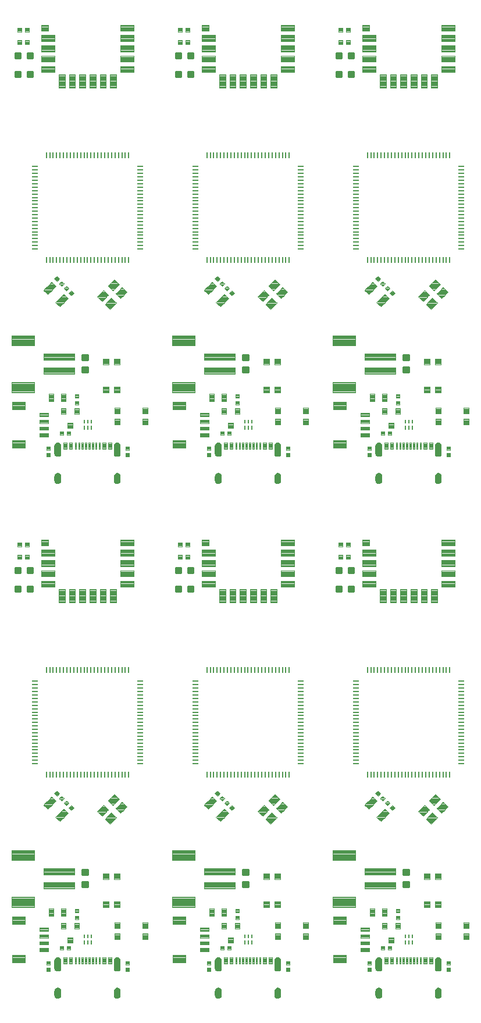
<source format=gtp>
G04 EAGLE Gerber RS-274X export*
G75*
%MOMM*%
%FSLAX34Y34*%
%LPD*%
%INSolderpaste Top*%
%IPPOS*%
%AMOC8*
5,1,8,0,0,1.08239X$1,22.5*%
G01*
%ADD10C,0.102000*%
%ADD11C,0.102500*%
%ADD12C,0.100000*%
%ADD13C,0.096000*%
%ADD14C,0.300000*%
%ADD15R,0.175000X0.900000*%
%ADD16R,0.900000X0.175000*%
%ADD17C,0.099000*%
%ADD18C,0.105000*%
%ADD19C,0.104000*%

G36*
X390980Y791727D02*
X390980Y791727D01*
X390981Y791727D01*
X392049Y791746D01*
X392056Y791751D01*
X392060Y791747D01*
X393097Y792003D01*
X393102Y792010D01*
X393108Y792007D01*
X394062Y792488D01*
X394066Y792495D01*
X394071Y792494D01*
X394895Y793175D01*
X394896Y793183D01*
X394902Y793183D01*
X395553Y794030D01*
X395553Y794038D01*
X395559Y794039D01*
X396006Y795010D01*
X396004Y795018D01*
X396009Y795020D01*
X396228Y796066D01*
X396225Y796073D01*
X396229Y796076D01*
X396229Y808076D01*
X396226Y808081D01*
X396229Y808084D01*
X396049Y809179D01*
X396043Y809185D01*
X396046Y809190D01*
X395627Y810218D01*
X395620Y810222D01*
X395622Y810227D01*
X394985Y811136D01*
X394977Y811139D01*
X394977Y811144D01*
X394154Y811888D01*
X394146Y811889D01*
X394145Y811895D01*
X393177Y812437D01*
X393168Y812436D01*
X393166Y812442D01*
X392102Y812755D01*
X392097Y812753D01*
X392093Y812753D01*
X392091Y812757D01*
X390983Y812825D01*
X390977Y812821D01*
X390973Y812825D01*
X389865Y812655D01*
X389859Y812649D01*
X389854Y812652D01*
X388812Y812240D01*
X388808Y812233D01*
X388803Y812235D01*
X387878Y811601D01*
X387876Y811593D01*
X387870Y811594D01*
X387110Y810771D01*
X387109Y810762D01*
X387103Y810762D01*
X386546Y809790D01*
X386547Y809782D01*
X386541Y809780D01*
X386214Y808708D01*
X386217Y808700D01*
X386212Y808697D01*
X386131Y807580D01*
X386132Y807577D01*
X386131Y807576D01*
X386131Y795576D01*
X386136Y795569D01*
X386132Y795565D01*
X386351Y794621D01*
X386357Y794615D01*
X386355Y794610D01*
X386779Y793738D01*
X386786Y793735D01*
X386784Y793729D01*
X387391Y792973D01*
X387399Y792971D01*
X387399Y792965D01*
X388159Y792364D01*
X388168Y792364D01*
X388169Y792358D01*
X389044Y791940D01*
X389052Y791942D01*
X389054Y791937D01*
X390000Y791725D01*
X390007Y791728D01*
X390011Y791723D01*
X390980Y791727D01*
G37*
G36*
X157300Y791727D02*
X157300Y791727D01*
X157301Y791727D01*
X158369Y791746D01*
X158376Y791751D01*
X158380Y791747D01*
X159417Y792003D01*
X159422Y792010D01*
X159428Y792007D01*
X160382Y792488D01*
X160386Y792495D01*
X160391Y792494D01*
X161215Y793175D01*
X161216Y793183D01*
X161222Y793183D01*
X161873Y794030D01*
X161873Y794038D01*
X161879Y794039D01*
X162326Y795010D01*
X162324Y795018D01*
X162329Y795020D01*
X162548Y796066D01*
X162545Y796073D01*
X162549Y796076D01*
X162549Y808076D01*
X162546Y808081D01*
X162549Y808084D01*
X162369Y809179D01*
X162363Y809185D01*
X162366Y809190D01*
X161947Y810218D01*
X161940Y810222D01*
X161942Y810227D01*
X161305Y811136D01*
X161297Y811139D01*
X161297Y811144D01*
X160474Y811888D01*
X160466Y811889D01*
X160465Y811895D01*
X159497Y812437D01*
X159488Y812436D01*
X159486Y812442D01*
X158422Y812755D01*
X158417Y812753D01*
X158413Y812753D01*
X158411Y812757D01*
X157303Y812825D01*
X157297Y812821D01*
X157293Y812825D01*
X156185Y812655D01*
X156179Y812649D01*
X156174Y812652D01*
X155132Y812240D01*
X155128Y812233D01*
X155123Y812235D01*
X154198Y811601D01*
X154196Y811593D01*
X154190Y811594D01*
X153430Y810771D01*
X153429Y810762D01*
X153423Y810762D01*
X152866Y809790D01*
X152867Y809782D01*
X152861Y809780D01*
X152534Y808708D01*
X152537Y808700D01*
X152532Y808697D01*
X152451Y807580D01*
X152452Y807577D01*
X152451Y807576D01*
X152451Y795576D01*
X152456Y795569D01*
X152452Y795565D01*
X152671Y794621D01*
X152677Y794615D01*
X152675Y794610D01*
X153099Y793738D01*
X153106Y793735D01*
X153104Y793729D01*
X153711Y792973D01*
X153719Y792971D01*
X153719Y792965D01*
X154479Y792364D01*
X154488Y792364D01*
X154489Y792358D01*
X155364Y791940D01*
X155372Y791942D01*
X155374Y791937D01*
X156320Y791725D01*
X156327Y791728D01*
X156331Y791723D01*
X157300Y791727D01*
G37*
G36*
X624660Y791727D02*
X624660Y791727D01*
X624661Y791727D01*
X625729Y791746D01*
X625736Y791751D01*
X625740Y791747D01*
X626777Y792003D01*
X626782Y792010D01*
X626788Y792007D01*
X627742Y792488D01*
X627746Y792495D01*
X627751Y792494D01*
X628575Y793175D01*
X628576Y793183D01*
X628582Y793183D01*
X629233Y794030D01*
X629233Y794038D01*
X629239Y794039D01*
X629686Y795010D01*
X629684Y795018D01*
X629689Y795020D01*
X629908Y796066D01*
X629905Y796073D01*
X629909Y796076D01*
X629909Y808076D01*
X629906Y808081D01*
X629909Y808084D01*
X629729Y809179D01*
X629723Y809185D01*
X629726Y809190D01*
X629307Y810218D01*
X629300Y810222D01*
X629302Y810227D01*
X628665Y811136D01*
X628657Y811139D01*
X628657Y811144D01*
X627834Y811888D01*
X627826Y811889D01*
X627825Y811895D01*
X626857Y812437D01*
X626848Y812436D01*
X626846Y812442D01*
X625782Y812755D01*
X625777Y812753D01*
X625773Y812753D01*
X625771Y812757D01*
X624663Y812825D01*
X624657Y812821D01*
X624653Y812825D01*
X623545Y812655D01*
X623539Y812649D01*
X623534Y812652D01*
X622492Y812240D01*
X622488Y812233D01*
X622483Y812235D01*
X621558Y811601D01*
X621556Y811593D01*
X621550Y811594D01*
X620790Y810771D01*
X620789Y810762D01*
X620783Y810762D01*
X620226Y809790D01*
X620227Y809782D01*
X620221Y809780D01*
X619894Y808708D01*
X619897Y808700D01*
X619892Y808697D01*
X619811Y807580D01*
X619812Y807577D01*
X619811Y807576D01*
X619811Y795576D01*
X619816Y795569D01*
X619812Y795565D01*
X620031Y794621D01*
X620037Y794615D01*
X620035Y794610D01*
X620459Y793738D01*
X620466Y793735D01*
X620464Y793729D01*
X621071Y792973D01*
X621079Y792971D01*
X621079Y792965D01*
X621839Y792364D01*
X621848Y792364D01*
X621849Y792358D01*
X622724Y791940D01*
X622732Y791942D01*
X622734Y791937D01*
X623680Y791725D01*
X623687Y791728D01*
X623691Y791723D01*
X624660Y791727D01*
G37*
G36*
X390980Y42427D02*
X390980Y42427D01*
X390981Y42427D01*
X392049Y42446D01*
X392056Y42451D01*
X392060Y42447D01*
X393097Y42703D01*
X393102Y42710D01*
X393108Y42707D01*
X394062Y43188D01*
X394066Y43195D01*
X394071Y43194D01*
X394895Y43875D01*
X394896Y43883D01*
X394902Y43883D01*
X395553Y44730D01*
X395553Y44738D01*
X395559Y44739D01*
X396006Y45710D01*
X396004Y45718D01*
X396009Y45720D01*
X396228Y46766D01*
X396225Y46773D01*
X396229Y46776D01*
X396229Y58776D01*
X396226Y58781D01*
X396229Y58784D01*
X396049Y59879D01*
X396043Y59885D01*
X396046Y59890D01*
X395627Y60918D01*
X395620Y60922D01*
X395622Y60927D01*
X394985Y61836D01*
X394977Y61839D01*
X394977Y61844D01*
X394154Y62588D01*
X394146Y62589D01*
X394145Y62595D01*
X393177Y63137D01*
X393168Y63136D01*
X393166Y63142D01*
X392102Y63455D01*
X392097Y63453D01*
X392093Y63453D01*
X392091Y63457D01*
X390983Y63525D01*
X390977Y63521D01*
X390973Y63525D01*
X389865Y63355D01*
X389859Y63349D01*
X389854Y63352D01*
X388812Y62940D01*
X388808Y62933D01*
X388803Y62935D01*
X387878Y62301D01*
X387876Y62293D01*
X387870Y62294D01*
X387110Y61471D01*
X387109Y61462D01*
X387103Y61462D01*
X386546Y60490D01*
X386547Y60482D01*
X386541Y60480D01*
X386214Y59408D01*
X386217Y59400D01*
X386212Y59397D01*
X386131Y58280D01*
X386132Y58277D01*
X386131Y58276D01*
X386131Y46276D01*
X386136Y46269D01*
X386132Y46265D01*
X386351Y45321D01*
X386357Y45315D01*
X386355Y45310D01*
X386779Y44438D01*
X386786Y44435D01*
X386784Y44429D01*
X387391Y43673D01*
X387399Y43671D01*
X387399Y43665D01*
X388159Y43064D01*
X388168Y43064D01*
X388169Y43058D01*
X389044Y42640D01*
X389052Y42642D01*
X389054Y42637D01*
X390000Y42425D01*
X390007Y42428D01*
X390011Y42423D01*
X390980Y42427D01*
G37*
G36*
X157300Y42427D02*
X157300Y42427D01*
X157301Y42427D01*
X158369Y42446D01*
X158376Y42451D01*
X158380Y42447D01*
X159417Y42703D01*
X159422Y42710D01*
X159428Y42707D01*
X160382Y43188D01*
X160386Y43195D01*
X160391Y43194D01*
X161215Y43875D01*
X161216Y43883D01*
X161222Y43883D01*
X161873Y44730D01*
X161873Y44738D01*
X161879Y44739D01*
X162326Y45710D01*
X162324Y45718D01*
X162329Y45720D01*
X162548Y46766D01*
X162545Y46773D01*
X162549Y46776D01*
X162549Y58776D01*
X162546Y58781D01*
X162549Y58784D01*
X162369Y59879D01*
X162363Y59885D01*
X162366Y59890D01*
X161947Y60918D01*
X161940Y60922D01*
X161942Y60927D01*
X161305Y61836D01*
X161297Y61839D01*
X161297Y61844D01*
X160474Y62588D01*
X160466Y62589D01*
X160465Y62595D01*
X159497Y63137D01*
X159488Y63136D01*
X159486Y63142D01*
X158422Y63455D01*
X158417Y63453D01*
X158413Y63453D01*
X158411Y63457D01*
X157303Y63525D01*
X157297Y63521D01*
X157293Y63525D01*
X156185Y63355D01*
X156179Y63349D01*
X156174Y63352D01*
X155132Y62940D01*
X155128Y62933D01*
X155123Y62935D01*
X154198Y62301D01*
X154196Y62293D01*
X154190Y62294D01*
X153430Y61471D01*
X153429Y61462D01*
X153423Y61462D01*
X152866Y60490D01*
X152867Y60482D01*
X152861Y60480D01*
X152534Y59408D01*
X152537Y59400D01*
X152532Y59397D01*
X152451Y58280D01*
X152452Y58277D01*
X152451Y58276D01*
X152451Y46276D01*
X152456Y46269D01*
X152452Y46265D01*
X152671Y45321D01*
X152677Y45315D01*
X152675Y45310D01*
X153099Y44438D01*
X153106Y44435D01*
X153104Y44429D01*
X153711Y43673D01*
X153719Y43671D01*
X153719Y43665D01*
X154479Y43064D01*
X154488Y43064D01*
X154489Y43058D01*
X155364Y42640D01*
X155372Y42642D01*
X155374Y42637D01*
X156320Y42425D01*
X156327Y42428D01*
X156331Y42423D01*
X157300Y42427D01*
G37*
G36*
X624660Y42427D02*
X624660Y42427D01*
X624661Y42427D01*
X625729Y42446D01*
X625736Y42451D01*
X625740Y42447D01*
X626777Y42703D01*
X626782Y42710D01*
X626788Y42707D01*
X627742Y43188D01*
X627746Y43195D01*
X627751Y43194D01*
X628575Y43875D01*
X628576Y43883D01*
X628582Y43883D01*
X629233Y44730D01*
X629233Y44738D01*
X629239Y44739D01*
X629686Y45710D01*
X629684Y45718D01*
X629689Y45720D01*
X629908Y46766D01*
X629905Y46773D01*
X629909Y46776D01*
X629909Y58776D01*
X629906Y58781D01*
X629909Y58784D01*
X629729Y59879D01*
X629723Y59885D01*
X629726Y59890D01*
X629307Y60918D01*
X629300Y60922D01*
X629302Y60927D01*
X628665Y61836D01*
X628657Y61839D01*
X628657Y61844D01*
X627834Y62588D01*
X627826Y62589D01*
X627825Y62595D01*
X626857Y63137D01*
X626848Y63136D01*
X626846Y63142D01*
X625782Y63455D01*
X625777Y63453D01*
X625773Y63453D01*
X625771Y63457D01*
X624663Y63525D01*
X624657Y63521D01*
X624653Y63525D01*
X623545Y63355D01*
X623539Y63349D01*
X623534Y63352D01*
X622492Y62940D01*
X622488Y62933D01*
X622483Y62935D01*
X621558Y62301D01*
X621556Y62293D01*
X621550Y62294D01*
X620790Y61471D01*
X620789Y61462D01*
X620783Y61462D01*
X620226Y60490D01*
X620227Y60482D01*
X620221Y60480D01*
X619894Y59408D01*
X619897Y59400D01*
X619892Y59397D01*
X619811Y58280D01*
X619812Y58277D01*
X619811Y58276D01*
X619811Y46276D01*
X619816Y46269D01*
X619812Y46265D01*
X620031Y45321D01*
X620037Y45315D01*
X620035Y45310D01*
X620459Y44438D01*
X620466Y44435D01*
X620464Y44429D01*
X621071Y43673D01*
X621079Y43671D01*
X621079Y43665D01*
X621839Y43064D01*
X621848Y43064D01*
X621849Y43058D01*
X622724Y42640D01*
X622732Y42642D01*
X622734Y42637D01*
X623680Y42425D01*
X623687Y42428D01*
X623691Y42423D01*
X624660Y42427D01*
G37*
G36*
X71881Y791736D02*
X71881Y791736D01*
X71888Y791741D01*
X71892Y791737D01*
X72944Y791987D01*
X72949Y791993D01*
X72954Y791990D01*
X73924Y792467D01*
X73927Y792475D01*
X73933Y792473D01*
X74772Y793154D01*
X74774Y793162D01*
X74780Y793162D01*
X75446Y794013D01*
X75447Y794021D01*
X75452Y794022D01*
X75913Y794999D01*
X75911Y795007D01*
X75917Y795010D01*
X76148Y796065D01*
X76145Y796073D01*
X76149Y796076D01*
X76149Y808076D01*
X76145Y808081D01*
X76149Y808084D01*
X75956Y809190D01*
X75950Y809195D01*
X75953Y809200D01*
X75520Y810235D01*
X75513Y810239D01*
X75515Y810244D01*
X74862Y811157D01*
X74854Y811159D01*
X74855Y811165D01*
X74016Y811909D01*
X74007Y811910D01*
X74007Y811915D01*
X73023Y812454D01*
X73015Y812453D01*
X73013Y812458D01*
X71934Y812765D01*
X71926Y812762D01*
X71923Y812767D01*
X70803Y812825D01*
X70798Y812822D01*
X70795Y812825D01*
X69749Y812707D01*
X69743Y812701D01*
X69738Y812705D01*
X68744Y812357D01*
X68740Y812350D01*
X68735Y812352D01*
X67843Y811792D01*
X67841Y811785D01*
X67835Y811785D01*
X67091Y811041D01*
X67089Y811033D01*
X67084Y811033D01*
X66524Y810141D01*
X66524Y810133D01*
X66519Y810132D01*
X66171Y809138D01*
X66174Y809130D01*
X66169Y809127D01*
X66051Y808082D01*
X66053Y808078D01*
X66051Y808076D01*
X66051Y796076D01*
X66054Y796071D01*
X66051Y796068D01*
X66209Y795072D01*
X66215Y795066D01*
X66212Y795061D01*
X66587Y794125D01*
X66594Y794121D01*
X66592Y794115D01*
X67166Y793286D01*
X67174Y793283D01*
X67173Y793278D01*
X67917Y792597D01*
X67926Y792596D01*
X67926Y792590D01*
X68803Y792092D01*
X68812Y792093D01*
X68814Y792088D01*
X69779Y791797D01*
X69787Y791800D01*
X69790Y791795D01*
X70797Y791727D01*
X70799Y791728D01*
X70800Y791727D01*
X71881Y791736D01*
G37*
G36*
X539241Y791736D02*
X539241Y791736D01*
X539248Y791741D01*
X539252Y791737D01*
X540304Y791987D01*
X540309Y791993D01*
X540314Y791990D01*
X541284Y792467D01*
X541287Y792475D01*
X541293Y792473D01*
X542132Y793154D01*
X542134Y793162D01*
X542140Y793162D01*
X542806Y794013D01*
X542807Y794021D01*
X542812Y794022D01*
X543273Y794999D01*
X543271Y795007D01*
X543277Y795010D01*
X543508Y796065D01*
X543505Y796073D01*
X543509Y796076D01*
X543509Y808076D01*
X543505Y808081D01*
X543509Y808084D01*
X543316Y809190D01*
X543310Y809195D01*
X543313Y809200D01*
X542880Y810235D01*
X542873Y810239D01*
X542875Y810244D01*
X542222Y811157D01*
X542214Y811159D01*
X542215Y811165D01*
X541376Y811909D01*
X541367Y811910D01*
X541367Y811915D01*
X540383Y812454D01*
X540375Y812453D01*
X540373Y812458D01*
X539294Y812765D01*
X539286Y812762D01*
X539283Y812767D01*
X538163Y812825D01*
X538158Y812822D01*
X538155Y812825D01*
X537109Y812707D01*
X537103Y812701D01*
X537098Y812705D01*
X536104Y812357D01*
X536100Y812350D01*
X536095Y812352D01*
X535203Y811792D01*
X535201Y811785D01*
X535195Y811785D01*
X534451Y811041D01*
X534449Y811033D01*
X534444Y811033D01*
X533884Y810141D01*
X533884Y810133D01*
X533879Y810132D01*
X533531Y809138D01*
X533534Y809130D01*
X533529Y809127D01*
X533411Y808082D01*
X533413Y808078D01*
X533411Y808076D01*
X533411Y796076D01*
X533414Y796071D01*
X533411Y796068D01*
X533569Y795072D01*
X533575Y795066D01*
X533572Y795061D01*
X533947Y794125D01*
X533954Y794121D01*
X533952Y794115D01*
X534526Y793286D01*
X534534Y793283D01*
X534533Y793278D01*
X535277Y792597D01*
X535286Y792596D01*
X535286Y792590D01*
X536163Y792092D01*
X536172Y792093D01*
X536174Y792088D01*
X537139Y791797D01*
X537147Y791800D01*
X537150Y791795D01*
X538157Y791727D01*
X538159Y791728D01*
X538160Y791727D01*
X539241Y791736D01*
G37*
G36*
X305561Y791736D02*
X305561Y791736D01*
X305568Y791741D01*
X305572Y791737D01*
X306624Y791987D01*
X306629Y791993D01*
X306634Y791990D01*
X307604Y792467D01*
X307607Y792475D01*
X307613Y792473D01*
X308452Y793154D01*
X308454Y793162D01*
X308460Y793162D01*
X309126Y794013D01*
X309127Y794021D01*
X309132Y794022D01*
X309593Y794999D01*
X309591Y795007D01*
X309597Y795010D01*
X309828Y796065D01*
X309825Y796073D01*
X309829Y796076D01*
X309829Y808076D01*
X309825Y808081D01*
X309829Y808084D01*
X309636Y809190D01*
X309630Y809195D01*
X309633Y809200D01*
X309200Y810235D01*
X309193Y810239D01*
X309195Y810244D01*
X308542Y811157D01*
X308534Y811159D01*
X308535Y811165D01*
X307696Y811909D01*
X307687Y811910D01*
X307687Y811915D01*
X306703Y812454D01*
X306695Y812453D01*
X306693Y812458D01*
X305614Y812765D01*
X305606Y812762D01*
X305603Y812767D01*
X304483Y812825D01*
X304478Y812822D01*
X304475Y812825D01*
X303429Y812707D01*
X303423Y812701D01*
X303418Y812705D01*
X302424Y812357D01*
X302420Y812350D01*
X302415Y812352D01*
X301523Y811792D01*
X301521Y811785D01*
X301515Y811785D01*
X300771Y811041D01*
X300769Y811033D01*
X300764Y811033D01*
X300204Y810141D01*
X300204Y810133D01*
X300199Y810132D01*
X299851Y809138D01*
X299854Y809130D01*
X299849Y809127D01*
X299731Y808082D01*
X299733Y808078D01*
X299731Y808076D01*
X299731Y796076D01*
X299734Y796071D01*
X299731Y796068D01*
X299889Y795072D01*
X299895Y795066D01*
X299892Y795061D01*
X300267Y794125D01*
X300274Y794121D01*
X300272Y794115D01*
X300846Y793286D01*
X300854Y793283D01*
X300853Y793278D01*
X301597Y792597D01*
X301606Y792596D01*
X301606Y792590D01*
X302483Y792092D01*
X302492Y792093D01*
X302494Y792088D01*
X303459Y791797D01*
X303467Y791800D01*
X303470Y791795D01*
X304477Y791727D01*
X304479Y791728D01*
X304480Y791727D01*
X305561Y791736D01*
G37*
G36*
X71881Y42436D02*
X71881Y42436D01*
X71888Y42441D01*
X71892Y42437D01*
X72944Y42687D01*
X72949Y42693D01*
X72954Y42690D01*
X73924Y43167D01*
X73927Y43175D01*
X73933Y43173D01*
X74772Y43854D01*
X74774Y43862D01*
X74780Y43862D01*
X75446Y44713D01*
X75447Y44721D01*
X75452Y44722D01*
X75913Y45699D01*
X75911Y45707D01*
X75917Y45710D01*
X76148Y46765D01*
X76145Y46773D01*
X76149Y46776D01*
X76149Y58776D01*
X76145Y58781D01*
X76149Y58784D01*
X75956Y59890D01*
X75950Y59895D01*
X75953Y59900D01*
X75520Y60935D01*
X75513Y60939D01*
X75515Y60944D01*
X74862Y61857D01*
X74854Y61859D01*
X74855Y61865D01*
X74016Y62609D01*
X74007Y62610D01*
X74007Y62615D01*
X73023Y63154D01*
X73015Y63153D01*
X73013Y63158D01*
X71934Y63465D01*
X71926Y63462D01*
X71923Y63467D01*
X70803Y63525D01*
X70798Y63522D01*
X70795Y63525D01*
X69749Y63407D01*
X69743Y63401D01*
X69738Y63405D01*
X68744Y63057D01*
X68740Y63050D01*
X68735Y63052D01*
X67843Y62492D01*
X67841Y62485D01*
X67835Y62485D01*
X67091Y61741D01*
X67089Y61733D01*
X67084Y61733D01*
X66524Y60841D01*
X66524Y60833D01*
X66519Y60832D01*
X66171Y59838D01*
X66174Y59830D01*
X66169Y59827D01*
X66051Y58782D01*
X66053Y58778D01*
X66051Y58776D01*
X66051Y46776D01*
X66054Y46771D01*
X66051Y46768D01*
X66209Y45772D01*
X66215Y45766D01*
X66212Y45761D01*
X66587Y44825D01*
X66594Y44821D01*
X66592Y44815D01*
X67166Y43986D01*
X67174Y43983D01*
X67173Y43978D01*
X67917Y43297D01*
X67926Y43296D01*
X67926Y43290D01*
X68803Y42792D01*
X68812Y42793D01*
X68814Y42788D01*
X69779Y42497D01*
X69787Y42500D01*
X69790Y42495D01*
X70797Y42427D01*
X70799Y42428D01*
X70800Y42427D01*
X71881Y42436D01*
G37*
G36*
X305561Y42436D02*
X305561Y42436D01*
X305568Y42441D01*
X305572Y42437D01*
X306624Y42687D01*
X306629Y42693D01*
X306634Y42690D01*
X307604Y43167D01*
X307607Y43175D01*
X307613Y43173D01*
X308452Y43854D01*
X308454Y43862D01*
X308460Y43862D01*
X309126Y44713D01*
X309127Y44721D01*
X309132Y44722D01*
X309593Y45699D01*
X309591Y45707D01*
X309597Y45710D01*
X309828Y46765D01*
X309825Y46773D01*
X309829Y46776D01*
X309829Y58776D01*
X309825Y58781D01*
X309829Y58784D01*
X309636Y59890D01*
X309630Y59895D01*
X309633Y59900D01*
X309200Y60935D01*
X309193Y60939D01*
X309195Y60944D01*
X308542Y61857D01*
X308534Y61859D01*
X308535Y61865D01*
X307696Y62609D01*
X307687Y62610D01*
X307687Y62615D01*
X306703Y63154D01*
X306695Y63153D01*
X306693Y63158D01*
X305614Y63465D01*
X305606Y63462D01*
X305603Y63467D01*
X304483Y63525D01*
X304478Y63522D01*
X304475Y63525D01*
X303429Y63407D01*
X303423Y63401D01*
X303418Y63405D01*
X302424Y63057D01*
X302420Y63050D01*
X302415Y63052D01*
X301523Y62492D01*
X301521Y62485D01*
X301515Y62485D01*
X300771Y61741D01*
X300769Y61733D01*
X300764Y61733D01*
X300204Y60841D01*
X300204Y60833D01*
X300199Y60832D01*
X299851Y59838D01*
X299854Y59830D01*
X299849Y59827D01*
X299731Y58782D01*
X299733Y58778D01*
X299731Y58776D01*
X299731Y46776D01*
X299734Y46771D01*
X299731Y46768D01*
X299889Y45772D01*
X299895Y45766D01*
X299892Y45761D01*
X300267Y44825D01*
X300274Y44821D01*
X300272Y44815D01*
X300846Y43986D01*
X300854Y43983D01*
X300853Y43978D01*
X301597Y43297D01*
X301606Y43296D01*
X301606Y43290D01*
X302483Y42792D01*
X302492Y42793D01*
X302494Y42788D01*
X303459Y42497D01*
X303467Y42500D01*
X303470Y42495D01*
X304477Y42427D01*
X304479Y42428D01*
X304480Y42427D01*
X305561Y42436D01*
G37*
G36*
X539241Y42436D02*
X539241Y42436D01*
X539248Y42441D01*
X539252Y42437D01*
X540304Y42687D01*
X540309Y42693D01*
X540314Y42690D01*
X541284Y43167D01*
X541287Y43175D01*
X541293Y43173D01*
X542132Y43854D01*
X542134Y43862D01*
X542140Y43862D01*
X542806Y44713D01*
X542807Y44721D01*
X542812Y44722D01*
X543273Y45699D01*
X543271Y45707D01*
X543277Y45710D01*
X543508Y46765D01*
X543505Y46773D01*
X543509Y46776D01*
X543509Y58776D01*
X543505Y58781D01*
X543509Y58784D01*
X543316Y59890D01*
X543310Y59895D01*
X543313Y59900D01*
X542880Y60935D01*
X542873Y60939D01*
X542875Y60944D01*
X542222Y61857D01*
X542214Y61859D01*
X542215Y61865D01*
X541376Y62609D01*
X541367Y62610D01*
X541367Y62615D01*
X540383Y63154D01*
X540375Y63153D01*
X540373Y63158D01*
X539294Y63465D01*
X539286Y63462D01*
X539283Y63467D01*
X538163Y63525D01*
X538158Y63522D01*
X538155Y63525D01*
X537109Y63407D01*
X537103Y63401D01*
X537098Y63405D01*
X536104Y63057D01*
X536100Y63050D01*
X536095Y63052D01*
X535203Y62492D01*
X535201Y62485D01*
X535195Y62485D01*
X534451Y61741D01*
X534449Y61733D01*
X534444Y61733D01*
X533884Y60841D01*
X533884Y60833D01*
X533879Y60832D01*
X533531Y59838D01*
X533534Y59830D01*
X533529Y59827D01*
X533411Y58782D01*
X533413Y58778D01*
X533411Y58776D01*
X533411Y46776D01*
X533414Y46771D01*
X533411Y46768D01*
X533569Y45772D01*
X533575Y45766D01*
X533572Y45761D01*
X533947Y44825D01*
X533954Y44821D01*
X533952Y44815D01*
X534526Y43986D01*
X534534Y43983D01*
X534533Y43978D01*
X535277Y43297D01*
X535286Y43296D01*
X535286Y43290D01*
X536163Y42792D01*
X536172Y42793D01*
X536174Y42788D01*
X537139Y42497D01*
X537147Y42500D01*
X537150Y42495D01*
X538157Y42427D01*
X538159Y42428D01*
X538160Y42427D01*
X539241Y42436D01*
G37*
G36*
X391484Y752231D02*
X391484Y752231D01*
X391487Y752227D01*
X392563Y752382D01*
X392568Y752388D01*
X392573Y752385D01*
X393587Y752775D01*
X393591Y752782D01*
X393597Y752781D01*
X394499Y753387D01*
X394501Y753395D01*
X394507Y753394D01*
X395251Y754186D01*
X395252Y754194D01*
X395258Y754194D01*
X395807Y755132D01*
X395806Y755140D01*
X395812Y755142D01*
X396139Y756178D01*
X396136Y756186D01*
X396141Y756189D01*
X396229Y757272D01*
X396227Y757275D01*
X396229Y757276D01*
X396229Y763276D01*
X396226Y763280D01*
X396229Y763282D01*
X396079Y764415D01*
X396073Y764421D01*
X396076Y764426D01*
X395678Y765496D01*
X395671Y765500D01*
X395673Y765506D01*
X395046Y766461D01*
X395038Y766464D01*
X395039Y766469D01*
X394216Y767261D01*
X394208Y767262D01*
X394207Y767268D01*
X393228Y767857D01*
X393220Y767856D01*
X393218Y767861D01*
X392133Y768217D01*
X392125Y768215D01*
X392122Y768219D01*
X390985Y768325D01*
X390976Y768320D01*
X390971Y768324D01*
X389834Y768117D01*
X389828Y768111D01*
X389823Y768114D01*
X388761Y767659D01*
X388757Y767652D01*
X388751Y767654D01*
X387816Y766974D01*
X387814Y766966D01*
X387808Y766967D01*
X387048Y766096D01*
X387048Y766088D01*
X387042Y766087D01*
X386495Y765068D01*
X386496Y765060D01*
X386491Y765058D01*
X386487Y765045D01*
X386474Y764996D01*
X386473Y764996D01*
X386474Y764996D01*
X386460Y764947D01*
X386446Y764897D01*
X386433Y764848D01*
X386419Y764799D01*
X386406Y764750D01*
X386392Y764700D01*
X386379Y764651D01*
X386365Y764602D01*
X386351Y764553D01*
X386338Y764503D01*
X386324Y764454D01*
X386311Y764405D01*
X386297Y764356D01*
X386284Y764306D01*
X386270Y764257D01*
X386257Y764208D01*
X386256Y764208D01*
X386243Y764159D01*
X386229Y764109D01*
X386184Y763944D01*
X386187Y763936D01*
X386182Y763933D01*
X386131Y762778D01*
X386132Y762777D01*
X386131Y762776D01*
X386131Y756776D01*
X386135Y756770D01*
X386132Y756767D01*
X386344Y755686D01*
X386350Y755681D01*
X386347Y755676D01*
X386794Y754670D01*
X386801Y754666D01*
X386799Y754660D01*
X387459Y753779D01*
X387467Y753776D01*
X387467Y753771D01*
X388306Y753058D01*
X388314Y753058D01*
X388315Y753052D01*
X389292Y752544D01*
X389300Y752545D01*
X389302Y752540D01*
X390367Y752262D01*
X390375Y752265D01*
X390378Y752261D01*
X391479Y752227D01*
X391484Y752231D01*
G37*
G36*
X625164Y752231D02*
X625164Y752231D01*
X625167Y752227D01*
X626243Y752382D01*
X626248Y752388D01*
X626253Y752385D01*
X627267Y752775D01*
X627271Y752782D01*
X627277Y752781D01*
X628179Y753387D01*
X628181Y753395D01*
X628187Y753394D01*
X628931Y754186D01*
X628932Y754194D01*
X628938Y754194D01*
X629487Y755132D01*
X629486Y755140D01*
X629492Y755142D01*
X629819Y756178D01*
X629816Y756186D01*
X629821Y756189D01*
X629909Y757272D01*
X629907Y757275D01*
X629909Y757276D01*
X629909Y763276D01*
X629906Y763280D01*
X629909Y763282D01*
X629759Y764415D01*
X629753Y764421D01*
X629756Y764426D01*
X629358Y765496D01*
X629351Y765500D01*
X629353Y765506D01*
X628726Y766461D01*
X628718Y766464D01*
X628719Y766469D01*
X627896Y767261D01*
X627888Y767262D01*
X627887Y767268D01*
X626908Y767857D01*
X626900Y767856D01*
X626898Y767861D01*
X625813Y768217D01*
X625805Y768215D01*
X625802Y768219D01*
X624665Y768325D01*
X624656Y768320D01*
X624651Y768324D01*
X623514Y768117D01*
X623508Y768111D01*
X623503Y768114D01*
X622441Y767659D01*
X622437Y767652D01*
X622431Y767654D01*
X621496Y766974D01*
X621494Y766966D01*
X621488Y766967D01*
X620728Y766096D01*
X620728Y766088D01*
X620722Y766087D01*
X620175Y765068D01*
X620176Y765060D01*
X620171Y765058D01*
X620167Y765045D01*
X620154Y764996D01*
X620153Y764996D01*
X620154Y764996D01*
X620140Y764947D01*
X620126Y764897D01*
X620113Y764848D01*
X620099Y764799D01*
X620086Y764750D01*
X620072Y764700D01*
X620059Y764651D01*
X620045Y764602D01*
X620031Y764553D01*
X620018Y764503D01*
X620004Y764454D01*
X619991Y764405D01*
X619977Y764356D01*
X619964Y764306D01*
X619950Y764257D01*
X619937Y764208D01*
X619936Y764208D01*
X619923Y764159D01*
X619909Y764109D01*
X619864Y763944D01*
X619867Y763936D01*
X619862Y763933D01*
X619811Y762778D01*
X619812Y762777D01*
X619811Y762776D01*
X619811Y756776D01*
X619815Y756770D01*
X619812Y756767D01*
X620024Y755686D01*
X620030Y755681D01*
X620027Y755676D01*
X620474Y754670D01*
X620481Y754666D01*
X620479Y754660D01*
X621139Y753779D01*
X621147Y753776D01*
X621147Y753771D01*
X621986Y753058D01*
X621994Y753058D01*
X621995Y753052D01*
X622972Y752544D01*
X622980Y752545D01*
X622982Y752540D01*
X624047Y752262D01*
X624055Y752265D01*
X624058Y752261D01*
X625159Y752227D01*
X625164Y752231D01*
G37*
G36*
X157804Y752231D02*
X157804Y752231D01*
X157807Y752227D01*
X158883Y752382D01*
X158888Y752388D01*
X158893Y752385D01*
X159907Y752775D01*
X159911Y752782D01*
X159917Y752781D01*
X160819Y753387D01*
X160821Y753395D01*
X160827Y753394D01*
X161571Y754186D01*
X161572Y754194D01*
X161578Y754194D01*
X162127Y755132D01*
X162126Y755140D01*
X162132Y755142D01*
X162459Y756178D01*
X162456Y756186D01*
X162461Y756189D01*
X162549Y757272D01*
X162547Y757275D01*
X162549Y757276D01*
X162549Y763276D01*
X162546Y763280D01*
X162549Y763282D01*
X162399Y764415D01*
X162393Y764421D01*
X162396Y764426D01*
X161998Y765496D01*
X161991Y765500D01*
X161993Y765506D01*
X161366Y766461D01*
X161358Y766464D01*
X161359Y766469D01*
X160536Y767261D01*
X160528Y767262D01*
X160527Y767268D01*
X159548Y767857D01*
X159540Y767856D01*
X159538Y767861D01*
X158453Y768217D01*
X158445Y768215D01*
X158442Y768219D01*
X157305Y768325D01*
X157296Y768320D01*
X157291Y768324D01*
X156154Y768117D01*
X156148Y768111D01*
X156143Y768114D01*
X155081Y767659D01*
X155077Y767652D01*
X155071Y767654D01*
X154136Y766974D01*
X154134Y766966D01*
X154128Y766967D01*
X153368Y766096D01*
X153368Y766088D01*
X153362Y766087D01*
X152815Y765068D01*
X152816Y765060D01*
X152811Y765058D01*
X152807Y765045D01*
X152794Y764996D01*
X152793Y764996D01*
X152794Y764996D01*
X152780Y764947D01*
X152766Y764897D01*
X152753Y764848D01*
X152739Y764799D01*
X152726Y764750D01*
X152712Y764700D01*
X152699Y764651D01*
X152685Y764602D01*
X152671Y764553D01*
X152658Y764503D01*
X152644Y764454D01*
X152631Y764405D01*
X152617Y764356D01*
X152604Y764306D01*
X152590Y764257D01*
X152577Y764208D01*
X152576Y764208D01*
X152563Y764159D01*
X152549Y764109D01*
X152504Y763944D01*
X152507Y763936D01*
X152502Y763933D01*
X152451Y762778D01*
X152452Y762777D01*
X152451Y762776D01*
X152451Y756776D01*
X152455Y756770D01*
X152452Y756767D01*
X152664Y755686D01*
X152670Y755681D01*
X152667Y755676D01*
X153114Y754670D01*
X153121Y754666D01*
X153119Y754660D01*
X153779Y753779D01*
X153787Y753776D01*
X153787Y753771D01*
X154626Y753058D01*
X154634Y753058D01*
X154635Y753052D01*
X155612Y752544D01*
X155620Y752545D01*
X155622Y752540D01*
X156687Y752262D01*
X156695Y752265D01*
X156698Y752261D01*
X157799Y752227D01*
X157804Y752231D01*
G37*
G36*
X157804Y2931D02*
X157804Y2931D01*
X157807Y2927D01*
X158883Y3082D01*
X158888Y3088D01*
X158893Y3085D01*
X159907Y3475D01*
X159911Y3482D01*
X159917Y3481D01*
X160819Y4087D01*
X160821Y4095D01*
X160827Y4094D01*
X161571Y4886D01*
X161572Y4894D01*
X161578Y4894D01*
X162127Y5832D01*
X162126Y5840D01*
X162132Y5842D01*
X162459Y6878D01*
X162456Y6886D01*
X162461Y6889D01*
X162549Y7972D01*
X162547Y7975D01*
X162549Y7976D01*
X162549Y13976D01*
X162546Y13980D01*
X162549Y13982D01*
X162399Y15115D01*
X162393Y15121D01*
X162396Y15126D01*
X161998Y16196D01*
X161991Y16200D01*
X161993Y16206D01*
X161366Y17161D01*
X161358Y17164D01*
X161359Y17169D01*
X160536Y17961D01*
X160528Y17962D01*
X160527Y17968D01*
X159548Y18557D01*
X159540Y18556D01*
X159538Y18561D01*
X158453Y18917D01*
X158445Y18915D01*
X158442Y18919D01*
X157305Y19025D01*
X157296Y19020D01*
X157291Y19024D01*
X156154Y18817D01*
X156148Y18811D01*
X156143Y18814D01*
X155081Y18359D01*
X155077Y18352D01*
X155071Y18354D01*
X154136Y17674D01*
X154134Y17666D01*
X154128Y17667D01*
X153368Y16796D01*
X153368Y16788D01*
X153362Y16787D01*
X152815Y15768D01*
X152816Y15760D01*
X152811Y15758D01*
X152807Y15745D01*
X152794Y15696D01*
X152793Y15696D01*
X152794Y15696D01*
X152780Y15647D01*
X152766Y15597D01*
X152753Y15548D01*
X152739Y15499D01*
X152726Y15450D01*
X152712Y15400D01*
X152699Y15351D01*
X152685Y15302D01*
X152671Y15253D01*
X152658Y15203D01*
X152644Y15154D01*
X152631Y15105D01*
X152617Y15056D01*
X152604Y15006D01*
X152590Y14957D01*
X152577Y14908D01*
X152576Y14908D01*
X152563Y14859D01*
X152549Y14809D01*
X152504Y14644D01*
X152507Y14636D01*
X152502Y14633D01*
X152451Y13478D01*
X152452Y13477D01*
X152451Y13476D01*
X152451Y7476D01*
X152455Y7470D01*
X152452Y7467D01*
X152664Y6386D01*
X152670Y6381D01*
X152667Y6376D01*
X153114Y5370D01*
X153121Y5366D01*
X153119Y5360D01*
X153779Y4479D01*
X153787Y4476D01*
X153787Y4471D01*
X154626Y3758D01*
X154634Y3758D01*
X154635Y3752D01*
X155612Y3244D01*
X155620Y3245D01*
X155622Y3240D01*
X156687Y2962D01*
X156695Y2965D01*
X156698Y2961D01*
X157799Y2927D01*
X157804Y2931D01*
G37*
G36*
X625164Y2931D02*
X625164Y2931D01*
X625167Y2927D01*
X626243Y3082D01*
X626248Y3088D01*
X626253Y3085D01*
X627267Y3475D01*
X627271Y3482D01*
X627277Y3481D01*
X628179Y4087D01*
X628181Y4095D01*
X628187Y4094D01*
X628931Y4886D01*
X628932Y4894D01*
X628938Y4894D01*
X629487Y5832D01*
X629486Y5840D01*
X629492Y5842D01*
X629819Y6878D01*
X629816Y6886D01*
X629821Y6889D01*
X629909Y7972D01*
X629907Y7975D01*
X629909Y7976D01*
X629909Y13976D01*
X629906Y13980D01*
X629909Y13982D01*
X629759Y15115D01*
X629753Y15121D01*
X629756Y15126D01*
X629358Y16196D01*
X629351Y16200D01*
X629353Y16206D01*
X628726Y17161D01*
X628718Y17164D01*
X628719Y17169D01*
X627896Y17961D01*
X627888Y17962D01*
X627887Y17968D01*
X626908Y18557D01*
X626900Y18556D01*
X626898Y18561D01*
X625813Y18917D01*
X625805Y18915D01*
X625802Y18919D01*
X624665Y19025D01*
X624656Y19020D01*
X624651Y19024D01*
X623514Y18817D01*
X623508Y18811D01*
X623503Y18814D01*
X622441Y18359D01*
X622437Y18352D01*
X622431Y18354D01*
X621496Y17674D01*
X621494Y17666D01*
X621488Y17667D01*
X620728Y16796D01*
X620728Y16788D01*
X620722Y16787D01*
X620175Y15768D01*
X620176Y15760D01*
X620171Y15758D01*
X620167Y15745D01*
X620154Y15696D01*
X620153Y15696D01*
X620154Y15696D01*
X620140Y15647D01*
X620126Y15597D01*
X620113Y15548D01*
X620099Y15499D01*
X620086Y15450D01*
X620072Y15400D01*
X620059Y15351D01*
X620045Y15302D01*
X620031Y15253D01*
X620018Y15203D01*
X620004Y15154D01*
X619991Y15105D01*
X619977Y15056D01*
X619964Y15006D01*
X619950Y14957D01*
X619937Y14908D01*
X619936Y14908D01*
X619923Y14859D01*
X619909Y14809D01*
X619864Y14644D01*
X619867Y14636D01*
X619862Y14633D01*
X619811Y13478D01*
X619812Y13477D01*
X619811Y13476D01*
X619811Y7476D01*
X619815Y7470D01*
X619812Y7467D01*
X620024Y6386D01*
X620030Y6381D01*
X620027Y6376D01*
X620474Y5370D01*
X620481Y5366D01*
X620479Y5360D01*
X621139Y4479D01*
X621147Y4476D01*
X621147Y4471D01*
X621986Y3758D01*
X621994Y3758D01*
X621995Y3752D01*
X622972Y3244D01*
X622980Y3245D01*
X622982Y3240D01*
X624047Y2962D01*
X624055Y2965D01*
X624058Y2961D01*
X625159Y2927D01*
X625164Y2931D01*
G37*
G36*
X391484Y2931D02*
X391484Y2931D01*
X391487Y2927D01*
X392563Y3082D01*
X392568Y3088D01*
X392573Y3085D01*
X393587Y3475D01*
X393591Y3482D01*
X393597Y3481D01*
X394499Y4087D01*
X394501Y4095D01*
X394507Y4094D01*
X395251Y4886D01*
X395252Y4894D01*
X395258Y4894D01*
X395807Y5832D01*
X395806Y5840D01*
X395812Y5842D01*
X396139Y6878D01*
X396136Y6886D01*
X396141Y6889D01*
X396229Y7972D01*
X396227Y7975D01*
X396229Y7976D01*
X396229Y13976D01*
X396226Y13980D01*
X396229Y13982D01*
X396079Y15115D01*
X396073Y15121D01*
X396076Y15126D01*
X395678Y16196D01*
X395671Y16200D01*
X395673Y16206D01*
X395046Y17161D01*
X395038Y17164D01*
X395039Y17169D01*
X394216Y17961D01*
X394208Y17962D01*
X394207Y17968D01*
X393228Y18557D01*
X393220Y18556D01*
X393218Y18561D01*
X392133Y18917D01*
X392125Y18915D01*
X392122Y18919D01*
X390985Y19025D01*
X390976Y19020D01*
X390971Y19024D01*
X389834Y18817D01*
X389828Y18811D01*
X389823Y18814D01*
X388761Y18359D01*
X388757Y18352D01*
X388751Y18354D01*
X387816Y17674D01*
X387814Y17666D01*
X387808Y17667D01*
X387048Y16796D01*
X387048Y16788D01*
X387042Y16787D01*
X386495Y15768D01*
X386496Y15760D01*
X386491Y15758D01*
X386487Y15745D01*
X386474Y15696D01*
X386473Y15696D01*
X386474Y15696D01*
X386460Y15647D01*
X386446Y15597D01*
X386433Y15548D01*
X386419Y15499D01*
X386406Y15450D01*
X386392Y15400D01*
X386379Y15351D01*
X386365Y15302D01*
X386351Y15253D01*
X386338Y15203D01*
X386324Y15154D01*
X386311Y15105D01*
X386297Y15056D01*
X386284Y15006D01*
X386270Y14957D01*
X386257Y14908D01*
X386256Y14908D01*
X386243Y14859D01*
X386229Y14809D01*
X386184Y14644D01*
X386187Y14636D01*
X386182Y14633D01*
X386131Y13478D01*
X386132Y13477D01*
X386131Y13476D01*
X386131Y7476D01*
X386135Y7470D01*
X386132Y7467D01*
X386344Y6386D01*
X386350Y6381D01*
X386347Y6376D01*
X386794Y5370D01*
X386801Y5366D01*
X386799Y5360D01*
X387459Y4479D01*
X387467Y4476D01*
X387467Y4471D01*
X388306Y3758D01*
X388314Y3758D01*
X388315Y3752D01*
X389292Y3244D01*
X389300Y3245D01*
X389302Y3240D01*
X390367Y2962D01*
X390375Y2965D01*
X390378Y2961D01*
X391479Y2927D01*
X391484Y2931D01*
G37*
G36*
X71302Y752231D02*
X71302Y752231D01*
X71307Y752227D01*
X72394Y752372D01*
X72400Y752378D01*
X72405Y752375D01*
X73433Y752759D01*
X73438Y752765D01*
X73443Y752764D01*
X74360Y753366D01*
X74363Y753374D01*
X74369Y753373D01*
X75129Y754165D01*
X75130Y754173D01*
X75136Y754174D01*
X75700Y755115D01*
X75700Y755118D01*
X75701Y755119D01*
X75700Y755121D01*
X75699Y755123D01*
X75705Y755125D01*
X76046Y756168D01*
X76044Y756176D01*
X76048Y756179D01*
X76149Y757272D01*
X76147Y757274D01*
X76149Y757276D01*
X76149Y763276D01*
X76147Y763279D01*
X76149Y763281D01*
X76048Y764373D01*
X76043Y764379D01*
X76046Y764384D01*
X75705Y765427D01*
X75698Y765432D01*
X75700Y765437D01*
X75136Y766378D01*
X75128Y766381D01*
X75129Y766387D01*
X74369Y767179D01*
X74361Y767180D01*
X74360Y767186D01*
X73443Y767789D01*
X73435Y767788D01*
X73433Y767794D01*
X72405Y768177D01*
X72397Y768175D01*
X72394Y768180D01*
X71307Y768325D01*
X71299Y768321D01*
X71295Y768325D01*
X70158Y768219D01*
X70152Y768214D01*
X70147Y768217D01*
X69062Y767861D01*
X69057Y767854D01*
X69052Y767857D01*
X68073Y767268D01*
X68070Y767260D01*
X68064Y767261D01*
X67241Y766469D01*
X67240Y766461D01*
X67234Y766461D01*
X66607Y765506D01*
X66608Y765498D01*
X66602Y765496D01*
X66204Y764426D01*
X66206Y764418D01*
X66201Y764415D01*
X66051Y763282D01*
X66054Y763278D01*
X66051Y763276D01*
X66051Y757276D01*
X66054Y757272D01*
X66051Y757270D01*
X66201Y756137D01*
X66207Y756131D01*
X66204Y756126D01*
X66602Y755056D01*
X66609Y755052D01*
X66607Y755046D01*
X67234Y754091D01*
X67242Y754088D01*
X67241Y754083D01*
X68064Y753291D01*
X68072Y753290D01*
X68073Y753284D01*
X69052Y752695D01*
X69060Y752696D01*
X69062Y752691D01*
X70147Y752335D01*
X70155Y752338D01*
X70158Y752333D01*
X71295Y752227D01*
X71302Y752231D01*
G37*
G36*
X304982Y752231D02*
X304982Y752231D01*
X304987Y752227D01*
X306074Y752372D01*
X306080Y752378D01*
X306085Y752375D01*
X307113Y752759D01*
X307118Y752765D01*
X307123Y752764D01*
X308040Y753366D01*
X308043Y753374D01*
X308049Y753373D01*
X308809Y754165D01*
X308810Y754173D01*
X308816Y754174D01*
X309380Y755115D01*
X309380Y755118D01*
X309381Y755119D01*
X309380Y755121D01*
X309379Y755123D01*
X309385Y755125D01*
X309726Y756168D01*
X309724Y756176D01*
X309728Y756179D01*
X309829Y757272D01*
X309827Y757274D01*
X309829Y757276D01*
X309829Y763276D01*
X309827Y763279D01*
X309829Y763281D01*
X309728Y764373D01*
X309723Y764379D01*
X309726Y764384D01*
X309385Y765427D01*
X309378Y765432D01*
X309380Y765437D01*
X308816Y766378D01*
X308808Y766381D01*
X308809Y766387D01*
X308049Y767179D01*
X308041Y767180D01*
X308040Y767186D01*
X307123Y767789D01*
X307115Y767788D01*
X307113Y767794D01*
X306085Y768177D01*
X306077Y768175D01*
X306074Y768180D01*
X304987Y768325D01*
X304979Y768321D01*
X304975Y768325D01*
X303838Y768219D01*
X303832Y768214D01*
X303827Y768217D01*
X302742Y767861D01*
X302737Y767854D01*
X302732Y767857D01*
X301753Y767268D01*
X301750Y767260D01*
X301744Y767261D01*
X300921Y766469D01*
X300920Y766461D01*
X300914Y766461D01*
X300287Y765506D01*
X300288Y765498D01*
X300282Y765496D01*
X299884Y764426D01*
X299886Y764418D01*
X299881Y764415D01*
X299731Y763282D01*
X299734Y763278D01*
X299731Y763276D01*
X299731Y757276D01*
X299734Y757272D01*
X299731Y757270D01*
X299881Y756137D01*
X299887Y756131D01*
X299884Y756126D01*
X300282Y755056D01*
X300289Y755052D01*
X300287Y755046D01*
X300914Y754091D01*
X300922Y754088D01*
X300921Y754083D01*
X301744Y753291D01*
X301752Y753290D01*
X301753Y753284D01*
X302732Y752695D01*
X302740Y752696D01*
X302742Y752691D01*
X303827Y752335D01*
X303835Y752338D01*
X303838Y752333D01*
X304975Y752227D01*
X304982Y752231D01*
G37*
G36*
X538662Y752231D02*
X538662Y752231D01*
X538667Y752227D01*
X539754Y752372D01*
X539760Y752378D01*
X539765Y752375D01*
X540793Y752759D01*
X540798Y752765D01*
X540803Y752764D01*
X541720Y753366D01*
X541723Y753374D01*
X541729Y753373D01*
X542489Y754165D01*
X542490Y754173D01*
X542496Y754174D01*
X543060Y755115D01*
X543060Y755118D01*
X543061Y755119D01*
X543060Y755121D01*
X543059Y755123D01*
X543065Y755125D01*
X543406Y756168D01*
X543404Y756176D01*
X543408Y756179D01*
X543509Y757272D01*
X543507Y757274D01*
X543509Y757276D01*
X543509Y763276D01*
X543507Y763279D01*
X543509Y763281D01*
X543408Y764373D01*
X543403Y764379D01*
X543406Y764384D01*
X543065Y765427D01*
X543058Y765432D01*
X543060Y765437D01*
X542496Y766378D01*
X542488Y766381D01*
X542489Y766387D01*
X541729Y767179D01*
X541721Y767180D01*
X541720Y767186D01*
X540803Y767789D01*
X540795Y767788D01*
X540793Y767794D01*
X539765Y768177D01*
X539757Y768175D01*
X539754Y768180D01*
X538667Y768325D01*
X538659Y768321D01*
X538655Y768325D01*
X537518Y768219D01*
X537512Y768214D01*
X537507Y768217D01*
X536422Y767861D01*
X536417Y767854D01*
X536412Y767857D01*
X535433Y767268D01*
X535430Y767260D01*
X535424Y767261D01*
X534601Y766469D01*
X534600Y766461D01*
X534594Y766461D01*
X533967Y765506D01*
X533968Y765498D01*
X533962Y765496D01*
X533564Y764426D01*
X533566Y764418D01*
X533561Y764415D01*
X533411Y763282D01*
X533414Y763278D01*
X533411Y763276D01*
X533411Y757276D01*
X533414Y757272D01*
X533411Y757270D01*
X533561Y756137D01*
X533567Y756131D01*
X533564Y756126D01*
X533962Y755056D01*
X533969Y755052D01*
X533967Y755046D01*
X534594Y754091D01*
X534602Y754088D01*
X534601Y754083D01*
X535424Y753291D01*
X535432Y753290D01*
X535433Y753284D01*
X536412Y752695D01*
X536420Y752696D01*
X536422Y752691D01*
X537507Y752335D01*
X537515Y752338D01*
X537518Y752333D01*
X538655Y752227D01*
X538662Y752231D01*
G37*
G36*
X71302Y2931D02*
X71302Y2931D01*
X71307Y2927D01*
X72394Y3072D01*
X72400Y3078D01*
X72405Y3075D01*
X73433Y3459D01*
X73438Y3465D01*
X73443Y3464D01*
X74360Y4066D01*
X74363Y4074D01*
X74369Y4073D01*
X75129Y4865D01*
X75130Y4873D01*
X75136Y4874D01*
X75700Y5815D01*
X75700Y5818D01*
X75701Y5819D01*
X75700Y5821D01*
X75699Y5823D01*
X75705Y5825D01*
X76046Y6868D01*
X76044Y6876D01*
X76048Y6879D01*
X76149Y7972D01*
X76147Y7974D01*
X76149Y7976D01*
X76149Y13976D01*
X76147Y13979D01*
X76149Y13981D01*
X76048Y15073D01*
X76043Y15079D01*
X76046Y15084D01*
X75705Y16127D01*
X75698Y16132D01*
X75700Y16137D01*
X75136Y17078D01*
X75128Y17081D01*
X75129Y17087D01*
X74369Y17879D01*
X74361Y17880D01*
X74360Y17886D01*
X73443Y18489D01*
X73435Y18488D01*
X73433Y18494D01*
X72405Y18877D01*
X72397Y18875D01*
X72394Y18880D01*
X71307Y19025D01*
X71299Y19021D01*
X71295Y19025D01*
X70158Y18919D01*
X70152Y18914D01*
X70147Y18917D01*
X69062Y18561D01*
X69057Y18554D01*
X69052Y18557D01*
X68073Y17968D01*
X68070Y17960D01*
X68064Y17961D01*
X67241Y17169D01*
X67240Y17161D01*
X67234Y17161D01*
X66607Y16206D01*
X66608Y16198D01*
X66602Y16196D01*
X66204Y15126D01*
X66206Y15118D01*
X66201Y15115D01*
X66051Y13982D01*
X66054Y13978D01*
X66051Y13976D01*
X66051Y7976D01*
X66054Y7972D01*
X66051Y7970D01*
X66201Y6837D01*
X66207Y6831D01*
X66204Y6826D01*
X66602Y5756D01*
X66609Y5752D01*
X66607Y5746D01*
X67234Y4791D01*
X67242Y4788D01*
X67241Y4783D01*
X68064Y3991D01*
X68072Y3990D01*
X68073Y3984D01*
X69052Y3395D01*
X69060Y3396D01*
X69062Y3391D01*
X70147Y3035D01*
X70155Y3038D01*
X70158Y3033D01*
X71295Y2927D01*
X71302Y2931D01*
G37*
G36*
X304982Y2931D02*
X304982Y2931D01*
X304987Y2927D01*
X306074Y3072D01*
X306080Y3078D01*
X306085Y3075D01*
X307113Y3459D01*
X307118Y3465D01*
X307123Y3464D01*
X308040Y4066D01*
X308043Y4074D01*
X308049Y4073D01*
X308809Y4865D01*
X308810Y4873D01*
X308816Y4874D01*
X309380Y5815D01*
X309380Y5818D01*
X309381Y5819D01*
X309380Y5821D01*
X309379Y5823D01*
X309385Y5825D01*
X309726Y6868D01*
X309724Y6876D01*
X309728Y6879D01*
X309829Y7972D01*
X309827Y7974D01*
X309829Y7976D01*
X309829Y13976D01*
X309827Y13979D01*
X309829Y13981D01*
X309728Y15073D01*
X309723Y15079D01*
X309726Y15084D01*
X309385Y16127D01*
X309378Y16132D01*
X309380Y16137D01*
X308816Y17078D01*
X308808Y17081D01*
X308809Y17087D01*
X308049Y17879D01*
X308041Y17880D01*
X308040Y17886D01*
X307123Y18489D01*
X307115Y18488D01*
X307113Y18494D01*
X306085Y18877D01*
X306077Y18875D01*
X306074Y18880D01*
X304987Y19025D01*
X304979Y19021D01*
X304975Y19025D01*
X303838Y18919D01*
X303832Y18914D01*
X303827Y18917D01*
X302742Y18561D01*
X302737Y18554D01*
X302732Y18557D01*
X301753Y17968D01*
X301750Y17960D01*
X301744Y17961D01*
X300921Y17169D01*
X300920Y17161D01*
X300914Y17161D01*
X300287Y16206D01*
X300288Y16198D01*
X300282Y16196D01*
X299884Y15126D01*
X299886Y15118D01*
X299881Y15115D01*
X299731Y13982D01*
X299734Y13978D01*
X299731Y13976D01*
X299731Y7976D01*
X299734Y7972D01*
X299731Y7970D01*
X299881Y6837D01*
X299887Y6831D01*
X299884Y6826D01*
X300282Y5756D01*
X300289Y5752D01*
X300287Y5746D01*
X300914Y4791D01*
X300922Y4788D01*
X300921Y4783D01*
X301744Y3991D01*
X301752Y3990D01*
X301753Y3984D01*
X302732Y3395D01*
X302740Y3396D01*
X302742Y3391D01*
X303827Y3035D01*
X303835Y3038D01*
X303838Y3033D01*
X304975Y2927D01*
X304982Y2931D01*
G37*
G36*
X538662Y2931D02*
X538662Y2931D01*
X538667Y2927D01*
X539754Y3072D01*
X539760Y3078D01*
X539765Y3075D01*
X540793Y3459D01*
X540798Y3465D01*
X540803Y3464D01*
X541720Y4066D01*
X541723Y4074D01*
X541729Y4073D01*
X542489Y4865D01*
X542490Y4873D01*
X542496Y4874D01*
X543060Y5815D01*
X543060Y5818D01*
X543061Y5819D01*
X543060Y5821D01*
X543059Y5823D01*
X543065Y5825D01*
X543406Y6868D01*
X543404Y6876D01*
X543408Y6879D01*
X543509Y7972D01*
X543507Y7974D01*
X543509Y7976D01*
X543509Y13976D01*
X543507Y13979D01*
X543509Y13981D01*
X543408Y15073D01*
X543403Y15079D01*
X543406Y15084D01*
X543065Y16127D01*
X543058Y16132D01*
X543060Y16137D01*
X542496Y17078D01*
X542488Y17081D01*
X542489Y17087D01*
X541729Y17879D01*
X541721Y17880D01*
X541720Y17886D01*
X540803Y18489D01*
X540795Y18488D01*
X540793Y18494D01*
X539765Y18877D01*
X539757Y18875D01*
X539754Y18880D01*
X538667Y19025D01*
X538659Y19021D01*
X538655Y19025D01*
X537518Y18919D01*
X537512Y18914D01*
X537507Y18917D01*
X536422Y18561D01*
X536417Y18554D01*
X536412Y18557D01*
X535433Y17968D01*
X535430Y17960D01*
X535424Y17961D01*
X534601Y17169D01*
X534600Y17161D01*
X534594Y17161D01*
X533967Y16206D01*
X533968Y16198D01*
X533962Y16196D01*
X533564Y15126D01*
X533566Y15118D01*
X533561Y15115D01*
X533411Y13982D01*
X533414Y13978D01*
X533411Y13976D01*
X533411Y7976D01*
X533414Y7972D01*
X533411Y7970D01*
X533561Y6837D01*
X533567Y6831D01*
X533564Y6826D01*
X533962Y5756D01*
X533969Y5752D01*
X533967Y5746D01*
X534594Y4791D01*
X534602Y4788D01*
X534601Y4783D01*
X535424Y3991D01*
X535432Y3990D01*
X535433Y3984D01*
X536412Y3395D01*
X536420Y3396D01*
X536422Y3391D01*
X537507Y3035D01*
X537515Y3038D01*
X537518Y3033D01*
X538655Y2927D01*
X538662Y2931D01*
G37*
D10*
X122790Y54086D02*
X120810Y54086D01*
X120810Y63066D01*
X122790Y63066D01*
X122790Y54086D01*
X122790Y55055D02*
X120810Y55055D01*
X120810Y56024D02*
X122790Y56024D01*
X122790Y56993D02*
X120810Y56993D01*
X120810Y57962D02*
X122790Y57962D01*
X122790Y58931D02*
X120810Y58931D01*
X120810Y59900D02*
X122790Y59900D01*
X122790Y60869D02*
X120810Y60869D01*
X120810Y61838D02*
X122790Y61838D01*
X122790Y62807D02*
X120810Y62807D01*
X117790Y54086D02*
X115810Y54086D01*
X115810Y63066D01*
X117790Y63066D01*
X117790Y54086D01*
X117790Y55055D02*
X115810Y55055D01*
X115810Y56024D02*
X117790Y56024D01*
X117790Y56993D02*
X115810Y56993D01*
X115810Y57962D02*
X117790Y57962D01*
X117790Y58931D02*
X115810Y58931D01*
X115810Y59900D02*
X117790Y59900D01*
X117790Y60869D02*
X115810Y60869D01*
X115810Y61838D02*
X117790Y61838D01*
X117790Y62807D02*
X115810Y62807D01*
X144060Y54086D02*
X149040Y54086D01*
X144060Y54086D02*
X144060Y63066D01*
X149040Y63066D01*
X149040Y54086D01*
X149040Y55055D02*
X144060Y55055D01*
X144060Y56024D02*
X149040Y56024D01*
X149040Y56993D02*
X144060Y56993D01*
X144060Y57962D02*
X149040Y57962D01*
X149040Y58931D02*
X144060Y58931D01*
X144060Y59900D02*
X149040Y59900D01*
X149040Y60869D02*
X144060Y60869D01*
X144060Y61838D02*
X149040Y61838D01*
X149040Y62807D02*
X144060Y62807D01*
X141290Y54086D02*
X136310Y54086D01*
X136310Y63066D01*
X141290Y63066D01*
X141290Y54086D01*
X141290Y55055D02*
X136310Y55055D01*
X136310Y56024D02*
X141290Y56024D01*
X141290Y56993D02*
X136310Y56993D01*
X136310Y57962D02*
X141290Y57962D01*
X141290Y58931D02*
X136310Y58931D01*
X136310Y59900D02*
X141290Y59900D01*
X141290Y60869D02*
X136310Y60869D01*
X136310Y61838D02*
X141290Y61838D01*
X141290Y62807D02*
X136310Y62807D01*
X132790Y54086D02*
X130810Y54086D01*
X130810Y63066D01*
X132790Y63066D01*
X132790Y54086D01*
X132790Y55055D02*
X130810Y55055D01*
X130810Y56024D02*
X132790Y56024D01*
X132790Y56993D02*
X130810Y56993D01*
X130810Y57962D02*
X132790Y57962D01*
X132790Y58931D02*
X130810Y58931D01*
X130810Y59900D02*
X132790Y59900D01*
X132790Y60869D02*
X130810Y60869D01*
X130810Y61838D02*
X132790Y61838D01*
X132790Y62807D02*
X130810Y62807D01*
X127790Y54086D02*
X125810Y54086D01*
X125810Y63066D01*
X127790Y63066D01*
X127790Y54086D01*
X127790Y55055D02*
X125810Y55055D01*
X125810Y56024D02*
X127790Y56024D01*
X127790Y56993D02*
X125810Y56993D01*
X125810Y57962D02*
X127790Y57962D01*
X127790Y58931D02*
X125810Y58931D01*
X125810Y59900D02*
X127790Y59900D01*
X127790Y60869D02*
X125810Y60869D01*
X125810Y61838D02*
X127790Y61838D01*
X127790Y62807D02*
X125810Y62807D01*
X107790Y63066D02*
X105810Y63066D01*
X107790Y63066D02*
X107790Y54086D01*
X105810Y54086D01*
X105810Y63066D01*
X105810Y55055D02*
X107790Y55055D01*
X107790Y56024D02*
X105810Y56024D01*
X105810Y56993D02*
X107790Y56993D01*
X107790Y57962D02*
X105810Y57962D01*
X105810Y58931D02*
X107790Y58931D01*
X107790Y59900D02*
X105810Y59900D01*
X105810Y60869D02*
X107790Y60869D01*
X107790Y61838D02*
X105810Y61838D01*
X105810Y62807D02*
X107790Y62807D01*
X110810Y63066D02*
X112790Y63066D01*
X112790Y54086D01*
X110810Y54086D01*
X110810Y63066D01*
X110810Y55055D02*
X112790Y55055D01*
X112790Y56024D02*
X110810Y56024D01*
X110810Y56993D02*
X112790Y56993D01*
X112790Y57962D02*
X110810Y57962D01*
X110810Y58931D02*
X112790Y58931D01*
X112790Y59900D02*
X110810Y59900D01*
X110810Y60869D02*
X112790Y60869D01*
X112790Y61838D02*
X110810Y61838D01*
X110810Y62807D02*
X112790Y62807D01*
X84540Y63066D02*
X79560Y63066D01*
X84540Y63066D02*
X84540Y54086D01*
X79560Y54086D01*
X79560Y63066D01*
X79560Y55055D02*
X84540Y55055D01*
X84540Y56024D02*
X79560Y56024D01*
X79560Y56993D02*
X84540Y56993D01*
X84540Y57962D02*
X79560Y57962D01*
X79560Y58931D02*
X84540Y58931D01*
X84540Y59900D02*
X79560Y59900D01*
X79560Y60869D02*
X84540Y60869D01*
X84540Y61838D02*
X79560Y61838D01*
X79560Y62807D02*
X84540Y62807D01*
X87310Y63066D02*
X92290Y63066D01*
X92290Y54086D01*
X87310Y54086D01*
X87310Y63066D01*
X87310Y55055D02*
X92290Y55055D01*
X92290Y56024D02*
X87310Y56024D01*
X87310Y56993D02*
X92290Y56993D01*
X92290Y57962D02*
X87310Y57962D01*
X87310Y58931D02*
X92290Y58931D01*
X92290Y59900D02*
X87310Y59900D01*
X87310Y60869D02*
X92290Y60869D01*
X92290Y61838D02*
X87310Y61838D01*
X87310Y62807D02*
X92290Y62807D01*
X95810Y63066D02*
X97790Y63066D01*
X97790Y54086D01*
X95810Y54086D01*
X95810Y63066D01*
X95810Y55055D02*
X97790Y55055D01*
X97790Y56024D02*
X95810Y56024D01*
X95810Y56993D02*
X97790Y56993D01*
X97790Y57962D02*
X95810Y57962D01*
X95810Y58931D02*
X97790Y58931D01*
X97790Y59900D02*
X95810Y59900D01*
X95810Y60869D02*
X97790Y60869D01*
X97790Y61838D02*
X95810Y61838D01*
X95810Y62807D02*
X97790Y62807D01*
X100810Y63066D02*
X102790Y63066D01*
X102790Y54086D01*
X100810Y54086D01*
X100810Y63066D01*
X100810Y55055D02*
X102790Y55055D01*
X102790Y56024D02*
X100810Y56024D01*
X100810Y56993D02*
X102790Y56993D01*
X102790Y57962D02*
X100810Y57962D01*
X100810Y58931D02*
X102790Y58931D01*
X102790Y59900D02*
X100810Y59900D01*
X100810Y60869D02*
X102790Y60869D01*
X102790Y61838D02*
X100810Y61838D01*
X100810Y62807D02*
X102790Y62807D01*
D11*
X110038Y82912D02*
X110038Y87988D01*
X110038Y82912D02*
X108562Y82912D01*
X108562Y87988D01*
X110038Y87988D01*
X110038Y83886D02*
X108562Y83886D01*
X108562Y84860D02*
X110038Y84860D01*
X110038Y85834D02*
X108562Y85834D01*
X108562Y86808D02*
X110038Y86808D01*
X110038Y87782D02*
X108562Y87782D01*
X115038Y87488D02*
X115038Y82912D01*
X113562Y82912D01*
X113562Y87488D01*
X115038Y87488D01*
X115038Y83886D02*
X113562Y83886D01*
X113562Y84860D02*
X115038Y84860D01*
X115038Y85834D02*
X113562Y85834D01*
X113562Y86808D02*
X115038Y86808D01*
X120038Y87488D02*
X120038Y82912D01*
X118562Y82912D01*
X118562Y87488D01*
X120038Y87488D01*
X120038Y83886D02*
X118562Y83886D01*
X118562Y84860D02*
X120038Y84860D01*
X120038Y85834D02*
X118562Y85834D01*
X118562Y86808D02*
X120038Y86808D01*
X118562Y91512D02*
X118562Y96088D01*
X120038Y96088D01*
X120038Y91512D01*
X118562Y91512D01*
X118562Y92486D02*
X120038Y92486D01*
X120038Y93460D02*
X118562Y93460D01*
X118562Y94434D02*
X120038Y94434D01*
X120038Y95408D02*
X118562Y95408D01*
X113562Y96088D02*
X113562Y91512D01*
X113562Y96088D02*
X115038Y96088D01*
X115038Y91512D01*
X113562Y91512D01*
X113562Y92486D02*
X115038Y92486D01*
X115038Y93460D02*
X113562Y93460D01*
X113562Y94434D02*
X115038Y94434D01*
X115038Y95408D02*
X113562Y95408D01*
X108562Y96088D02*
X108562Y91512D01*
X108562Y96088D02*
X110038Y96088D01*
X110038Y91512D01*
X108562Y91512D01*
X108562Y92486D02*
X110038Y92486D01*
X110038Y93460D02*
X108562Y93460D01*
X108562Y94434D02*
X110038Y94434D01*
X110038Y95408D02*
X108562Y95408D01*
D12*
X95060Y163300D02*
X95060Y172300D01*
X95060Y163300D02*
X50060Y163300D01*
X50060Y172300D01*
X95060Y172300D01*
X95060Y164250D02*
X50060Y164250D01*
X50060Y165200D02*
X95060Y165200D01*
X95060Y166150D02*
X50060Y166150D01*
X50060Y167100D02*
X95060Y167100D01*
X95060Y168050D02*
X50060Y168050D01*
X50060Y169000D02*
X95060Y169000D01*
X95060Y169950D02*
X50060Y169950D01*
X50060Y170900D02*
X95060Y170900D01*
X95060Y171850D02*
X50060Y171850D01*
X95060Y183300D02*
X95060Y192300D01*
X95060Y183300D02*
X50060Y183300D01*
X50060Y192300D01*
X95060Y192300D01*
X95060Y184250D02*
X50060Y184250D01*
X50060Y185200D02*
X95060Y185200D01*
X95060Y186150D02*
X50060Y186150D01*
X50060Y187100D02*
X95060Y187100D01*
X95060Y188050D02*
X50060Y188050D01*
X50060Y189000D02*
X95060Y189000D01*
X95060Y189950D02*
X50060Y189950D01*
X50060Y190900D02*
X95060Y190900D01*
X95060Y191850D02*
X50060Y191850D01*
D13*
X37080Y151320D02*
X4040Y151320D01*
X37080Y151320D02*
X37080Y136280D01*
X4040Y136280D01*
X4040Y151320D01*
X4040Y137192D02*
X37080Y137192D01*
X37080Y138104D02*
X4040Y138104D01*
X4040Y139016D02*
X37080Y139016D01*
X37080Y139928D02*
X4040Y139928D01*
X4040Y140840D02*
X37080Y140840D01*
X37080Y141752D02*
X4040Y141752D01*
X4040Y142664D02*
X37080Y142664D01*
X37080Y143576D02*
X4040Y143576D01*
X4040Y144488D02*
X37080Y144488D01*
X37080Y145400D02*
X4040Y145400D01*
X4040Y146312D02*
X37080Y146312D01*
X37080Y147224D02*
X4040Y147224D01*
X4040Y148136D02*
X37080Y148136D01*
X37080Y149048D02*
X4040Y149048D01*
X4040Y149960D02*
X37080Y149960D01*
X37080Y150872D02*
X4040Y150872D01*
X4040Y219320D02*
X37080Y219320D01*
X37080Y204280D01*
X4040Y204280D01*
X4040Y219320D01*
X4040Y205192D02*
X37080Y205192D01*
X37080Y206104D02*
X4040Y206104D01*
X4040Y207016D02*
X37080Y207016D01*
X37080Y207928D02*
X4040Y207928D01*
X4040Y208840D02*
X37080Y208840D01*
X37080Y209752D02*
X4040Y209752D01*
X4040Y210664D02*
X37080Y210664D01*
X37080Y211576D02*
X4040Y211576D01*
X4040Y212488D02*
X37080Y212488D01*
X37080Y213400D02*
X4040Y213400D01*
X4040Y214312D02*
X37080Y214312D01*
X37080Y215224D02*
X4040Y215224D01*
X4040Y216136D02*
X37080Y216136D01*
X37080Y217048D02*
X4040Y217048D01*
X4040Y217960D02*
X37080Y217960D01*
X37080Y218872D02*
X4040Y218872D01*
D14*
X107500Y172530D02*
X114500Y172530D01*
X114500Y165530D01*
X107500Y165530D01*
X107500Y172530D01*
X107500Y168380D02*
X114500Y168380D01*
X114500Y171230D02*
X107500Y171230D01*
X107500Y190070D02*
X114500Y190070D01*
X114500Y183070D01*
X107500Y183070D01*
X107500Y190070D01*
X107500Y185920D02*
X114500Y185920D01*
X114500Y188770D02*
X107500Y188770D01*
D10*
X169510Y57490D02*
X169510Y52510D01*
X169510Y57490D02*
X174490Y57490D01*
X174490Y52510D01*
X169510Y52510D01*
X169510Y53479D02*
X174490Y53479D01*
X174490Y54448D02*
X169510Y54448D01*
X169510Y55417D02*
X174490Y55417D01*
X174490Y56386D02*
X169510Y56386D01*
X169510Y57355D02*
X174490Y57355D01*
X169510Y47490D02*
X169510Y42510D01*
X169510Y47490D02*
X174490Y47490D01*
X174490Y42510D01*
X169510Y42510D01*
X169510Y43479D02*
X174490Y43479D01*
X174490Y44448D02*
X169510Y44448D01*
X169510Y45417D02*
X174490Y45417D01*
X174490Y46386D02*
X169510Y46386D01*
X169510Y47355D02*
X174490Y47355D01*
X54510Y52510D02*
X54510Y57490D01*
X59490Y57490D01*
X59490Y52510D01*
X54510Y52510D01*
X54510Y53479D02*
X59490Y53479D01*
X59490Y54448D02*
X54510Y54448D01*
X54510Y55417D02*
X59490Y55417D01*
X59490Y56386D02*
X54510Y56386D01*
X54510Y57355D02*
X59490Y57355D01*
X54510Y47490D02*
X54510Y42510D01*
X54510Y47490D02*
X59490Y47490D01*
X59490Y42510D01*
X54510Y42510D01*
X54510Y43479D02*
X59490Y43479D01*
X59490Y44448D02*
X54510Y44448D01*
X54510Y45417D02*
X59490Y45417D01*
X59490Y46386D02*
X54510Y46386D01*
X54510Y47355D02*
X59490Y47355D01*
D13*
X4530Y111380D02*
X4530Y122420D01*
X23570Y122420D01*
X23570Y111380D01*
X4530Y111380D01*
X4530Y112292D02*
X23570Y112292D01*
X23570Y113204D02*
X4530Y113204D01*
X4530Y114116D02*
X23570Y114116D01*
X23570Y115028D02*
X4530Y115028D01*
X4530Y115940D02*
X23570Y115940D01*
X23570Y116852D02*
X4530Y116852D01*
X4530Y117764D02*
X23570Y117764D01*
X23570Y118676D02*
X4530Y118676D01*
X4530Y119588D02*
X23570Y119588D01*
X23570Y120500D02*
X4530Y120500D01*
X4530Y121412D02*
X23570Y121412D01*
X23570Y122324D02*
X4530Y122324D01*
X4530Y66420D02*
X4530Y55380D01*
X4530Y66420D02*
X23570Y66420D01*
X23570Y55380D01*
X4530Y55380D01*
X4530Y56292D02*
X23570Y56292D01*
X23570Y57204D02*
X4530Y57204D01*
X4530Y58116D02*
X23570Y58116D01*
X23570Y59028D02*
X4530Y59028D01*
X4530Y59940D02*
X23570Y59940D01*
X23570Y60852D02*
X4530Y60852D01*
X4530Y61764D02*
X23570Y61764D01*
X23570Y62676D02*
X4530Y62676D01*
X4530Y63588D02*
X23570Y63588D01*
X23570Y64500D02*
X4530Y64500D01*
X4530Y65412D02*
X23570Y65412D01*
X23570Y66324D02*
X4530Y66324D01*
D10*
X44560Y101410D02*
X44560Y106390D01*
X57040Y106390D01*
X57040Y101410D01*
X44560Y101410D01*
X44560Y102379D02*
X57040Y102379D01*
X57040Y103348D02*
X44560Y103348D01*
X44560Y104317D02*
X57040Y104317D01*
X57040Y105286D02*
X44560Y105286D01*
X44560Y106255D02*
X57040Y106255D01*
X44560Y96390D02*
X44560Y91410D01*
X44560Y96390D02*
X57040Y96390D01*
X57040Y91410D01*
X44560Y91410D01*
X44560Y92379D02*
X57040Y92379D01*
X57040Y93348D02*
X44560Y93348D01*
X44560Y94317D02*
X57040Y94317D01*
X57040Y95286D02*
X44560Y95286D01*
X44560Y96255D02*
X57040Y96255D01*
X44560Y86390D02*
X44560Y81410D01*
X44560Y86390D02*
X57040Y86390D01*
X57040Y81410D01*
X44560Y81410D01*
X44560Y82379D02*
X57040Y82379D01*
X57040Y83348D02*
X44560Y83348D01*
X44560Y84317D02*
X57040Y84317D01*
X57040Y85286D02*
X44560Y85286D01*
X44560Y86255D02*
X57040Y86255D01*
X44560Y76390D02*
X44560Y71410D01*
X44560Y76390D02*
X57040Y76390D01*
X57040Y71410D01*
X44560Y71410D01*
X44560Y72379D02*
X57040Y72379D01*
X57040Y73348D02*
X44560Y73348D01*
X44560Y74317D02*
X57040Y74317D01*
X57040Y75286D02*
X44560Y75286D01*
X44560Y76255D02*
X57040Y76255D01*
D12*
X56800Y662300D02*
X56800Y671300D01*
X56800Y662300D02*
X46800Y662300D01*
X46800Y671300D01*
X56800Y671300D01*
X56800Y663250D02*
X46800Y663250D01*
X46800Y664200D02*
X56800Y664200D01*
X56800Y665150D02*
X46800Y665150D01*
X46800Y666100D02*
X56800Y666100D01*
X56800Y667050D02*
X46800Y667050D01*
X46800Y668000D02*
X56800Y668000D01*
X56800Y668950D02*
X46800Y668950D01*
X46800Y669900D02*
X56800Y669900D01*
X56800Y670850D02*
X46800Y670850D01*
X66300Y656300D02*
X66300Y647300D01*
X47300Y647300D01*
X47300Y656300D01*
X66300Y656300D01*
X66300Y648250D02*
X47300Y648250D01*
X47300Y649200D02*
X66300Y649200D01*
X66300Y650150D02*
X47300Y650150D01*
X47300Y651100D02*
X66300Y651100D01*
X66300Y652050D02*
X47300Y652050D01*
X47300Y653000D02*
X66300Y653000D01*
X66300Y653950D02*
X47300Y653950D01*
X47300Y654900D02*
X66300Y654900D01*
X66300Y655850D02*
X47300Y655850D01*
X66300Y641300D02*
X66300Y632300D01*
X47300Y632300D01*
X47300Y641300D01*
X66300Y641300D01*
X66300Y633250D02*
X47300Y633250D01*
X47300Y634200D02*
X66300Y634200D01*
X66300Y635150D02*
X47300Y635150D01*
X47300Y636100D02*
X66300Y636100D01*
X66300Y637050D02*
X47300Y637050D01*
X47300Y638000D02*
X66300Y638000D01*
X66300Y638950D02*
X47300Y638950D01*
X47300Y639900D02*
X66300Y639900D01*
X66300Y640850D02*
X47300Y640850D01*
X66300Y626300D02*
X66300Y617300D01*
X47300Y617300D01*
X47300Y626300D01*
X66300Y626300D01*
X66300Y618250D02*
X47300Y618250D01*
X47300Y619200D02*
X66300Y619200D01*
X66300Y620150D02*
X47300Y620150D01*
X47300Y621100D02*
X66300Y621100D01*
X66300Y622050D02*
X47300Y622050D01*
X47300Y623000D02*
X66300Y623000D01*
X66300Y623950D02*
X47300Y623950D01*
X47300Y624900D02*
X66300Y624900D01*
X66300Y625850D02*
X47300Y625850D01*
X66300Y611300D02*
X66300Y602300D01*
X47300Y602300D01*
X47300Y611300D01*
X66300Y611300D01*
X66300Y603250D02*
X47300Y603250D01*
X47300Y604200D02*
X66300Y604200D01*
X66300Y605150D02*
X47300Y605150D01*
X47300Y606100D02*
X66300Y606100D01*
X66300Y607050D02*
X47300Y607050D01*
X47300Y608000D02*
X66300Y608000D01*
X66300Y608950D02*
X47300Y608950D01*
X47300Y609900D02*
X66300Y609900D01*
X66300Y610850D02*
X47300Y610850D01*
X72300Y598800D02*
X81300Y598800D01*
X81300Y579800D01*
X72300Y579800D01*
X72300Y598800D01*
X72300Y580750D02*
X81300Y580750D01*
X81300Y581700D02*
X72300Y581700D01*
X72300Y582650D02*
X81300Y582650D01*
X81300Y583600D02*
X72300Y583600D01*
X72300Y584550D02*
X81300Y584550D01*
X81300Y585500D02*
X72300Y585500D01*
X72300Y586450D02*
X81300Y586450D01*
X81300Y587400D02*
X72300Y587400D01*
X72300Y588350D02*
X81300Y588350D01*
X81300Y589300D02*
X72300Y589300D01*
X72300Y590250D02*
X81300Y590250D01*
X81300Y591200D02*
X72300Y591200D01*
X72300Y592150D02*
X81300Y592150D01*
X81300Y593100D02*
X72300Y593100D01*
X72300Y594050D02*
X81300Y594050D01*
X81300Y595000D02*
X72300Y595000D01*
X72300Y595950D02*
X81300Y595950D01*
X81300Y596900D02*
X72300Y596900D01*
X72300Y597850D02*
X81300Y597850D01*
X81300Y598800D02*
X72300Y598800D01*
X87300Y598800D02*
X96300Y598800D01*
X96300Y579800D01*
X87300Y579800D01*
X87300Y598800D01*
X87300Y580750D02*
X96300Y580750D01*
X96300Y581700D02*
X87300Y581700D01*
X87300Y582650D02*
X96300Y582650D01*
X96300Y583600D02*
X87300Y583600D01*
X87300Y584550D02*
X96300Y584550D01*
X96300Y585500D02*
X87300Y585500D01*
X87300Y586450D02*
X96300Y586450D01*
X96300Y587400D02*
X87300Y587400D01*
X87300Y588350D02*
X96300Y588350D01*
X96300Y589300D02*
X87300Y589300D01*
X87300Y590250D02*
X96300Y590250D01*
X96300Y591200D02*
X87300Y591200D01*
X87300Y592150D02*
X96300Y592150D01*
X96300Y593100D02*
X87300Y593100D01*
X87300Y594050D02*
X96300Y594050D01*
X96300Y595000D02*
X87300Y595000D01*
X87300Y595950D02*
X96300Y595950D01*
X96300Y596900D02*
X87300Y596900D01*
X87300Y597850D02*
X96300Y597850D01*
X96300Y598800D02*
X87300Y598800D01*
X102300Y598800D02*
X111300Y598800D01*
X111300Y579800D01*
X102300Y579800D01*
X102300Y598800D01*
X102300Y580750D02*
X111300Y580750D01*
X111300Y581700D02*
X102300Y581700D01*
X102300Y582650D02*
X111300Y582650D01*
X111300Y583600D02*
X102300Y583600D01*
X102300Y584550D02*
X111300Y584550D01*
X111300Y585500D02*
X102300Y585500D01*
X102300Y586450D02*
X111300Y586450D01*
X111300Y587400D02*
X102300Y587400D01*
X102300Y588350D02*
X111300Y588350D01*
X111300Y589300D02*
X102300Y589300D01*
X102300Y590250D02*
X111300Y590250D01*
X111300Y591200D02*
X102300Y591200D01*
X102300Y592150D02*
X111300Y592150D01*
X111300Y593100D02*
X102300Y593100D01*
X102300Y594050D02*
X111300Y594050D01*
X111300Y595000D02*
X102300Y595000D01*
X102300Y595950D02*
X111300Y595950D01*
X111300Y596900D02*
X102300Y596900D01*
X102300Y597850D02*
X111300Y597850D01*
X111300Y598800D02*
X102300Y598800D01*
X117300Y598800D02*
X126300Y598800D01*
X126300Y579800D01*
X117300Y579800D01*
X117300Y598800D01*
X117300Y580750D02*
X126300Y580750D01*
X126300Y581700D02*
X117300Y581700D01*
X117300Y582650D02*
X126300Y582650D01*
X126300Y583600D02*
X117300Y583600D01*
X117300Y584550D02*
X126300Y584550D01*
X126300Y585500D02*
X117300Y585500D01*
X117300Y586450D02*
X126300Y586450D01*
X126300Y587400D02*
X117300Y587400D01*
X117300Y588350D02*
X126300Y588350D01*
X126300Y589300D02*
X117300Y589300D01*
X117300Y590250D02*
X126300Y590250D01*
X126300Y591200D02*
X117300Y591200D01*
X117300Y592150D02*
X126300Y592150D01*
X126300Y593100D02*
X117300Y593100D01*
X117300Y594050D02*
X126300Y594050D01*
X126300Y595000D02*
X117300Y595000D01*
X117300Y595950D02*
X126300Y595950D01*
X126300Y596900D02*
X117300Y596900D01*
X117300Y597850D02*
X126300Y597850D01*
X126300Y598800D02*
X117300Y598800D01*
X132300Y598800D02*
X141300Y598800D01*
X141300Y579800D01*
X132300Y579800D01*
X132300Y598800D01*
X132300Y580750D02*
X141300Y580750D01*
X141300Y581700D02*
X132300Y581700D01*
X132300Y582650D02*
X141300Y582650D01*
X141300Y583600D02*
X132300Y583600D01*
X132300Y584550D02*
X141300Y584550D01*
X141300Y585500D02*
X132300Y585500D01*
X132300Y586450D02*
X141300Y586450D01*
X141300Y587400D02*
X132300Y587400D01*
X132300Y588350D02*
X141300Y588350D01*
X141300Y589300D02*
X132300Y589300D01*
X132300Y590250D02*
X141300Y590250D01*
X141300Y591200D02*
X132300Y591200D01*
X132300Y592150D02*
X141300Y592150D01*
X141300Y593100D02*
X132300Y593100D01*
X132300Y594050D02*
X141300Y594050D01*
X141300Y595000D02*
X132300Y595000D01*
X132300Y595950D02*
X141300Y595950D01*
X141300Y596900D02*
X132300Y596900D01*
X132300Y597850D02*
X141300Y597850D01*
X141300Y598800D02*
X132300Y598800D01*
X147300Y598800D02*
X156300Y598800D01*
X156300Y579800D01*
X147300Y579800D01*
X147300Y598800D01*
X147300Y580750D02*
X156300Y580750D01*
X156300Y581700D02*
X147300Y581700D01*
X147300Y582650D02*
X156300Y582650D01*
X156300Y583600D02*
X147300Y583600D01*
X147300Y584550D02*
X156300Y584550D01*
X156300Y585500D02*
X147300Y585500D01*
X147300Y586450D02*
X156300Y586450D01*
X156300Y587400D02*
X147300Y587400D01*
X147300Y588350D02*
X156300Y588350D01*
X156300Y589300D02*
X147300Y589300D01*
X147300Y590250D02*
X156300Y590250D01*
X156300Y591200D02*
X147300Y591200D01*
X147300Y592150D02*
X156300Y592150D01*
X156300Y593100D02*
X147300Y593100D01*
X147300Y594050D02*
X156300Y594050D01*
X156300Y595000D02*
X147300Y595000D01*
X147300Y595950D02*
X156300Y595950D01*
X156300Y596900D02*
X147300Y596900D01*
X147300Y597850D02*
X156300Y597850D01*
X156300Y598800D02*
X147300Y598800D01*
X162300Y602300D02*
X162300Y611300D01*
X181300Y611300D01*
X181300Y602300D01*
X162300Y602300D01*
X162300Y603250D02*
X181300Y603250D01*
X181300Y604200D02*
X162300Y604200D01*
X162300Y605150D02*
X181300Y605150D01*
X181300Y606100D02*
X162300Y606100D01*
X162300Y607050D02*
X181300Y607050D01*
X181300Y608000D02*
X162300Y608000D01*
X162300Y608950D02*
X181300Y608950D01*
X181300Y609900D02*
X162300Y609900D01*
X162300Y610850D02*
X181300Y610850D01*
X162300Y617300D02*
X162300Y626300D01*
X181300Y626300D01*
X181300Y617300D01*
X162300Y617300D01*
X162300Y618250D02*
X181300Y618250D01*
X181300Y619200D02*
X162300Y619200D01*
X162300Y620150D02*
X181300Y620150D01*
X181300Y621100D02*
X162300Y621100D01*
X162300Y622050D02*
X181300Y622050D01*
X181300Y623000D02*
X162300Y623000D01*
X162300Y623950D02*
X181300Y623950D01*
X181300Y624900D02*
X162300Y624900D01*
X162300Y625850D02*
X181300Y625850D01*
X162300Y632300D02*
X162300Y641300D01*
X181300Y641300D01*
X181300Y632300D01*
X162300Y632300D01*
X162300Y633250D02*
X181300Y633250D01*
X181300Y634200D02*
X162300Y634200D01*
X162300Y635150D02*
X181300Y635150D01*
X181300Y636100D02*
X162300Y636100D01*
X162300Y637050D02*
X181300Y637050D01*
X181300Y638000D02*
X162300Y638000D01*
X162300Y638950D02*
X181300Y638950D01*
X181300Y639900D02*
X162300Y639900D01*
X162300Y640850D02*
X181300Y640850D01*
X162300Y647300D02*
X162300Y656300D01*
X181300Y656300D01*
X181300Y647300D01*
X162300Y647300D01*
X162300Y648250D02*
X181300Y648250D01*
X181300Y649200D02*
X162300Y649200D01*
X162300Y650150D02*
X181300Y650150D01*
X181300Y651100D02*
X162300Y651100D01*
X162300Y652050D02*
X181300Y652050D01*
X181300Y653000D02*
X162300Y653000D01*
X162300Y653950D02*
X181300Y653950D01*
X181300Y654900D02*
X162300Y654900D01*
X162300Y655850D02*
X181300Y655850D01*
X162300Y662300D02*
X162300Y671300D01*
X181300Y671300D01*
X181300Y662300D01*
X162300Y662300D01*
X162300Y663250D02*
X181300Y663250D01*
X181300Y664200D02*
X162300Y664200D01*
X162300Y665150D02*
X181300Y665150D01*
X181300Y666100D02*
X162300Y666100D01*
X162300Y667050D02*
X181300Y667050D01*
X181300Y668000D02*
X162300Y668000D01*
X162300Y668950D02*
X181300Y668950D01*
X181300Y669900D02*
X162300Y669900D01*
X162300Y670850D02*
X181300Y670850D01*
D15*
X54300Y328750D03*
X59300Y328750D03*
X64300Y328750D03*
X69300Y328750D03*
X74300Y328750D03*
X79300Y328750D03*
X84300Y328750D03*
X89300Y328750D03*
X94300Y328750D03*
X99300Y328750D03*
X104300Y328750D03*
X109300Y328750D03*
X114300Y328750D03*
X119300Y328750D03*
X124300Y328750D03*
X129300Y328750D03*
X134300Y328750D03*
X139300Y328750D03*
X144300Y328750D03*
X149300Y328750D03*
X154300Y328750D03*
X159300Y328750D03*
X164300Y328750D03*
X169300Y328750D03*
X174300Y328750D03*
D16*
X190550Y345000D03*
X190550Y350000D03*
X190550Y355000D03*
X190550Y360000D03*
X190550Y365000D03*
X190550Y370000D03*
X190550Y375000D03*
X190550Y380000D03*
X190550Y385000D03*
X190550Y390000D03*
X190550Y395000D03*
X190550Y400000D03*
X190550Y405000D03*
X190550Y410000D03*
X190550Y415000D03*
X190550Y420000D03*
X190550Y425000D03*
X190550Y430000D03*
X190550Y435000D03*
X190550Y440000D03*
X190550Y445000D03*
X190550Y450000D03*
X190550Y455000D03*
X190550Y460000D03*
X190550Y465000D03*
D15*
X174300Y481250D03*
X169300Y481250D03*
X164300Y481250D03*
X159300Y481250D03*
X154300Y481250D03*
X149300Y481250D03*
X144300Y481250D03*
X139300Y481250D03*
X134300Y481250D03*
X129300Y481250D03*
X124300Y481250D03*
X119300Y481250D03*
X114300Y481250D03*
X109300Y481250D03*
X104300Y481250D03*
X99300Y481250D03*
X94300Y481250D03*
X89300Y481250D03*
X84300Y481250D03*
X79300Y481250D03*
X74300Y481250D03*
X69300Y481250D03*
X64300Y481250D03*
X59300Y481250D03*
X54300Y481250D03*
D16*
X38050Y465000D03*
X38050Y460000D03*
X38050Y455000D03*
X38050Y450000D03*
X38050Y445000D03*
X38050Y440000D03*
X38050Y435000D03*
X38050Y430000D03*
X38050Y425000D03*
X38050Y420000D03*
X38050Y415000D03*
X38050Y410000D03*
X38050Y405000D03*
X38050Y400000D03*
X38050Y395000D03*
X38050Y390000D03*
X38050Y385000D03*
X38050Y380000D03*
X38050Y375000D03*
X38050Y370000D03*
X38050Y365000D03*
X38050Y360000D03*
X38050Y355000D03*
X38050Y350000D03*
X38050Y345000D03*
D12*
X49969Y285011D02*
X56333Y278647D01*
X49969Y285011D02*
X61989Y297031D01*
X68353Y290667D01*
X56333Y278647D01*
X57283Y279597D02*
X55383Y279597D01*
X54433Y280547D02*
X58233Y280547D01*
X59183Y281497D02*
X53483Y281497D01*
X52533Y282447D02*
X60133Y282447D01*
X61083Y283397D02*
X51583Y283397D01*
X50633Y284347D02*
X62033Y284347D01*
X62983Y285297D02*
X50255Y285297D01*
X51205Y286247D02*
X63933Y286247D01*
X64883Y287197D02*
X52155Y287197D01*
X53105Y288147D02*
X65833Y288147D01*
X66783Y289097D02*
X54055Y289097D01*
X55005Y290047D02*
X67733Y290047D01*
X68023Y290997D02*
X55955Y290997D01*
X56905Y291947D02*
X67073Y291947D01*
X66123Y292897D02*
X57855Y292897D01*
X58805Y293847D02*
X65173Y293847D01*
X64223Y294797D02*
X59755Y294797D01*
X60705Y295747D02*
X63273Y295747D01*
X62323Y296697D02*
X61655Y296697D01*
X67647Y267333D02*
X74011Y260969D01*
X67647Y267333D02*
X79667Y279353D01*
X86031Y272989D01*
X74011Y260969D01*
X74961Y261919D02*
X73061Y261919D01*
X72111Y262869D02*
X75911Y262869D01*
X76861Y263819D02*
X71161Y263819D01*
X70211Y264769D02*
X77811Y264769D01*
X78761Y265719D02*
X69261Y265719D01*
X68311Y266669D02*
X79711Y266669D01*
X80661Y267619D02*
X67933Y267619D01*
X68883Y268569D02*
X81611Y268569D01*
X82561Y269519D02*
X69833Y269519D01*
X70783Y270469D02*
X83511Y270469D01*
X84461Y271419D02*
X71733Y271419D01*
X72683Y272369D02*
X85411Y272369D01*
X85701Y273319D02*
X73633Y273319D01*
X74583Y274269D02*
X84751Y274269D01*
X83801Y275219D02*
X75533Y275219D01*
X76483Y276169D02*
X82851Y276169D01*
X81901Y277119D02*
X77433Y277119D01*
X78383Y278069D02*
X80951Y278069D01*
X80001Y279019D02*
X79333Y279019D01*
D10*
X80057Y294464D02*
X76536Y297985D01*
X80057Y294464D02*
X76536Y290943D01*
X73015Y294464D01*
X76536Y297985D01*
X77505Y291912D02*
X75567Y291912D01*
X74598Y292881D02*
X78474Y292881D01*
X79443Y293850D02*
X73629Y293850D01*
X73370Y294819D02*
X79702Y294819D01*
X78733Y295788D02*
X74339Y295788D01*
X75308Y296757D02*
X77764Y296757D01*
X76795Y297726D02*
X76277Y297726D01*
X72985Y301536D02*
X69464Y305057D01*
X72985Y301536D02*
X69464Y298015D01*
X65943Y301536D01*
X69464Y305057D01*
X70433Y298984D02*
X68495Y298984D01*
X67526Y299953D02*
X71402Y299953D01*
X72371Y300922D02*
X66557Y300922D01*
X66298Y301891D02*
X72630Y301891D01*
X71661Y302860D02*
X67267Y302860D01*
X68236Y303829D02*
X70692Y303829D01*
X69723Y304798D02*
X69205Y304798D01*
X79943Y287536D02*
X83464Y284015D01*
X79943Y287536D02*
X83464Y291057D01*
X86985Y287536D01*
X83464Y284015D01*
X84433Y284984D02*
X82495Y284984D01*
X81526Y285953D02*
X85402Y285953D01*
X86371Y286922D02*
X80557Y286922D01*
X80298Y287891D02*
X86630Y287891D01*
X85661Y288860D02*
X81267Y288860D01*
X82236Y289829D02*
X84692Y289829D01*
X83723Y290798D02*
X83205Y290798D01*
X87015Y280464D02*
X90536Y276943D01*
X87015Y280464D02*
X90536Y283985D01*
X94057Y280464D01*
X90536Y276943D01*
X91505Y277912D02*
X89567Y277912D01*
X88598Y278881D02*
X92474Y278881D01*
X93443Y279850D02*
X87629Y279850D01*
X87370Y280819D02*
X93702Y280819D01*
X92733Y281788D02*
X88339Y281788D01*
X89308Y282757D02*
X91764Y282757D01*
X90795Y283726D02*
X90277Y283726D01*
D17*
X143983Y291375D02*
X153181Y300573D01*
X160259Y293495D01*
X151061Y284297D01*
X143983Y291375D01*
X150121Y285237D02*
X152001Y285237D01*
X152941Y286177D02*
X149181Y286177D01*
X148241Y287117D02*
X153881Y287117D01*
X154821Y288057D02*
X147301Y288057D01*
X146361Y288997D02*
X155761Y288997D01*
X156701Y289937D02*
X145421Y289937D01*
X144481Y290877D02*
X157641Y290877D01*
X158581Y291817D02*
X144425Y291817D01*
X145365Y292757D02*
X159521Y292757D01*
X160057Y293697D02*
X146305Y293697D01*
X147245Y294637D02*
X159117Y294637D01*
X158177Y295577D02*
X148185Y295577D01*
X149125Y296517D02*
X157237Y296517D01*
X156297Y297457D02*
X150065Y297457D01*
X151005Y298397D02*
X155357Y298397D01*
X154417Y299337D02*
X151945Y299337D01*
X152885Y300277D02*
X153477Y300277D01*
X137625Y285017D02*
X128427Y275819D01*
X137625Y285017D02*
X144703Y277939D01*
X135505Y268741D01*
X128427Y275819D01*
X134565Y269681D02*
X136445Y269681D01*
X137385Y270621D02*
X133625Y270621D01*
X132685Y271561D02*
X138325Y271561D01*
X139265Y272501D02*
X131745Y272501D01*
X130805Y273441D02*
X140205Y273441D01*
X141145Y274381D02*
X129865Y274381D01*
X128925Y275321D02*
X142085Y275321D01*
X143025Y276261D02*
X128869Y276261D01*
X129809Y277201D02*
X143965Y277201D01*
X144501Y278141D02*
X130749Y278141D01*
X131689Y279081D02*
X143561Y279081D01*
X142621Y280021D02*
X132629Y280021D01*
X133569Y280961D02*
X141681Y280961D01*
X140741Y281901D02*
X134509Y281901D01*
X135449Y282841D02*
X139801Y282841D01*
X138861Y283781D02*
X136389Y283781D01*
X137329Y284721D02*
X137921Y284721D01*
X148939Y273703D02*
X139741Y264505D01*
X148939Y273703D02*
X156017Y266625D01*
X146819Y257427D01*
X139741Y264505D01*
X145879Y258367D02*
X147759Y258367D01*
X148699Y259307D02*
X144939Y259307D01*
X143999Y260247D02*
X149639Y260247D01*
X150579Y261187D02*
X143059Y261187D01*
X142119Y262127D02*
X151519Y262127D01*
X152459Y263067D02*
X141179Y263067D01*
X140239Y264007D02*
X153399Y264007D01*
X154339Y264947D02*
X140183Y264947D01*
X141123Y265887D02*
X155279Y265887D01*
X155815Y266827D02*
X142063Y266827D01*
X143003Y267767D02*
X154875Y267767D01*
X153935Y268707D02*
X143943Y268707D01*
X144883Y269647D02*
X152995Y269647D01*
X152055Y270587D02*
X145823Y270587D01*
X146763Y271527D02*
X151115Y271527D01*
X150175Y272467D02*
X147703Y272467D01*
X148643Y273407D02*
X149235Y273407D01*
X155297Y280061D02*
X164495Y289259D01*
X171573Y282181D01*
X162375Y272983D01*
X155297Y280061D01*
X161435Y273923D02*
X163315Y273923D01*
X164255Y274863D02*
X160495Y274863D01*
X159555Y275803D02*
X165195Y275803D01*
X166135Y276743D02*
X158615Y276743D01*
X157675Y277683D02*
X167075Y277683D01*
X168015Y278623D02*
X156735Y278623D01*
X155795Y279563D02*
X168955Y279563D01*
X169895Y280503D02*
X155739Y280503D01*
X156679Y281443D02*
X170835Y281443D01*
X171371Y282383D02*
X157619Y282383D01*
X158559Y283323D02*
X170431Y283323D01*
X169491Y284263D02*
X159499Y284263D01*
X160439Y285203D02*
X168551Y285203D01*
X167611Y286143D02*
X161379Y286143D01*
X162319Y287083D02*
X166671Y287083D01*
X165731Y288023D02*
X163259Y288023D01*
X164199Y288963D02*
X164791Y288963D01*
X194295Y105095D02*
X202305Y105095D01*
X194295Y105095D02*
X194295Y114105D01*
X202305Y114105D01*
X202305Y105095D01*
X202305Y106035D02*
X194295Y106035D01*
X194295Y106975D02*
X202305Y106975D01*
X202305Y107915D02*
X194295Y107915D01*
X194295Y108855D02*
X202305Y108855D01*
X202305Y109795D02*
X194295Y109795D01*
X194295Y110735D02*
X202305Y110735D01*
X202305Y111675D02*
X194295Y111675D01*
X194295Y112615D02*
X202305Y112615D01*
X202305Y113555D02*
X194295Y113555D01*
X194295Y89095D02*
X202305Y89095D01*
X194295Y89095D02*
X194295Y98105D01*
X202305Y98105D01*
X202305Y89095D01*
X202305Y90035D02*
X194295Y90035D01*
X194295Y90975D02*
X202305Y90975D01*
X202305Y91915D02*
X194295Y91915D01*
X194295Y92855D02*
X202305Y92855D01*
X202305Y93795D02*
X194295Y93795D01*
X194295Y94735D02*
X202305Y94735D01*
X202305Y95675D02*
X194295Y95675D01*
X194295Y96615D02*
X202305Y96615D01*
X202305Y97555D02*
X194295Y97555D01*
X161305Y89095D02*
X153295Y89095D01*
X153295Y98105D01*
X161305Y98105D01*
X161305Y89095D01*
X161305Y90035D02*
X153295Y90035D01*
X153295Y90975D02*
X161305Y90975D01*
X161305Y91915D02*
X153295Y91915D01*
X153295Y92855D02*
X161305Y92855D01*
X161305Y93795D02*
X153295Y93795D01*
X153295Y94735D02*
X161305Y94735D01*
X161305Y95675D02*
X153295Y95675D01*
X153295Y96615D02*
X161305Y96615D01*
X161305Y97555D02*
X153295Y97555D01*
X153295Y105095D02*
X161305Y105095D01*
X153295Y105095D02*
X153295Y114105D01*
X161305Y114105D01*
X161305Y105095D01*
X161305Y106035D02*
X153295Y106035D01*
X153295Y106975D02*
X161305Y106975D01*
X161305Y107915D02*
X153295Y107915D01*
X153295Y108855D02*
X161305Y108855D01*
X161305Y109795D02*
X153295Y109795D01*
X153295Y110735D02*
X161305Y110735D01*
X161305Y111675D02*
X153295Y111675D01*
X153295Y112615D02*
X161305Y112615D01*
X161305Y113555D02*
X153295Y113555D01*
D14*
X16730Y622500D02*
X16730Y629500D01*
X16730Y622500D02*
X9730Y622500D01*
X9730Y629500D01*
X16730Y629500D01*
X16730Y625350D02*
X9730Y625350D01*
X9730Y628200D02*
X16730Y628200D01*
X34270Y629500D02*
X34270Y622500D01*
X27270Y622500D01*
X27270Y629500D01*
X34270Y629500D01*
X34270Y625350D02*
X27270Y625350D01*
X27270Y628200D02*
X34270Y628200D01*
D18*
X18475Y661175D02*
X18475Y667125D01*
X18475Y661175D02*
X12525Y661175D01*
X12525Y667125D01*
X18475Y667125D01*
X18475Y662172D02*
X12525Y662172D01*
X12525Y663169D02*
X18475Y663169D01*
X18475Y664166D02*
X12525Y664166D01*
X12525Y665163D02*
X18475Y665163D01*
X18475Y666160D02*
X12525Y666160D01*
X29475Y667125D02*
X29475Y661175D01*
X23525Y661175D01*
X23525Y667125D01*
X29475Y667125D01*
X29475Y662172D02*
X23525Y662172D01*
X23525Y663169D02*
X29475Y663169D01*
X29475Y664166D02*
X23525Y664166D01*
X23525Y665163D02*
X29475Y665163D01*
X29475Y666160D02*
X23525Y666160D01*
X29475Y648825D02*
X29475Y642875D01*
X23525Y642875D01*
X23525Y648825D01*
X29475Y648825D01*
X29475Y643872D02*
X23525Y643872D01*
X23525Y644869D02*
X29475Y644869D01*
X29475Y645866D02*
X23525Y645866D01*
X23525Y646863D02*
X29475Y646863D01*
X29475Y647860D02*
X23525Y647860D01*
X18475Y648825D02*
X18475Y642875D01*
X12525Y642875D01*
X12525Y648825D01*
X18475Y648825D01*
X18475Y643872D02*
X12525Y643872D01*
X12525Y644869D02*
X18475Y644869D01*
X18475Y645866D02*
X12525Y645866D01*
X12525Y646863D02*
X18475Y646863D01*
X18475Y647860D02*
X12525Y647860D01*
D14*
X16730Y602500D02*
X16730Y595500D01*
X9730Y595500D01*
X9730Y602500D01*
X16730Y602500D01*
X16730Y598350D02*
X9730Y598350D01*
X9730Y601200D02*
X16730Y601200D01*
X34270Y602500D02*
X34270Y595500D01*
X27270Y595500D01*
X27270Y602500D01*
X34270Y602500D01*
X34270Y598350D02*
X27270Y598350D01*
X27270Y601200D02*
X34270Y601200D01*
D19*
X76020Y133980D02*
X82980Y133980D01*
X82980Y123020D01*
X76020Y123020D01*
X76020Y133980D01*
X76020Y124008D02*
X82980Y124008D01*
X82980Y124996D02*
X76020Y124996D01*
X76020Y125984D02*
X82980Y125984D01*
X82980Y126972D02*
X76020Y126972D01*
X76020Y127960D02*
X82980Y127960D01*
X82980Y128948D02*
X76020Y128948D01*
X76020Y129936D02*
X82980Y129936D01*
X82980Y130924D02*
X76020Y130924D01*
X76020Y131912D02*
X82980Y131912D01*
X82980Y132900D02*
X76020Y132900D01*
X76020Y133888D02*
X82980Y133888D01*
X64980Y133980D02*
X58020Y133980D01*
X64980Y133980D02*
X64980Y123020D01*
X58020Y123020D01*
X58020Y133980D01*
X58020Y124008D02*
X64980Y124008D01*
X64980Y124996D02*
X58020Y124996D01*
X58020Y125984D02*
X64980Y125984D01*
X64980Y126972D02*
X58020Y126972D01*
X58020Y127960D02*
X64980Y127960D01*
X64980Y128948D02*
X58020Y128948D01*
X58020Y129936D02*
X64980Y129936D01*
X64980Y130924D02*
X58020Y130924D01*
X58020Y131912D02*
X64980Y131912D01*
X64980Y132900D02*
X58020Y132900D01*
X58020Y133888D02*
X64980Y133888D01*
X95020Y112980D02*
X101980Y112980D01*
X101980Y105020D01*
X95020Y105020D01*
X95020Y112980D01*
X95020Y106008D02*
X101980Y106008D01*
X101980Y106996D02*
X95020Y106996D01*
X95020Y107984D02*
X101980Y107984D01*
X101980Y108972D02*
X95020Y108972D01*
X95020Y109960D02*
X101980Y109960D01*
X101980Y110948D02*
X95020Y110948D01*
X95020Y111936D02*
X101980Y111936D01*
X101980Y112924D02*
X95020Y112924D01*
X82980Y112980D02*
X76020Y112980D01*
X82980Y112980D02*
X82980Y105020D01*
X76020Y105020D01*
X76020Y112980D01*
X76020Y106008D02*
X82980Y106008D01*
X82980Y106996D02*
X76020Y106996D01*
X76020Y107984D02*
X82980Y107984D01*
X82980Y108972D02*
X76020Y108972D01*
X76020Y109960D02*
X82980Y109960D01*
X82980Y110948D02*
X76020Y110948D01*
X76020Y111936D02*
X82980Y111936D01*
X82980Y112924D02*
X76020Y112924D01*
X85520Y91980D02*
X92480Y91980D01*
X92480Y84020D01*
X85520Y84020D01*
X85520Y91980D01*
X85520Y85008D02*
X92480Y85008D01*
X92480Y85996D02*
X85520Y85996D01*
X85520Y86984D02*
X92480Y86984D01*
X92480Y87972D02*
X85520Y87972D01*
X85520Y88960D02*
X92480Y88960D01*
X92480Y89948D02*
X85520Y89948D01*
X85520Y90936D02*
X92480Y90936D01*
X92480Y91924D02*
X85520Y91924D01*
D10*
X96010Y128510D02*
X96010Y133490D01*
X100990Y133490D01*
X100990Y128510D01*
X96010Y128510D01*
X96010Y129479D02*
X100990Y129479D01*
X100990Y130448D02*
X96010Y130448D01*
X96010Y131417D02*
X100990Y131417D01*
X100990Y132386D02*
X96010Y132386D01*
X96010Y133355D02*
X100990Y133355D01*
X96010Y123490D02*
X96010Y118510D01*
X96010Y123490D02*
X100990Y123490D01*
X100990Y118510D01*
X96010Y118510D01*
X96010Y119479D02*
X100990Y119479D01*
X100990Y120448D02*
X96010Y120448D01*
X96010Y121417D02*
X100990Y121417D01*
X100990Y122386D02*
X96010Y122386D01*
X96010Y123355D02*
X100990Y123355D01*
X88990Y79490D02*
X84010Y79490D01*
X88990Y79490D02*
X88990Y74510D01*
X84010Y74510D01*
X84010Y79490D01*
X84010Y75479D02*
X88990Y75479D01*
X88990Y76448D02*
X84010Y76448D01*
X84010Y77417D02*
X88990Y77417D01*
X88990Y78386D02*
X84010Y78386D01*
X84010Y79355D02*
X88990Y79355D01*
X78990Y79490D02*
X74010Y79490D01*
X78990Y79490D02*
X78990Y74510D01*
X74010Y74510D01*
X74010Y79490D01*
X74010Y75479D02*
X78990Y75479D01*
X78990Y76448D02*
X74010Y76448D01*
X74010Y77417D02*
X78990Y77417D01*
X78990Y78386D02*
X74010Y78386D01*
X74010Y79355D02*
X78990Y79355D01*
D17*
X152495Y135995D02*
X152495Y144005D01*
X161505Y144005D01*
X161505Y135995D01*
X152495Y135995D01*
X152495Y136935D02*
X161505Y136935D01*
X161505Y137875D02*
X152495Y137875D01*
X152495Y138815D02*
X161505Y138815D01*
X161505Y139755D02*
X152495Y139755D01*
X152495Y140695D02*
X161505Y140695D01*
X161505Y141635D02*
X152495Y141635D01*
X152495Y142575D02*
X161505Y142575D01*
X161505Y143515D02*
X152495Y143515D01*
X136495Y144005D02*
X136495Y135995D01*
X136495Y144005D02*
X145505Y144005D01*
X145505Y135995D01*
X136495Y135995D01*
X136495Y136935D02*
X145505Y136935D01*
X145505Y137875D02*
X136495Y137875D01*
X136495Y138815D02*
X145505Y138815D01*
X145505Y139755D02*
X136495Y139755D01*
X136495Y140695D02*
X145505Y140695D01*
X145505Y141635D02*
X136495Y141635D01*
X136495Y142575D02*
X145505Y142575D01*
X145505Y143515D02*
X136495Y143515D01*
X136495Y176995D02*
X136495Y185005D01*
X145505Y185005D01*
X145505Y176995D01*
X136495Y176995D01*
X136495Y177935D02*
X145505Y177935D01*
X145505Y178875D02*
X136495Y178875D01*
X136495Y179815D02*
X145505Y179815D01*
X145505Y180755D02*
X136495Y180755D01*
X136495Y181695D02*
X145505Y181695D01*
X145505Y182635D02*
X136495Y182635D01*
X136495Y183575D02*
X145505Y183575D01*
X145505Y184515D02*
X136495Y184515D01*
X152495Y185005D02*
X152495Y176995D01*
X152495Y185005D02*
X161505Y185005D01*
X161505Y176995D01*
X152495Y176995D01*
X152495Y177935D02*
X161505Y177935D01*
X161505Y178875D02*
X152495Y178875D01*
X152495Y179815D02*
X161505Y179815D01*
X161505Y180755D02*
X152495Y180755D01*
X152495Y181695D02*
X161505Y181695D01*
X161505Y182635D02*
X152495Y182635D01*
X152495Y183575D02*
X161505Y183575D01*
X161505Y184515D02*
X152495Y184515D01*
D10*
X354490Y54086D02*
X356470Y54086D01*
X354490Y54086D02*
X354490Y63066D01*
X356470Y63066D01*
X356470Y54086D01*
X356470Y55055D02*
X354490Y55055D01*
X354490Y56024D02*
X356470Y56024D01*
X356470Y56993D02*
X354490Y56993D01*
X354490Y57962D02*
X356470Y57962D01*
X356470Y58931D02*
X354490Y58931D01*
X354490Y59900D02*
X356470Y59900D01*
X356470Y60869D02*
X354490Y60869D01*
X354490Y61838D02*
X356470Y61838D01*
X356470Y62807D02*
X354490Y62807D01*
X351470Y54086D02*
X349490Y54086D01*
X349490Y63066D01*
X351470Y63066D01*
X351470Y54086D01*
X351470Y55055D02*
X349490Y55055D01*
X349490Y56024D02*
X351470Y56024D01*
X351470Y56993D02*
X349490Y56993D01*
X349490Y57962D02*
X351470Y57962D01*
X351470Y58931D02*
X349490Y58931D01*
X349490Y59900D02*
X351470Y59900D01*
X351470Y60869D02*
X349490Y60869D01*
X349490Y61838D02*
X351470Y61838D01*
X351470Y62807D02*
X349490Y62807D01*
X377740Y54086D02*
X382720Y54086D01*
X377740Y54086D02*
X377740Y63066D01*
X382720Y63066D01*
X382720Y54086D01*
X382720Y55055D02*
X377740Y55055D01*
X377740Y56024D02*
X382720Y56024D01*
X382720Y56993D02*
X377740Y56993D01*
X377740Y57962D02*
X382720Y57962D01*
X382720Y58931D02*
X377740Y58931D01*
X377740Y59900D02*
X382720Y59900D01*
X382720Y60869D02*
X377740Y60869D01*
X377740Y61838D02*
X382720Y61838D01*
X382720Y62807D02*
X377740Y62807D01*
X374970Y54086D02*
X369990Y54086D01*
X369990Y63066D01*
X374970Y63066D01*
X374970Y54086D01*
X374970Y55055D02*
X369990Y55055D01*
X369990Y56024D02*
X374970Y56024D01*
X374970Y56993D02*
X369990Y56993D01*
X369990Y57962D02*
X374970Y57962D01*
X374970Y58931D02*
X369990Y58931D01*
X369990Y59900D02*
X374970Y59900D01*
X374970Y60869D02*
X369990Y60869D01*
X369990Y61838D02*
X374970Y61838D01*
X374970Y62807D02*
X369990Y62807D01*
X366470Y54086D02*
X364490Y54086D01*
X364490Y63066D01*
X366470Y63066D01*
X366470Y54086D01*
X366470Y55055D02*
X364490Y55055D01*
X364490Y56024D02*
X366470Y56024D01*
X366470Y56993D02*
X364490Y56993D01*
X364490Y57962D02*
X366470Y57962D01*
X366470Y58931D02*
X364490Y58931D01*
X364490Y59900D02*
X366470Y59900D01*
X366470Y60869D02*
X364490Y60869D01*
X364490Y61838D02*
X366470Y61838D01*
X366470Y62807D02*
X364490Y62807D01*
X361470Y54086D02*
X359490Y54086D01*
X359490Y63066D01*
X361470Y63066D01*
X361470Y54086D01*
X361470Y55055D02*
X359490Y55055D01*
X359490Y56024D02*
X361470Y56024D01*
X361470Y56993D02*
X359490Y56993D01*
X359490Y57962D02*
X361470Y57962D01*
X361470Y58931D02*
X359490Y58931D01*
X359490Y59900D02*
X361470Y59900D01*
X361470Y60869D02*
X359490Y60869D01*
X359490Y61838D02*
X361470Y61838D01*
X361470Y62807D02*
X359490Y62807D01*
X341470Y63066D02*
X339490Y63066D01*
X341470Y63066D02*
X341470Y54086D01*
X339490Y54086D01*
X339490Y63066D01*
X339490Y55055D02*
X341470Y55055D01*
X341470Y56024D02*
X339490Y56024D01*
X339490Y56993D02*
X341470Y56993D01*
X341470Y57962D02*
X339490Y57962D01*
X339490Y58931D02*
X341470Y58931D01*
X341470Y59900D02*
X339490Y59900D01*
X339490Y60869D02*
X341470Y60869D01*
X341470Y61838D02*
X339490Y61838D01*
X339490Y62807D02*
X341470Y62807D01*
X344490Y63066D02*
X346470Y63066D01*
X346470Y54086D01*
X344490Y54086D01*
X344490Y63066D01*
X344490Y55055D02*
X346470Y55055D01*
X346470Y56024D02*
X344490Y56024D01*
X344490Y56993D02*
X346470Y56993D01*
X346470Y57962D02*
X344490Y57962D01*
X344490Y58931D02*
X346470Y58931D01*
X346470Y59900D02*
X344490Y59900D01*
X344490Y60869D02*
X346470Y60869D01*
X346470Y61838D02*
X344490Y61838D01*
X344490Y62807D02*
X346470Y62807D01*
X318220Y63066D02*
X313240Y63066D01*
X318220Y63066D02*
X318220Y54086D01*
X313240Y54086D01*
X313240Y63066D01*
X313240Y55055D02*
X318220Y55055D01*
X318220Y56024D02*
X313240Y56024D01*
X313240Y56993D02*
X318220Y56993D01*
X318220Y57962D02*
X313240Y57962D01*
X313240Y58931D02*
X318220Y58931D01*
X318220Y59900D02*
X313240Y59900D01*
X313240Y60869D02*
X318220Y60869D01*
X318220Y61838D02*
X313240Y61838D01*
X313240Y62807D02*
X318220Y62807D01*
X320990Y63066D02*
X325970Y63066D01*
X325970Y54086D01*
X320990Y54086D01*
X320990Y63066D01*
X320990Y55055D02*
X325970Y55055D01*
X325970Y56024D02*
X320990Y56024D01*
X320990Y56993D02*
X325970Y56993D01*
X325970Y57962D02*
X320990Y57962D01*
X320990Y58931D02*
X325970Y58931D01*
X325970Y59900D02*
X320990Y59900D01*
X320990Y60869D02*
X325970Y60869D01*
X325970Y61838D02*
X320990Y61838D01*
X320990Y62807D02*
X325970Y62807D01*
X329490Y63066D02*
X331470Y63066D01*
X331470Y54086D01*
X329490Y54086D01*
X329490Y63066D01*
X329490Y55055D02*
X331470Y55055D01*
X331470Y56024D02*
X329490Y56024D01*
X329490Y56993D02*
X331470Y56993D01*
X331470Y57962D02*
X329490Y57962D01*
X329490Y58931D02*
X331470Y58931D01*
X331470Y59900D02*
X329490Y59900D01*
X329490Y60869D02*
X331470Y60869D01*
X331470Y61838D02*
X329490Y61838D01*
X329490Y62807D02*
X331470Y62807D01*
X334490Y63066D02*
X336470Y63066D01*
X336470Y54086D01*
X334490Y54086D01*
X334490Y63066D01*
X334490Y55055D02*
X336470Y55055D01*
X336470Y56024D02*
X334490Y56024D01*
X334490Y56993D02*
X336470Y56993D01*
X336470Y57962D02*
X334490Y57962D01*
X334490Y58931D02*
X336470Y58931D01*
X336470Y59900D02*
X334490Y59900D01*
X334490Y60869D02*
X336470Y60869D01*
X336470Y61838D02*
X334490Y61838D01*
X334490Y62807D02*
X336470Y62807D01*
D11*
X343718Y82912D02*
X343718Y87988D01*
X343718Y82912D02*
X342242Y82912D01*
X342242Y87988D01*
X343718Y87988D01*
X343718Y83886D02*
X342242Y83886D01*
X342242Y84860D02*
X343718Y84860D01*
X343718Y85834D02*
X342242Y85834D01*
X342242Y86808D02*
X343718Y86808D01*
X343718Y87782D02*
X342242Y87782D01*
X348718Y87488D02*
X348718Y82912D01*
X347242Y82912D01*
X347242Y87488D01*
X348718Y87488D01*
X348718Y83886D02*
X347242Y83886D01*
X347242Y84860D02*
X348718Y84860D01*
X348718Y85834D02*
X347242Y85834D01*
X347242Y86808D02*
X348718Y86808D01*
X353718Y87488D02*
X353718Y82912D01*
X352242Y82912D01*
X352242Y87488D01*
X353718Y87488D01*
X353718Y83886D02*
X352242Y83886D01*
X352242Y84860D02*
X353718Y84860D01*
X353718Y85834D02*
X352242Y85834D01*
X352242Y86808D02*
X353718Y86808D01*
X352242Y91512D02*
X352242Y96088D01*
X353718Y96088D01*
X353718Y91512D01*
X352242Y91512D01*
X352242Y92486D02*
X353718Y92486D01*
X353718Y93460D02*
X352242Y93460D01*
X352242Y94434D02*
X353718Y94434D01*
X353718Y95408D02*
X352242Y95408D01*
X347242Y96088D02*
X347242Y91512D01*
X347242Y96088D02*
X348718Y96088D01*
X348718Y91512D01*
X347242Y91512D01*
X347242Y92486D02*
X348718Y92486D01*
X348718Y93460D02*
X347242Y93460D01*
X347242Y94434D02*
X348718Y94434D01*
X348718Y95408D02*
X347242Y95408D01*
X342242Y96088D02*
X342242Y91512D01*
X342242Y96088D02*
X343718Y96088D01*
X343718Y91512D01*
X342242Y91512D01*
X342242Y92486D02*
X343718Y92486D01*
X343718Y93460D02*
X342242Y93460D01*
X342242Y94434D02*
X343718Y94434D01*
X343718Y95408D02*
X342242Y95408D01*
D12*
X328740Y163300D02*
X328740Y172300D01*
X328740Y163300D02*
X283740Y163300D01*
X283740Y172300D01*
X328740Y172300D01*
X328740Y164250D02*
X283740Y164250D01*
X283740Y165200D02*
X328740Y165200D01*
X328740Y166150D02*
X283740Y166150D01*
X283740Y167100D02*
X328740Y167100D01*
X328740Y168050D02*
X283740Y168050D01*
X283740Y169000D02*
X328740Y169000D01*
X328740Y169950D02*
X283740Y169950D01*
X283740Y170900D02*
X328740Y170900D01*
X328740Y171850D02*
X283740Y171850D01*
X328740Y183300D02*
X328740Y192300D01*
X328740Y183300D02*
X283740Y183300D01*
X283740Y192300D01*
X328740Y192300D01*
X328740Y184250D02*
X283740Y184250D01*
X283740Y185200D02*
X328740Y185200D01*
X328740Y186150D02*
X283740Y186150D01*
X283740Y187100D02*
X328740Y187100D01*
X328740Y188050D02*
X283740Y188050D01*
X283740Y189000D02*
X328740Y189000D01*
X328740Y189950D02*
X283740Y189950D01*
X283740Y190900D02*
X328740Y190900D01*
X328740Y191850D02*
X283740Y191850D01*
D13*
X270760Y151320D02*
X237720Y151320D01*
X270760Y151320D02*
X270760Y136280D01*
X237720Y136280D01*
X237720Y151320D01*
X237720Y137192D02*
X270760Y137192D01*
X270760Y138104D02*
X237720Y138104D01*
X237720Y139016D02*
X270760Y139016D01*
X270760Y139928D02*
X237720Y139928D01*
X237720Y140840D02*
X270760Y140840D01*
X270760Y141752D02*
X237720Y141752D01*
X237720Y142664D02*
X270760Y142664D01*
X270760Y143576D02*
X237720Y143576D01*
X237720Y144488D02*
X270760Y144488D01*
X270760Y145400D02*
X237720Y145400D01*
X237720Y146312D02*
X270760Y146312D01*
X270760Y147224D02*
X237720Y147224D01*
X237720Y148136D02*
X270760Y148136D01*
X270760Y149048D02*
X237720Y149048D01*
X237720Y149960D02*
X270760Y149960D01*
X270760Y150872D02*
X237720Y150872D01*
X237720Y219320D02*
X270760Y219320D01*
X270760Y204280D01*
X237720Y204280D01*
X237720Y219320D01*
X237720Y205192D02*
X270760Y205192D01*
X270760Y206104D02*
X237720Y206104D01*
X237720Y207016D02*
X270760Y207016D01*
X270760Y207928D02*
X237720Y207928D01*
X237720Y208840D02*
X270760Y208840D01*
X270760Y209752D02*
X237720Y209752D01*
X237720Y210664D02*
X270760Y210664D01*
X270760Y211576D02*
X237720Y211576D01*
X237720Y212488D02*
X270760Y212488D01*
X270760Y213400D02*
X237720Y213400D01*
X237720Y214312D02*
X270760Y214312D01*
X270760Y215224D02*
X237720Y215224D01*
X237720Y216136D02*
X270760Y216136D01*
X270760Y217048D02*
X237720Y217048D01*
X237720Y217960D02*
X270760Y217960D01*
X270760Y218872D02*
X237720Y218872D01*
D14*
X341180Y172530D02*
X348180Y172530D01*
X348180Y165530D01*
X341180Y165530D01*
X341180Y172530D01*
X341180Y168380D02*
X348180Y168380D01*
X348180Y171230D02*
X341180Y171230D01*
X341180Y190070D02*
X348180Y190070D01*
X348180Y183070D01*
X341180Y183070D01*
X341180Y190070D01*
X341180Y185920D02*
X348180Y185920D01*
X348180Y188770D02*
X341180Y188770D01*
D10*
X403190Y57490D02*
X403190Y52510D01*
X403190Y57490D02*
X408170Y57490D01*
X408170Y52510D01*
X403190Y52510D01*
X403190Y53479D02*
X408170Y53479D01*
X408170Y54448D02*
X403190Y54448D01*
X403190Y55417D02*
X408170Y55417D01*
X408170Y56386D02*
X403190Y56386D01*
X403190Y57355D02*
X408170Y57355D01*
X403190Y47490D02*
X403190Y42510D01*
X403190Y47490D02*
X408170Y47490D01*
X408170Y42510D01*
X403190Y42510D01*
X403190Y43479D02*
X408170Y43479D01*
X408170Y44448D02*
X403190Y44448D01*
X403190Y45417D02*
X408170Y45417D01*
X408170Y46386D02*
X403190Y46386D01*
X403190Y47355D02*
X408170Y47355D01*
X288190Y52510D02*
X288190Y57490D01*
X293170Y57490D01*
X293170Y52510D01*
X288190Y52510D01*
X288190Y53479D02*
X293170Y53479D01*
X293170Y54448D02*
X288190Y54448D01*
X288190Y55417D02*
X293170Y55417D01*
X293170Y56386D02*
X288190Y56386D01*
X288190Y57355D02*
X293170Y57355D01*
X288190Y47490D02*
X288190Y42510D01*
X288190Y47490D02*
X293170Y47490D01*
X293170Y42510D01*
X288190Y42510D01*
X288190Y43479D02*
X293170Y43479D01*
X293170Y44448D02*
X288190Y44448D01*
X288190Y45417D02*
X293170Y45417D01*
X293170Y46386D02*
X288190Y46386D01*
X288190Y47355D02*
X293170Y47355D01*
D13*
X238210Y111380D02*
X238210Y122420D01*
X257250Y122420D01*
X257250Y111380D01*
X238210Y111380D01*
X238210Y112292D02*
X257250Y112292D01*
X257250Y113204D02*
X238210Y113204D01*
X238210Y114116D02*
X257250Y114116D01*
X257250Y115028D02*
X238210Y115028D01*
X238210Y115940D02*
X257250Y115940D01*
X257250Y116852D02*
X238210Y116852D01*
X238210Y117764D02*
X257250Y117764D01*
X257250Y118676D02*
X238210Y118676D01*
X238210Y119588D02*
X257250Y119588D01*
X257250Y120500D02*
X238210Y120500D01*
X238210Y121412D02*
X257250Y121412D01*
X257250Y122324D02*
X238210Y122324D01*
X238210Y66420D02*
X238210Y55380D01*
X238210Y66420D02*
X257250Y66420D01*
X257250Y55380D01*
X238210Y55380D01*
X238210Y56292D02*
X257250Y56292D01*
X257250Y57204D02*
X238210Y57204D01*
X238210Y58116D02*
X257250Y58116D01*
X257250Y59028D02*
X238210Y59028D01*
X238210Y59940D02*
X257250Y59940D01*
X257250Y60852D02*
X238210Y60852D01*
X238210Y61764D02*
X257250Y61764D01*
X257250Y62676D02*
X238210Y62676D01*
X238210Y63588D02*
X257250Y63588D01*
X257250Y64500D02*
X238210Y64500D01*
X238210Y65412D02*
X257250Y65412D01*
X257250Y66324D02*
X238210Y66324D01*
D10*
X278240Y101410D02*
X278240Y106390D01*
X290720Y106390D01*
X290720Y101410D01*
X278240Y101410D01*
X278240Y102379D02*
X290720Y102379D01*
X290720Y103348D02*
X278240Y103348D01*
X278240Y104317D02*
X290720Y104317D01*
X290720Y105286D02*
X278240Y105286D01*
X278240Y106255D02*
X290720Y106255D01*
X278240Y96390D02*
X278240Y91410D01*
X278240Y96390D02*
X290720Y96390D01*
X290720Y91410D01*
X278240Y91410D01*
X278240Y92379D02*
X290720Y92379D01*
X290720Y93348D02*
X278240Y93348D01*
X278240Y94317D02*
X290720Y94317D01*
X290720Y95286D02*
X278240Y95286D01*
X278240Y96255D02*
X290720Y96255D01*
X278240Y86390D02*
X278240Y81410D01*
X278240Y86390D02*
X290720Y86390D01*
X290720Y81410D01*
X278240Y81410D01*
X278240Y82379D02*
X290720Y82379D01*
X290720Y83348D02*
X278240Y83348D01*
X278240Y84317D02*
X290720Y84317D01*
X290720Y85286D02*
X278240Y85286D01*
X278240Y86255D02*
X290720Y86255D01*
X278240Y76390D02*
X278240Y71410D01*
X278240Y76390D02*
X290720Y76390D01*
X290720Y71410D01*
X278240Y71410D01*
X278240Y72379D02*
X290720Y72379D01*
X290720Y73348D02*
X278240Y73348D01*
X278240Y74317D02*
X290720Y74317D01*
X290720Y75286D02*
X278240Y75286D01*
X278240Y76255D02*
X290720Y76255D01*
D12*
X290480Y662300D02*
X290480Y671300D01*
X290480Y662300D02*
X280480Y662300D01*
X280480Y671300D01*
X290480Y671300D01*
X290480Y663250D02*
X280480Y663250D01*
X280480Y664200D02*
X290480Y664200D01*
X290480Y665150D02*
X280480Y665150D01*
X280480Y666100D02*
X290480Y666100D01*
X290480Y667050D02*
X280480Y667050D01*
X280480Y668000D02*
X290480Y668000D01*
X290480Y668950D02*
X280480Y668950D01*
X280480Y669900D02*
X290480Y669900D01*
X290480Y670850D02*
X280480Y670850D01*
X299980Y656300D02*
X299980Y647300D01*
X280980Y647300D01*
X280980Y656300D01*
X299980Y656300D01*
X299980Y648250D02*
X280980Y648250D01*
X280980Y649200D02*
X299980Y649200D01*
X299980Y650150D02*
X280980Y650150D01*
X280980Y651100D02*
X299980Y651100D01*
X299980Y652050D02*
X280980Y652050D01*
X280980Y653000D02*
X299980Y653000D01*
X299980Y653950D02*
X280980Y653950D01*
X280980Y654900D02*
X299980Y654900D01*
X299980Y655850D02*
X280980Y655850D01*
X299980Y641300D02*
X299980Y632300D01*
X280980Y632300D01*
X280980Y641300D01*
X299980Y641300D01*
X299980Y633250D02*
X280980Y633250D01*
X280980Y634200D02*
X299980Y634200D01*
X299980Y635150D02*
X280980Y635150D01*
X280980Y636100D02*
X299980Y636100D01*
X299980Y637050D02*
X280980Y637050D01*
X280980Y638000D02*
X299980Y638000D01*
X299980Y638950D02*
X280980Y638950D01*
X280980Y639900D02*
X299980Y639900D01*
X299980Y640850D02*
X280980Y640850D01*
X299980Y626300D02*
X299980Y617300D01*
X280980Y617300D01*
X280980Y626300D01*
X299980Y626300D01*
X299980Y618250D02*
X280980Y618250D01*
X280980Y619200D02*
X299980Y619200D01*
X299980Y620150D02*
X280980Y620150D01*
X280980Y621100D02*
X299980Y621100D01*
X299980Y622050D02*
X280980Y622050D01*
X280980Y623000D02*
X299980Y623000D01*
X299980Y623950D02*
X280980Y623950D01*
X280980Y624900D02*
X299980Y624900D01*
X299980Y625850D02*
X280980Y625850D01*
X299980Y611300D02*
X299980Y602300D01*
X280980Y602300D01*
X280980Y611300D01*
X299980Y611300D01*
X299980Y603250D02*
X280980Y603250D01*
X280980Y604200D02*
X299980Y604200D01*
X299980Y605150D02*
X280980Y605150D01*
X280980Y606100D02*
X299980Y606100D01*
X299980Y607050D02*
X280980Y607050D01*
X280980Y608000D02*
X299980Y608000D01*
X299980Y608950D02*
X280980Y608950D01*
X280980Y609900D02*
X299980Y609900D01*
X299980Y610850D02*
X280980Y610850D01*
X305980Y598800D02*
X314980Y598800D01*
X314980Y579800D01*
X305980Y579800D01*
X305980Y598800D01*
X305980Y580750D02*
X314980Y580750D01*
X314980Y581700D02*
X305980Y581700D01*
X305980Y582650D02*
X314980Y582650D01*
X314980Y583600D02*
X305980Y583600D01*
X305980Y584550D02*
X314980Y584550D01*
X314980Y585500D02*
X305980Y585500D01*
X305980Y586450D02*
X314980Y586450D01*
X314980Y587400D02*
X305980Y587400D01*
X305980Y588350D02*
X314980Y588350D01*
X314980Y589300D02*
X305980Y589300D01*
X305980Y590250D02*
X314980Y590250D01*
X314980Y591200D02*
X305980Y591200D01*
X305980Y592150D02*
X314980Y592150D01*
X314980Y593100D02*
X305980Y593100D01*
X305980Y594050D02*
X314980Y594050D01*
X314980Y595000D02*
X305980Y595000D01*
X305980Y595950D02*
X314980Y595950D01*
X314980Y596900D02*
X305980Y596900D01*
X305980Y597850D02*
X314980Y597850D01*
X314980Y598800D02*
X305980Y598800D01*
X320980Y598800D02*
X329980Y598800D01*
X329980Y579800D01*
X320980Y579800D01*
X320980Y598800D01*
X320980Y580750D02*
X329980Y580750D01*
X329980Y581700D02*
X320980Y581700D01*
X320980Y582650D02*
X329980Y582650D01*
X329980Y583600D02*
X320980Y583600D01*
X320980Y584550D02*
X329980Y584550D01*
X329980Y585500D02*
X320980Y585500D01*
X320980Y586450D02*
X329980Y586450D01*
X329980Y587400D02*
X320980Y587400D01*
X320980Y588350D02*
X329980Y588350D01*
X329980Y589300D02*
X320980Y589300D01*
X320980Y590250D02*
X329980Y590250D01*
X329980Y591200D02*
X320980Y591200D01*
X320980Y592150D02*
X329980Y592150D01*
X329980Y593100D02*
X320980Y593100D01*
X320980Y594050D02*
X329980Y594050D01*
X329980Y595000D02*
X320980Y595000D01*
X320980Y595950D02*
X329980Y595950D01*
X329980Y596900D02*
X320980Y596900D01*
X320980Y597850D02*
X329980Y597850D01*
X329980Y598800D02*
X320980Y598800D01*
X335980Y598800D02*
X344980Y598800D01*
X344980Y579800D01*
X335980Y579800D01*
X335980Y598800D01*
X335980Y580750D02*
X344980Y580750D01*
X344980Y581700D02*
X335980Y581700D01*
X335980Y582650D02*
X344980Y582650D01*
X344980Y583600D02*
X335980Y583600D01*
X335980Y584550D02*
X344980Y584550D01*
X344980Y585500D02*
X335980Y585500D01*
X335980Y586450D02*
X344980Y586450D01*
X344980Y587400D02*
X335980Y587400D01*
X335980Y588350D02*
X344980Y588350D01*
X344980Y589300D02*
X335980Y589300D01*
X335980Y590250D02*
X344980Y590250D01*
X344980Y591200D02*
X335980Y591200D01*
X335980Y592150D02*
X344980Y592150D01*
X344980Y593100D02*
X335980Y593100D01*
X335980Y594050D02*
X344980Y594050D01*
X344980Y595000D02*
X335980Y595000D01*
X335980Y595950D02*
X344980Y595950D01*
X344980Y596900D02*
X335980Y596900D01*
X335980Y597850D02*
X344980Y597850D01*
X344980Y598800D02*
X335980Y598800D01*
X350980Y598800D02*
X359980Y598800D01*
X359980Y579800D01*
X350980Y579800D01*
X350980Y598800D01*
X350980Y580750D02*
X359980Y580750D01*
X359980Y581700D02*
X350980Y581700D01*
X350980Y582650D02*
X359980Y582650D01*
X359980Y583600D02*
X350980Y583600D01*
X350980Y584550D02*
X359980Y584550D01*
X359980Y585500D02*
X350980Y585500D01*
X350980Y586450D02*
X359980Y586450D01*
X359980Y587400D02*
X350980Y587400D01*
X350980Y588350D02*
X359980Y588350D01*
X359980Y589300D02*
X350980Y589300D01*
X350980Y590250D02*
X359980Y590250D01*
X359980Y591200D02*
X350980Y591200D01*
X350980Y592150D02*
X359980Y592150D01*
X359980Y593100D02*
X350980Y593100D01*
X350980Y594050D02*
X359980Y594050D01*
X359980Y595000D02*
X350980Y595000D01*
X350980Y595950D02*
X359980Y595950D01*
X359980Y596900D02*
X350980Y596900D01*
X350980Y597850D02*
X359980Y597850D01*
X359980Y598800D02*
X350980Y598800D01*
X365980Y598800D02*
X374980Y598800D01*
X374980Y579800D01*
X365980Y579800D01*
X365980Y598800D01*
X365980Y580750D02*
X374980Y580750D01*
X374980Y581700D02*
X365980Y581700D01*
X365980Y582650D02*
X374980Y582650D01*
X374980Y583600D02*
X365980Y583600D01*
X365980Y584550D02*
X374980Y584550D01*
X374980Y585500D02*
X365980Y585500D01*
X365980Y586450D02*
X374980Y586450D01*
X374980Y587400D02*
X365980Y587400D01*
X365980Y588350D02*
X374980Y588350D01*
X374980Y589300D02*
X365980Y589300D01*
X365980Y590250D02*
X374980Y590250D01*
X374980Y591200D02*
X365980Y591200D01*
X365980Y592150D02*
X374980Y592150D01*
X374980Y593100D02*
X365980Y593100D01*
X365980Y594050D02*
X374980Y594050D01*
X374980Y595000D02*
X365980Y595000D01*
X365980Y595950D02*
X374980Y595950D01*
X374980Y596900D02*
X365980Y596900D01*
X365980Y597850D02*
X374980Y597850D01*
X374980Y598800D02*
X365980Y598800D01*
X380980Y598800D02*
X389980Y598800D01*
X389980Y579800D01*
X380980Y579800D01*
X380980Y598800D01*
X380980Y580750D02*
X389980Y580750D01*
X389980Y581700D02*
X380980Y581700D01*
X380980Y582650D02*
X389980Y582650D01*
X389980Y583600D02*
X380980Y583600D01*
X380980Y584550D02*
X389980Y584550D01*
X389980Y585500D02*
X380980Y585500D01*
X380980Y586450D02*
X389980Y586450D01*
X389980Y587400D02*
X380980Y587400D01*
X380980Y588350D02*
X389980Y588350D01*
X389980Y589300D02*
X380980Y589300D01*
X380980Y590250D02*
X389980Y590250D01*
X389980Y591200D02*
X380980Y591200D01*
X380980Y592150D02*
X389980Y592150D01*
X389980Y593100D02*
X380980Y593100D01*
X380980Y594050D02*
X389980Y594050D01*
X389980Y595000D02*
X380980Y595000D01*
X380980Y595950D02*
X389980Y595950D01*
X389980Y596900D02*
X380980Y596900D01*
X380980Y597850D02*
X389980Y597850D01*
X389980Y598800D02*
X380980Y598800D01*
X395980Y602300D02*
X395980Y611300D01*
X414980Y611300D01*
X414980Y602300D01*
X395980Y602300D01*
X395980Y603250D02*
X414980Y603250D01*
X414980Y604200D02*
X395980Y604200D01*
X395980Y605150D02*
X414980Y605150D01*
X414980Y606100D02*
X395980Y606100D01*
X395980Y607050D02*
X414980Y607050D01*
X414980Y608000D02*
X395980Y608000D01*
X395980Y608950D02*
X414980Y608950D01*
X414980Y609900D02*
X395980Y609900D01*
X395980Y610850D02*
X414980Y610850D01*
X395980Y617300D02*
X395980Y626300D01*
X414980Y626300D01*
X414980Y617300D01*
X395980Y617300D01*
X395980Y618250D02*
X414980Y618250D01*
X414980Y619200D02*
X395980Y619200D01*
X395980Y620150D02*
X414980Y620150D01*
X414980Y621100D02*
X395980Y621100D01*
X395980Y622050D02*
X414980Y622050D01*
X414980Y623000D02*
X395980Y623000D01*
X395980Y623950D02*
X414980Y623950D01*
X414980Y624900D02*
X395980Y624900D01*
X395980Y625850D02*
X414980Y625850D01*
X395980Y632300D02*
X395980Y641300D01*
X414980Y641300D01*
X414980Y632300D01*
X395980Y632300D01*
X395980Y633250D02*
X414980Y633250D01*
X414980Y634200D02*
X395980Y634200D01*
X395980Y635150D02*
X414980Y635150D01*
X414980Y636100D02*
X395980Y636100D01*
X395980Y637050D02*
X414980Y637050D01*
X414980Y638000D02*
X395980Y638000D01*
X395980Y638950D02*
X414980Y638950D01*
X414980Y639900D02*
X395980Y639900D01*
X395980Y640850D02*
X414980Y640850D01*
X395980Y647300D02*
X395980Y656300D01*
X414980Y656300D01*
X414980Y647300D01*
X395980Y647300D01*
X395980Y648250D02*
X414980Y648250D01*
X414980Y649200D02*
X395980Y649200D01*
X395980Y650150D02*
X414980Y650150D01*
X414980Y651100D02*
X395980Y651100D01*
X395980Y652050D02*
X414980Y652050D01*
X414980Y653000D02*
X395980Y653000D01*
X395980Y653950D02*
X414980Y653950D01*
X414980Y654900D02*
X395980Y654900D01*
X395980Y655850D02*
X414980Y655850D01*
X395980Y662300D02*
X395980Y671300D01*
X414980Y671300D01*
X414980Y662300D01*
X395980Y662300D01*
X395980Y663250D02*
X414980Y663250D01*
X414980Y664200D02*
X395980Y664200D01*
X395980Y665150D02*
X414980Y665150D01*
X414980Y666100D02*
X395980Y666100D01*
X395980Y667050D02*
X414980Y667050D01*
X414980Y668000D02*
X395980Y668000D01*
X395980Y668950D02*
X414980Y668950D01*
X414980Y669900D02*
X395980Y669900D01*
X395980Y670850D02*
X414980Y670850D01*
D15*
X287980Y328750D03*
X292980Y328750D03*
X297980Y328750D03*
X302980Y328750D03*
X307980Y328750D03*
X312980Y328750D03*
X317980Y328750D03*
X322980Y328750D03*
X327980Y328750D03*
X332980Y328750D03*
X337980Y328750D03*
X342980Y328750D03*
X347980Y328750D03*
X352980Y328750D03*
X357980Y328750D03*
X362980Y328750D03*
X367980Y328750D03*
X372980Y328750D03*
X377980Y328750D03*
X382980Y328750D03*
X387980Y328750D03*
X392980Y328750D03*
X397980Y328750D03*
X402980Y328750D03*
X407980Y328750D03*
D16*
X424230Y345000D03*
X424230Y350000D03*
X424230Y355000D03*
X424230Y360000D03*
X424230Y365000D03*
X424230Y370000D03*
X424230Y375000D03*
X424230Y380000D03*
X424230Y385000D03*
X424230Y390000D03*
X424230Y395000D03*
X424230Y400000D03*
X424230Y405000D03*
X424230Y410000D03*
X424230Y415000D03*
X424230Y420000D03*
X424230Y425000D03*
X424230Y430000D03*
X424230Y435000D03*
X424230Y440000D03*
X424230Y445000D03*
X424230Y450000D03*
X424230Y455000D03*
X424230Y460000D03*
X424230Y465000D03*
D15*
X407980Y481250D03*
X402980Y481250D03*
X397980Y481250D03*
X392980Y481250D03*
X387980Y481250D03*
X382980Y481250D03*
X377980Y481250D03*
X372980Y481250D03*
X367980Y481250D03*
X362980Y481250D03*
X357980Y481250D03*
X352980Y481250D03*
X347980Y481250D03*
X342980Y481250D03*
X337980Y481250D03*
X332980Y481250D03*
X327980Y481250D03*
X322980Y481250D03*
X317980Y481250D03*
X312980Y481250D03*
X307980Y481250D03*
X302980Y481250D03*
X297980Y481250D03*
X292980Y481250D03*
X287980Y481250D03*
D16*
X271730Y465000D03*
X271730Y460000D03*
X271730Y455000D03*
X271730Y450000D03*
X271730Y445000D03*
X271730Y440000D03*
X271730Y435000D03*
X271730Y430000D03*
X271730Y425000D03*
X271730Y420000D03*
X271730Y415000D03*
X271730Y410000D03*
X271730Y405000D03*
X271730Y400000D03*
X271730Y395000D03*
X271730Y390000D03*
X271730Y385000D03*
X271730Y380000D03*
X271730Y375000D03*
X271730Y370000D03*
X271730Y365000D03*
X271730Y360000D03*
X271730Y355000D03*
X271730Y350000D03*
X271730Y345000D03*
D12*
X283649Y285011D02*
X290013Y278647D01*
X283649Y285011D02*
X295669Y297031D01*
X302033Y290667D01*
X290013Y278647D01*
X290963Y279597D02*
X289063Y279597D01*
X288113Y280547D02*
X291913Y280547D01*
X292863Y281497D02*
X287163Y281497D01*
X286213Y282447D02*
X293813Y282447D01*
X294763Y283397D02*
X285263Y283397D01*
X284313Y284347D02*
X295713Y284347D01*
X296663Y285297D02*
X283935Y285297D01*
X284885Y286247D02*
X297613Y286247D01*
X298563Y287197D02*
X285835Y287197D01*
X286785Y288147D02*
X299513Y288147D01*
X300463Y289097D02*
X287735Y289097D01*
X288685Y290047D02*
X301413Y290047D01*
X301703Y290997D02*
X289635Y290997D01*
X290585Y291947D02*
X300753Y291947D01*
X299803Y292897D02*
X291535Y292897D01*
X292485Y293847D02*
X298853Y293847D01*
X297903Y294797D02*
X293435Y294797D01*
X294385Y295747D02*
X296953Y295747D01*
X296003Y296697D02*
X295335Y296697D01*
X301327Y267333D02*
X307691Y260969D01*
X301327Y267333D02*
X313347Y279353D01*
X319711Y272989D01*
X307691Y260969D01*
X308641Y261919D02*
X306741Y261919D01*
X305791Y262869D02*
X309591Y262869D01*
X310541Y263819D02*
X304841Y263819D01*
X303891Y264769D02*
X311491Y264769D01*
X312441Y265719D02*
X302941Y265719D01*
X301991Y266669D02*
X313391Y266669D01*
X314341Y267619D02*
X301613Y267619D01*
X302563Y268569D02*
X315291Y268569D01*
X316241Y269519D02*
X303513Y269519D01*
X304463Y270469D02*
X317191Y270469D01*
X318141Y271419D02*
X305413Y271419D01*
X306363Y272369D02*
X319091Y272369D01*
X319381Y273319D02*
X307313Y273319D01*
X308263Y274269D02*
X318431Y274269D01*
X317481Y275219D02*
X309213Y275219D01*
X310163Y276169D02*
X316531Y276169D01*
X315581Y277119D02*
X311113Y277119D01*
X312063Y278069D02*
X314631Y278069D01*
X313681Y279019D02*
X313013Y279019D01*
D10*
X313737Y294464D02*
X310216Y297985D01*
X313737Y294464D02*
X310216Y290943D01*
X306695Y294464D01*
X310216Y297985D01*
X311185Y291912D02*
X309247Y291912D01*
X308278Y292881D02*
X312154Y292881D01*
X313123Y293850D02*
X307309Y293850D01*
X307050Y294819D02*
X313382Y294819D01*
X312413Y295788D02*
X308019Y295788D01*
X308988Y296757D02*
X311444Y296757D01*
X310475Y297726D02*
X309957Y297726D01*
X306665Y301536D02*
X303144Y305057D01*
X306665Y301536D02*
X303144Y298015D01*
X299623Y301536D01*
X303144Y305057D01*
X304113Y298984D02*
X302175Y298984D01*
X301206Y299953D02*
X305082Y299953D01*
X306051Y300922D02*
X300237Y300922D01*
X299978Y301891D02*
X306310Y301891D01*
X305341Y302860D02*
X300947Y302860D01*
X301916Y303829D02*
X304372Y303829D01*
X303403Y304798D02*
X302885Y304798D01*
X313623Y287536D02*
X317144Y284015D01*
X313623Y287536D02*
X317144Y291057D01*
X320665Y287536D01*
X317144Y284015D01*
X318113Y284984D02*
X316175Y284984D01*
X315206Y285953D02*
X319082Y285953D01*
X320051Y286922D02*
X314237Y286922D01*
X313978Y287891D02*
X320310Y287891D01*
X319341Y288860D02*
X314947Y288860D01*
X315916Y289829D02*
X318372Y289829D01*
X317403Y290798D02*
X316885Y290798D01*
X320695Y280464D02*
X324216Y276943D01*
X320695Y280464D02*
X324216Y283985D01*
X327737Y280464D01*
X324216Y276943D01*
X325185Y277912D02*
X323247Y277912D01*
X322278Y278881D02*
X326154Y278881D01*
X327123Y279850D02*
X321309Y279850D01*
X321050Y280819D02*
X327382Y280819D01*
X326413Y281788D02*
X322019Y281788D01*
X322988Y282757D02*
X325444Y282757D01*
X324475Y283726D02*
X323957Y283726D01*
D17*
X377663Y291375D02*
X386861Y300573D01*
X393939Y293495D01*
X384741Y284297D01*
X377663Y291375D01*
X383801Y285237D02*
X385681Y285237D01*
X386621Y286177D02*
X382861Y286177D01*
X381921Y287117D02*
X387561Y287117D01*
X388501Y288057D02*
X380981Y288057D01*
X380041Y288997D02*
X389441Y288997D01*
X390381Y289937D02*
X379101Y289937D01*
X378161Y290877D02*
X391321Y290877D01*
X392261Y291817D02*
X378105Y291817D01*
X379045Y292757D02*
X393201Y292757D01*
X393737Y293697D02*
X379985Y293697D01*
X380925Y294637D02*
X392797Y294637D01*
X391857Y295577D02*
X381865Y295577D01*
X382805Y296517D02*
X390917Y296517D01*
X389977Y297457D02*
X383745Y297457D01*
X384685Y298397D02*
X389037Y298397D01*
X388097Y299337D02*
X385625Y299337D01*
X386565Y300277D02*
X387157Y300277D01*
X371305Y285017D02*
X362107Y275819D01*
X371305Y285017D02*
X378383Y277939D01*
X369185Y268741D01*
X362107Y275819D01*
X368245Y269681D02*
X370125Y269681D01*
X371065Y270621D02*
X367305Y270621D01*
X366365Y271561D02*
X372005Y271561D01*
X372945Y272501D02*
X365425Y272501D01*
X364485Y273441D02*
X373885Y273441D01*
X374825Y274381D02*
X363545Y274381D01*
X362605Y275321D02*
X375765Y275321D01*
X376705Y276261D02*
X362549Y276261D01*
X363489Y277201D02*
X377645Y277201D01*
X378181Y278141D02*
X364429Y278141D01*
X365369Y279081D02*
X377241Y279081D01*
X376301Y280021D02*
X366309Y280021D01*
X367249Y280961D02*
X375361Y280961D01*
X374421Y281901D02*
X368189Y281901D01*
X369129Y282841D02*
X373481Y282841D01*
X372541Y283781D02*
X370069Y283781D01*
X371009Y284721D02*
X371601Y284721D01*
X382619Y273703D02*
X373421Y264505D01*
X382619Y273703D02*
X389697Y266625D01*
X380499Y257427D01*
X373421Y264505D01*
X379559Y258367D02*
X381439Y258367D01*
X382379Y259307D02*
X378619Y259307D01*
X377679Y260247D02*
X383319Y260247D01*
X384259Y261187D02*
X376739Y261187D01*
X375799Y262127D02*
X385199Y262127D01*
X386139Y263067D02*
X374859Y263067D01*
X373919Y264007D02*
X387079Y264007D01*
X388019Y264947D02*
X373863Y264947D01*
X374803Y265887D02*
X388959Y265887D01*
X389495Y266827D02*
X375743Y266827D01*
X376683Y267767D02*
X388555Y267767D01*
X387615Y268707D02*
X377623Y268707D01*
X378563Y269647D02*
X386675Y269647D01*
X385735Y270587D02*
X379503Y270587D01*
X380443Y271527D02*
X384795Y271527D01*
X383855Y272467D02*
X381383Y272467D01*
X382323Y273407D02*
X382915Y273407D01*
X388977Y280061D02*
X398175Y289259D01*
X405253Y282181D01*
X396055Y272983D01*
X388977Y280061D01*
X395115Y273923D02*
X396995Y273923D01*
X397935Y274863D02*
X394175Y274863D01*
X393235Y275803D02*
X398875Y275803D01*
X399815Y276743D02*
X392295Y276743D01*
X391355Y277683D02*
X400755Y277683D01*
X401695Y278623D02*
X390415Y278623D01*
X389475Y279563D02*
X402635Y279563D01*
X403575Y280503D02*
X389419Y280503D01*
X390359Y281443D02*
X404515Y281443D01*
X405051Y282383D02*
X391299Y282383D01*
X392239Y283323D02*
X404111Y283323D01*
X403171Y284263D02*
X393179Y284263D01*
X394119Y285203D02*
X402231Y285203D01*
X401291Y286143D02*
X395059Y286143D01*
X395999Y287083D02*
X400351Y287083D01*
X399411Y288023D02*
X396939Y288023D01*
X397879Y288963D02*
X398471Y288963D01*
X427975Y105095D02*
X435985Y105095D01*
X427975Y105095D02*
X427975Y114105D01*
X435985Y114105D01*
X435985Y105095D01*
X435985Y106035D02*
X427975Y106035D01*
X427975Y106975D02*
X435985Y106975D01*
X435985Y107915D02*
X427975Y107915D01*
X427975Y108855D02*
X435985Y108855D01*
X435985Y109795D02*
X427975Y109795D01*
X427975Y110735D02*
X435985Y110735D01*
X435985Y111675D02*
X427975Y111675D01*
X427975Y112615D02*
X435985Y112615D01*
X435985Y113555D02*
X427975Y113555D01*
X427975Y89095D02*
X435985Y89095D01*
X427975Y89095D02*
X427975Y98105D01*
X435985Y98105D01*
X435985Y89095D01*
X435985Y90035D02*
X427975Y90035D01*
X427975Y90975D02*
X435985Y90975D01*
X435985Y91915D02*
X427975Y91915D01*
X427975Y92855D02*
X435985Y92855D01*
X435985Y93795D02*
X427975Y93795D01*
X427975Y94735D02*
X435985Y94735D01*
X435985Y95675D02*
X427975Y95675D01*
X427975Y96615D02*
X435985Y96615D01*
X435985Y97555D02*
X427975Y97555D01*
X394985Y89095D02*
X386975Y89095D01*
X386975Y98105D01*
X394985Y98105D01*
X394985Y89095D01*
X394985Y90035D02*
X386975Y90035D01*
X386975Y90975D02*
X394985Y90975D01*
X394985Y91915D02*
X386975Y91915D01*
X386975Y92855D02*
X394985Y92855D01*
X394985Y93795D02*
X386975Y93795D01*
X386975Y94735D02*
X394985Y94735D01*
X394985Y95675D02*
X386975Y95675D01*
X386975Y96615D02*
X394985Y96615D01*
X394985Y97555D02*
X386975Y97555D01*
X386975Y105095D02*
X394985Y105095D01*
X386975Y105095D02*
X386975Y114105D01*
X394985Y114105D01*
X394985Y105095D01*
X394985Y106035D02*
X386975Y106035D01*
X386975Y106975D02*
X394985Y106975D01*
X394985Y107915D02*
X386975Y107915D01*
X386975Y108855D02*
X394985Y108855D01*
X394985Y109795D02*
X386975Y109795D01*
X386975Y110735D02*
X394985Y110735D01*
X394985Y111675D02*
X386975Y111675D01*
X386975Y112615D02*
X394985Y112615D01*
X394985Y113555D02*
X386975Y113555D01*
D14*
X250410Y622500D02*
X250410Y629500D01*
X250410Y622500D02*
X243410Y622500D01*
X243410Y629500D01*
X250410Y629500D01*
X250410Y625350D02*
X243410Y625350D01*
X243410Y628200D02*
X250410Y628200D01*
X267950Y629500D02*
X267950Y622500D01*
X260950Y622500D01*
X260950Y629500D01*
X267950Y629500D01*
X267950Y625350D02*
X260950Y625350D01*
X260950Y628200D02*
X267950Y628200D01*
D18*
X252155Y661175D02*
X252155Y667125D01*
X252155Y661175D02*
X246205Y661175D01*
X246205Y667125D01*
X252155Y667125D01*
X252155Y662172D02*
X246205Y662172D01*
X246205Y663169D02*
X252155Y663169D01*
X252155Y664166D02*
X246205Y664166D01*
X246205Y665163D02*
X252155Y665163D01*
X252155Y666160D02*
X246205Y666160D01*
X263155Y667125D02*
X263155Y661175D01*
X257205Y661175D01*
X257205Y667125D01*
X263155Y667125D01*
X263155Y662172D02*
X257205Y662172D01*
X257205Y663169D02*
X263155Y663169D01*
X263155Y664166D02*
X257205Y664166D01*
X257205Y665163D02*
X263155Y665163D01*
X263155Y666160D02*
X257205Y666160D01*
X263155Y648825D02*
X263155Y642875D01*
X257205Y642875D01*
X257205Y648825D01*
X263155Y648825D01*
X263155Y643872D02*
X257205Y643872D01*
X257205Y644869D02*
X263155Y644869D01*
X263155Y645866D02*
X257205Y645866D01*
X257205Y646863D02*
X263155Y646863D01*
X263155Y647860D02*
X257205Y647860D01*
X252155Y648825D02*
X252155Y642875D01*
X246205Y642875D01*
X246205Y648825D01*
X252155Y648825D01*
X252155Y643872D02*
X246205Y643872D01*
X246205Y644869D02*
X252155Y644869D01*
X252155Y645866D02*
X246205Y645866D01*
X246205Y646863D02*
X252155Y646863D01*
X252155Y647860D02*
X246205Y647860D01*
D14*
X250410Y602500D02*
X250410Y595500D01*
X243410Y595500D01*
X243410Y602500D01*
X250410Y602500D01*
X250410Y598350D02*
X243410Y598350D01*
X243410Y601200D02*
X250410Y601200D01*
X267950Y602500D02*
X267950Y595500D01*
X260950Y595500D01*
X260950Y602500D01*
X267950Y602500D01*
X267950Y598350D02*
X260950Y598350D01*
X260950Y601200D02*
X267950Y601200D01*
D19*
X309700Y133980D02*
X316660Y133980D01*
X316660Y123020D01*
X309700Y123020D01*
X309700Y133980D01*
X309700Y124008D02*
X316660Y124008D01*
X316660Y124996D02*
X309700Y124996D01*
X309700Y125984D02*
X316660Y125984D01*
X316660Y126972D02*
X309700Y126972D01*
X309700Y127960D02*
X316660Y127960D01*
X316660Y128948D02*
X309700Y128948D01*
X309700Y129936D02*
X316660Y129936D01*
X316660Y130924D02*
X309700Y130924D01*
X309700Y131912D02*
X316660Y131912D01*
X316660Y132900D02*
X309700Y132900D01*
X309700Y133888D02*
X316660Y133888D01*
X298660Y133980D02*
X291700Y133980D01*
X298660Y133980D02*
X298660Y123020D01*
X291700Y123020D01*
X291700Y133980D01*
X291700Y124008D02*
X298660Y124008D01*
X298660Y124996D02*
X291700Y124996D01*
X291700Y125984D02*
X298660Y125984D01*
X298660Y126972D02*
X291700Y126972D01*
X291700Y127960D02*
X298660Y127960D01*
X298660Y128948D02*
X291700Y128948D01*
X291700Y129936D02*
X298660Y129936D01*
X298660Y130924D02*
X291700Y130924D01*
X291700Y131912D02*
X298660Y131912D01*
X298660Y132900D02*
X291700Y132900D01*
X291700Y133888D02*
X298660Y133888D01*
X328700Y112980D02*
X335660Y112980D01*
X335660Y105020D01*
X328700Y105020D01*
X328700Y112980D01*
X328700Y106008D02*
X335660Y106008D01*
X335660Y106996D02*
X328700Y106996D01*
X328700Y107984D02*
X335660Y107984D01*
X335660Y108972D02*
X328700Y108972D01*
X328700Y109960D02*
X335660Y109960D01*
X335660Y110948D02*
X328700Y110948D01*
X328700Y111936D02*
X335660Y111936D01*
X335660Y112924D02*
X328700Y112924D01*
X316660Y112980D02*
X309700Y112980D01*
X316660Y112980D02*
X316660Y105020D01*
X309700Y105020D01*
X309700Y112980D01*
X309700Y106008D02*
X316660Y106008D01*
X316660Y106996D02*
X309700Y106996D01*
X309700Y107984D02*
X316660Y107984D01*
X316660Y108972D02*
X309700Y108972D01*
X309700Y109960D02*
X316660Y109960D01*
X316660Y110948D02*
X309700Y110948D01*
X309700Y111936D02*
X316660Y111936D01*
X316660Y112924D02*
X309700Y112924D01*
X319200Y91980D02*
X326160Y91980D01*
X326160Y84020D01*
X319200Y84020D01*
X319200Y91980D01*
X319200Y85008D02*
X326160Y85008D01*
X326160Y85996D02*
X319200Y85996D01*
X319200Y86984D02*
X326160Y86984D01*
X326160Y87972D02*
X319200Y87972D01*
X319200Y88960D02*
X326160Y88960D01*
X326160Y89948D02*
X319200Y89948D01*
X319200Y90936D02*
X326160Y90936D01*
X326160Y91924D02*
X319200Y91924D01*
D10*
X329690Y128510D02*
X329690Y133490D01*
X334670Y133490D01*
X334670Y128510D01*
X329690Y128510D01*
X329690Y129479D02*
X334670Y129479D01*
X334670Y130448D02*
X329690Y130448D01*
X329690Y131417D02*
X334670Y131417D01*
X334670Y132386D02*
X329690Y132386D01*
X329690Y133355D02*
X334670Y133355D01*
X329690Y123490D02*
X329690Y118510D01*
X329690Y123490D02*
X334670Y123490D01*
X334670Y118510D01*
X329690Y118510D01*
X329690Y119479D02*
X334670Y119479D01*
X334670Y120448D02*
X329690Y120448D01*
X329690Y121417D02*
X334670Y121417D01*
X334670Y122386D02*
X329690Y122386D01*
X329690Y123355D02*
X334670Y123355D01*
X322670Y79490D02*
X317690Y79490D01*
X322670Y79490D02*
X322670Y74510D01*
X317690Y74510D01*
X317690Y79490D01*
X317690Y75479D02*
X322670Y75479D01*
X322670Y76448D02*
X317690Y76448D01*
X317690Y77417D02*
X322670Y77417D01*
X322670Y78386D02*
X317690Y78386D01*
X317690Y79355D02*
X322670Y79355D01*
X312670Y79490D02*
X307690Y79490D01*
X312670Y79490D02*
X312670Y74510D01*
X307690Y74510D01*
X307690Y79490D01*
X307690Y75479D02*
X312670Y75479D01*
X312670Y76448D02*
X307690Y76448D01*
X307690Y77417D02*
X312670Y77417D01*
X312670Y78386D02*
X307690Y78386D01*
X307690Y79355D02*
X312670Y79355D01*
D17*
X386175Y135995D02*
X386175Y144005D01*
X395185Y144005D01*
X395185Y135995D01*
X386175Y135995D01*
X386175Y136935D02*
X395185Y136935D01*
X395185Y137875D02*
X386175Y137875D01*
X386175Y138815D02*
X395185Y138815D01*
X395185Y139755D02*
X386175Y139755D01*
X386175Y140695D02*
X395185Y140695D01*
X395185Y141635D02*
X386175Y141635D01*
X386175Y142575D02*
X395185Y142575D01*
X395185Y143515D02*
X386175Y143515D01*
X370175Y144005D02*
X370175Y135995D01*
X370175Y144005D02*
X379185Y144005D01*
X379185Y135995D01*
X370175Y135995D01*
X370175Y136935D02*
X379185Y136935D01*
X379185Y137875D02*
X370175Y137875D01*
X370175Y138815D02*
X379185Y138815D01*
X379185Y139755D02*
X370175Y139755D01*
X370175Y140695D02*
X379185Y140695D01*
X379185Y141635D02*
X370175Y141635D01*
X370175Y142575D02*
X379185Y142575D01*
X379185Y143515D02*
X370175Y143515D01*
X370175Y176995D02*
X370175Y185005D01*
X379185Y185005D01*
X379185Y176995D01*
X370175Y176995D01*
X370175Y177935D02*
X379185Y177935D01*
X379185Y178875D02*
X370175Y178875D01*
X370175Y179815D02*
X379185Y179815D01*
X379185Y180755D02*
X370175Y180755D01*
X370175Y181695D02*
X379185Y181695D01*
X379185Y182635D02*
X370175Y182635D01*
X370175Y183575D02*
X379185Y183575D01*
X379185Y184515D02*
X370175Y184515D01*
X386175Y185005D02*
X386175Y176995D01*
X386175Y185005D02*
X395185Y185005D01*
X395185Y176995D01*
X386175Y176995D01*
X386175Y177935D02*
X395185Y177935D01*
X395185Y178875D02*
X386175Y178875D01*
X386175Y179815D02*
X395185Y179815D01*
X395185Y180755D02*
X386175Y180755D01*
X386175Y181695D02*
X395185Y181695D01*
X395185Y182635D02*
X386175Y182635D01*
X386175Y183575D02*
X395185Y183575D01*
X395185Y184515D02*
X386175Y184515D01*
D10*
X588170Y54086D02*
X590150Y54086D01*
X588170Y54086D02*
X588170Y63066D01*
X590150Y63066D01*
X590150Y54086D01*
X590150Y55055D02*
X588170Y55055D01*
X588170Y56024D02*
X590150Y56024D01*
X590150Y56993D02*
X588170Y56993D01*
X588170Y57962D02*
X590150Y57962D01*
X590150Y58931D02*
X588170Y58931D01*
X588170Y59900D02*
X590150Y59900D01*
X590150Y60869D02*
X588170Y60869D01*
X588170Y61838D02*
X590150Y61838D01*
X590150Y62807D02*
X588170Y62807D01*
X585150Y54086D02*
X583170Y54086D01*
X583170Y63066D01*
X585150Y63066D01*
X585150Y54086D01*
X585150Y55055D02*
X583170Y55055D01*
X583170Y56024D02*
X585150Y56024D01*
X585150Y56993D02*
X583170Y56993D01*
X583170Y57962D02*
X585150Y57962D01*
X585150Y58931D02*
X583170Y58931D01*
X583170Y59900D02*
X585150Y59900D01*
X585150Y60869D02*
X583170Y60869D01*
X583170Y61838D02*
X585150Y61838D01*
X585150Y62807D02*
X583170Y62807D01*
X611420Y54086D02*
X616400Y54086D01*
X611420Y54086D02*
X611420Y63066D01*
X616400Y63066D01*
X616400Y54086D01*
X616400Y55055D02*
X611420Y55055D01*
X611420Y56024D02*
X616400Y56024D01*
X616400Y56993D02*
X611420Y56993D01*
X611420Y57962D02*
X616400Y57962D01*
X616400Y58931D02*
X611420Y58931D01*
X611420Y59900D02*
X616400Y59900D01*
X616400Y60869D02*
X611420Y60869D01*
X611420Y61838D02*
X616400Y61838D01*
X616400Y62807D02*
X611420Y62807D01*
X608650Y54086D02*
X603670Y54086D01*
X603670Y63066D01*
X608650Y63066D01*
X608650Y54086D01*
X608650Y55055D02*
X603670Y55055D01*
X603670Y56024D02*
X608650Y56024D01*
X608650Y56993D02*
X603670Y56993D01*
X603670Y57962D02*
X608650Y57962D01*
X608650Y58931D02*
X603670Y58931D01*
X603670Y59900D02*
X608650Y59900D01*
X608650Y60869D02*
X603670Y60869D01*
X603670Y61838D02*
X608650Y61838D01*
X608650Y62807D02*
X603670Y62807D01*
X600150Y54086D02*
X598170Y54086D01*
X598170Y63066D01*
X600150Y63066D01*
X600150Y54086D01*
X600150Y55055D02*
X598170Y55055D01*
X598170Y56024D02*
X600150Y56024D01*
X600150Y56993D02*
X598170Y56993D01*
X598170Y57962D02*
X600150Y57962D01*
X600150Y58931D02*
X598170Y58931D01*
X598170Y59900D02*
X600150Y59900D01*
X600150Y60869D02*
X598170Y60869D01*
X598170Y61838D02*
X600150Y61838D01*
X600150Y62807D02*
X598170Y62807D01*
X595150Y54086D02*
X593170Y54086D01*
X593170Y63066D01*
X595150Y63066D01*
X595150Y54086D01*
X595150Y55055D02*
X593170Y55055D01*
X593170Y56024D02*
X595150Y56024D01*
X595150Y56993D02*
X593170Y56993D01*
X593170Y57962D02*
X595150Y57962D01*
X595150Y58931D02*
X593170Y58931D01*
X593170Y59900D02*
X595150Y59900D01*
X595150Y60869D02*
X593170Y60869D01*
X593170Y61838D02*
X595150Y61838D01*
X595150Y62807D02*
X593170Y62807D01*
X575150Y63066D02*
X573170Y63066D01*
X575150Y63066D02*
X575150Y54086D01*
X573170Y54086D01*
X573170Y63066D01*
X573170Y55055D02*
X575150Y55055D01*
X575150Y56024D02*
X573170Y56024D01*
X573170Y56993D02*
X575150Y56993D01*
X575150Y57962D02*
X573170Y57962D01*
X573170Y58931D02*
X575150Y58931D01*
X575150Y59900D02*
X573170Y59900D01*
X573170Y60869D02*
X575150Y60869D01*
X575150Y61838D02*
X573170Y61838D01*
X573170Y62807D02*
X575150Y62807D01*
X578170Y63066D02*
X580150Y63066D01*
X580150Y54086D01*
X578170Y54086D01*
X578170Y63066D01*
X578170Y55055D02*
X580150Y55055D01*
X580150Y56024D02*
X578170Y56024D01*
X578170Y56993D02*
X580150Y56993D01*
X580150Y57962D02*
X578170Y57962D01*
X578170Y58931D02*
X580150Y58931D01*
X580150Y59900D02*
X578170Y59900D01*
X578170Y60869D02*
X580150Y60869D01*
X580150Y61838D02*
X578170Y61838D01*
X578170Y62807D02*
X580150Y62807D01*
X551900Y63066D02*
X546920Y63066D01*
X551900Y63066D02*
X551900Y54086D01*
X546920Y54086D01*
X546920Y63066D01*
X546920Y55055D02*
X551900Y55055D01*
X551900Y56024D02*
X546920Y56024D01*
X546920Y56993D02*
X551900Y56993D01*
X551900Y57962D02*
X546920Y57962D01*
X546920Y58931D02*
X551900Y58931D01*
X551900Y59900D02*
X546920Y59900D01*
X546920Y60869D02*
X551900Y60869D01*
X551900Y61838D02*
X546920Y61838D01*
X546920Y62807D02*
X551900Y62807D01*
X554670Y63066D02*
X559650Y63066D01*
X559650Y54086D01*
X554670Y54086D01*
X554670Y63066D01*
X554670Y55055D02*
X559650Y55055D01*
X559650Y56024D02*
X554670Y56024D01*
X554670Y56993D02*
X559650Y56993D01*
X559650Y57962D02*
X554670Y57962D01*
X554670Y58931D02*
X559650Y58931D01*
X559650Y59900D02*
X554670Y59900D01*
X554670Y60869D02*
X559650Y60869D01*
X559650Y61838D02*
X554670Y61838D01*
X554670Y62807D02*
X559650Y62807D01*
X563170Y63066D02*
X565150Y63066D01*
X565150Y54086D01*
X563170Y54086D01*
X563170Y63066D01*
X563170Y55055D02*
X565150Y55055D01*
X565150Y56024D02*
X563170Y56024D01*
X563170Y56993D02*
X565150Y56993D01*
X565150Y57962D02*
X563170Y57962D01*
X563170Y58931D02*
X565150Y58931D01*
X565150Y59900D02*
X563170Y59900D01*
X563170Y60869D02*
X565150Y60869D01*
X565150Y61838D02*
X563170Y61838D01*
X563170Y62807D02*
X565150Y62807D01*
X568170Y63066D02*
X570150Y63066D01*
X570150Y54086D01*
X568170Y54086D01*
X568170Y63066D01*
X568170Y55055D02*
X570150Y55055D01*
X570150Y56024D02*
X568170Y56024D01*
X568170Y56993D02*
X570150Y56993D01*
X570150Y57962D02*
X568170Y57962D01*
X568170Y58931D02*
X570150Y58931D01*
X570150Y59900D02*
X568170Y59900D01*
X568170Y60869D02*
X570150Y60869D01*
X570150Y61838D02*
X568170Y61838D01*
X568170Y62807D02*
X570150Y62807D01*
D11*
X577398Y82912D02*
X577398Y87988D01*
X577398Y82912D02*
X575922Y82912D01*
X575922Y87988D01*
X577398Y87988D01*
X577398Y83886D02*
X575922Y83886D01*
X575922Y84860D02*
X577398Y84860D01*
X577398Y85834D02*
X575922Y85834D01*
X575922Y86808D02*
X577398Y86808D01*
X577398Y87782D02*
X575922Y87782D01*
X582398Y87488D02*
X582398Y82912D01*
X580922Y82912D01*
X580922Y87488D01*
X582398Y87488D01*
X582398Y83886D02*
X580922Y83886D01*
X580922Y84860D02*
X582398Y84860D01*
X582398Y85834D02*
X580922Y85834D01*
X580922Y86808D02*
X582398Y86808D01*
X587398Y87488D02*
X587398Y82912D01*
X585922Y82912D01*
X585922Y87488D01*
X587398Y87488D01*
X587398Y83886D02*
X585922Y83886D01*
X585922Y84860D02*
X587398Y84860D01*
X587398Y85834D02*
X585922Y85834D01*
X585922Y86808D02*
X587398Y86808D01*
X585922Y91512D02*
X585922Y96088D01*
X587398Y96088D01*
X587398Y91512D01*
X585922Y91512D01*
X585922Y92486D02*
X587398Y92486D01*
X587398Y93460D02*
X585922Y93460D01*
X585922Y94434D02*
X587398Y94434D01*
X587398Y95408D02*
X585922Y95408D01*
X580922Y96088D02*
X580922Y91512D01*
X580922Y96088D02*
X582398Y96088D01*
X582398Y91512D01*
X580922Y91512D01*
X580922Y92486D02*
X582398Y92486D01*
X582398Y93460D02*
X580922Y93460D01*
X580922Y94434D02*
X582398Y94434D01*
X582398Y95408D02*
X580922Y95408D01*
X575922Y96088D02*
X575922Y91512D01*
X575922Y96088D02*
X577398Y96088D01*
X577398Y91512D01*
X575922Y91512D01*
X575922Y92486D02*
X577398Y92486D01*
X577398Y93460D02*
X575922Y93460D01*
X575922Y94434D02*
X577398Y94434D01*
X577398Y95408D02*
X575922Y95408D01*
D12*
X562420Y163300D02*
X562420Y172300D01*
X562420Y163300D02*
X517420Y163300D01*
X517420Y172300D01*
X562420Y172300D01*
X562420Y164250D02*
X517420Y164250D01*
X517420Y165200D02*
X562420Y165200D01*
X562420Y166150D02*
X517420Y166150D01*
X517420Y167100D02*
X562420Y167100D01*
X562420Y168050D02*
X517420Y168050D01*
X517420Y169000D02*
X562420Y169000D01*
X562420Y169950D02*
X517420Y169950D01*
X517420Y170900D02*
X562420Y170900D01*
X562420Y171850D02*
X517420Y171850D01*
X562420Y183300D02*
X562420Y192300D01*
X562420Y183300D02*
X517420Y183300D01*
X517420Y192300D01*
X562420Y192300D01*
X562420Y184250D02*
X517420Y184250D01*
X517420Y185200D02*
X562420Y185200D01*
X562420Y186150D02*
X517420Y186150D01*
X517420Y187100D02*
X562420Y187100D01*
X562420Y188050D02*
X517420Y188050D01*
X517420Y189000D02*
X562420Y189000D01*
X562420Y189950D02*
X517420Y189950D01*
X517420Y190900D02*
X562420Y190900D01*
X562420Y191850D02*
X517420Y191850D01*
D13*
X504440Y151320D02*
X471400Y151320D01*
X504440Y151320D02*
X504440Y136280D01*
X471400Y136280D01*
X471400Y151320D01*
X471400Y137192D02*
X504440Y137192D01*
X504440Y138104D02*
X471400Y138104D01*
X471400Y139016D02*
X504440Y139016D01*
X504440Y139928D02*
X471400Y139928D01*
X471400Y140840D02*
X504440Y140840D01*
X504440Y141752D02*
X471400Y141752D01*
X471400Y142664D02*
X504440Y142664D01*
X504440Y143576D02*
X471400Y143576D01*
X471400Y144488D02*
X504440Y144488D01*
X504440Y145400D02*
X471400Y145400D01*
X471400Y146312D02*
X504440Y146312D01*
X504440Y147224D02*
X471400Y147224D01*
X471400Y148136D02*
X504440Y148136D01*
X504440Y149048D02*
X471400Y149048D01*
X471400Y149960D02*
X504440Y149960D01*
X504440Y150872D02*
X471400Y150872D01*
X471400Y219320D02*
X504440Y219320D01*
X504440Y204280D01*
X471400Y204280D01*
X471400Y219320D01*
X471400Y205192D02*
X504440Y205192D01*
X504440Y206104D02*
X471400Y206104D01*
X471400Y207016D02*
X504440Y207016D01*
X504440Y207928D02*
X471400Y207928D01*
X471400Y208840D02*
X504440Y208840D01*
X504440Y209752D02*
X471400Y209752D01*
X471400Y210664D02*
X504440Y210664D01*
X504440Y211576D02*
X471400Y211576D01*
X471400Y212488D02*
X504440Y212488D01*
X504440Y213400D02*
X471400Y213400D01*
X471400Y214312D02*
X504440Y214312D01*
X504440Y215224D02*
X471400Y215224D01*
X471400Y216136D02*
X504440Y216136D01*
X504440Y217048D02*
X471400Y217048D01*
X471400Y217960D02*
X504440Y217960D01*
X504440Y218872D02*
X471400Y218872D01*
D14*
X574860Y172530D02*
X581860Y172530D01*
X581860Y165530D01*
X574860Y165530D01*
X574860Y172530D01*
X574860Y168380D02*
X581860Y168380D01*
X581860Y171230D02*
X574860Y171230D01*
X574860Y190070D02*
X581860Y190070D01*
X581860Y183070D01*
X574860Y183070D01*
X574860Y190070D01*
X574860Y185920D02*
X581860Y185920D01*
X581860Y188770D02*
X574860Y188770D01*
D10*
X636870Y57490D02*
X636870Y52510D01*
X636870Y57490D02*
X641850Y57490D01*
X641850Y52510D01*
X636870Y52510D01*
X636870Y53479D02*
X641850Y53479D01*
X641850Y54448D02*
X636870Y54448D01*
X636870Y55417D02*
X641850Y55417D01*
X641850Y56386D02*
X636870Y56386D01*
X636870Y57355D02*
X641850Y57355D01*
X636870Y47490D02*
X636870Y42510D01*
X636870Y47490D02*
X641850Y47490D01*
X641850Y42510D01*
X636870Y42510D01*
X636870Y43479D02*
X641850Y43479D01*
X641850Y44448D02*
X636870Y44448D01*
X636870Y45417D02*
X641850Y45417D01*
X641850Y46386D02*
X636870Y46386D01*
X636870Y47355D02*
X641850Y47355D01*
X521870Y52510D02*
X521870Y57490D01*
X526850Y57490D01*
X526850Y52510D01*
X521870Y52510D01*
X521870Y53479D02*
X526850Y53479D01*
X526850Y54448D02*
X521870Y54448D01*
X521870Y55417D02*
X526850Y55417D01*
X526850Y56386D02*
X521870Y56386D01*
X521870Y57355D02*
X526850Y57355D01*
X521870Y47490D02*
X521870Y42510D01*
X521870Y47490D02*
X526850Y47490D01*
X526850Y42510D01*
X521870Y42510D01*
X521870Y43479D02*
X526850Y43479D01*
X526850Y44448D02*
X521870Y44448D01*
X521870Y45417D02*
X526850Y45417D01*
X526850Y46386D02*
X521870Y46386D01*
X521870Y47355D02*
X526850Y47355D01*
D13*
X471890Y111380D02*
X471890Y122420D01*
X490930Y122420D01*
X490930Y111380D01*
X471890Y111380D01*
X471890Y112292D02*
X490930Y112292D01*
X490930Y113204D02*
X471890Y113204D01*
X471890Y114116D02*
X490930Y114116D01*
X490930Y115028D02*
X471890Y115028D01*
X471890Y115940D02*
X490930Y115940D01*
X490930Y116852D02*
X471890Y116852D01*
X471890Y117764D02*
X490930Y117764D01*
X490930Y118676D02*
X471890Y118676D01*
X471890Y119588D02*
X490930Y119588D01*
X490930Y120500D02*
X471890Y120500D01*
X471890Y121412D02*
X490930Y121412D01*
X490930Y122324D02*
X471890Y122324D01*
X471890Y66420D02*
X471890Y55380D01*
X471890Y66420D02*
X490930Y66420D01*
X490930Y55380D01*
X471890Y55380D01*
X471890Y56292D02*
X490930Y56292D01*
X490930Y57204D02*
X471890Y57204D01*
X471890Y58116D02*
X490930Y58116D01*
X490930Y59028D02*
X471890Y59028D01*
X471890Y59940D02*
X490930Y59940D01*
X490930Y60852D02*
X471890Y60852D01*
X471890Y61764D02*
X490930Y61764D01*
X490930Y62676D02*
X471890Y62676D01*
X471890Y63588D02*
X490930Y63588D01*
X490930Y64500D02*
X471890Y64500D01*
X471890Y65412D02*
X490930Y65412D01*
X490930Y66324D02*
X471890Y66324D01*
D10*
X511920Y101410D02*
X511920Y106390D01*
X524400Y106390D01*
X524400Y101410D01*
X511920Y101410D01*
X511920Y102379D02*
X524400Y102379D01*
X524400Y103348D02*
X511920Y103348D01*
X511920Y104317D02*
X524400Y104317D01*
X524400Y105286D02*
X511920Y105286D01*
X511920Y106255D02*
X524400Y106255D01*
X511920Y96390D02*
X511920Y91410D01*
X511920Y96390D02*
X524400Y96390D01*
X524400Y91410D01*
X511920Y91410D01*
X511920Y92379D02*
X524400Y92379D01*
X524400Y93348D02*
X511920Y93348D01*
X511920Y94317D02*
X524400Y94317D01*
X524400Y95286D02*
X511920Y95286D01*
X511920Y96255D02*
X524400Y96255D01*
X511920Y86390D02*
X511920Y81410D01*
X511920Y86390D02*
X524400Y86390D01*
X524400Y81410D01*
X511920Y81410D01*
X511920Y82379D02*
X524400Y82379D01*
X524400Y83348D02*
X511920Y83348D01*
X511920Y84317D02*
X524400Y84317D01*
X524400Y85286D02*
X511920Y85286D01*
X511920Y86255D02*
X524400Y86255D01*
X511920Y76390D02*
X511920Y71410D01*
X511920Y76390D02*
X524400Y76390D01*
X524400Y71410D01*
X511920Y71410D01*
X511920Y72379D02*
X524400Y72379D01*
X524400Y73348D02*
X511920Y73348D01*
X511920Y74317D02*
X524400Y74317D01*
X524400Y75286D02*
X511920Y75286D01*
X511920Y76255D02*
X524400Y76255D01*
D12*
X524160Y662300D02*
X524160Y671300D01*
X524160Y662300D02*
X514160Y662300D01*
X514160Y671300D01*
X524160Y671300D01*
X524160Y663250D02*
X514160Y663250D01*
X514160Y664200D02*
X524160Y664200D01*
X524160Y665150D02*
X514160Y665150D01*
X514160Y666100D02*
X524160Y666100D01*
X524160Y667050D02*
X514160Y667050D01*
X514160Y668000D02*
X524160Y668000D01*
X524160Y668950D02*
X514160Y668950D01*
X514160Y669900D02*
X524160Y669900D01*
X524160Y670850D02*
X514160Y670850D01*
X533660Y656300D02*
X533660Y647300D01*
X514660Y647300D01*
X514660Y656300D01*
X533660Y656300D01*
X533660Y648250D02*
X514660Y648250D01*
X514660Y649200D02*
X533660Y649200D01*
X533660Y650150D02*
X514660Y650150D01*
X514660Y651100D02*
X533660Y651100D01*
X533660Y652050D02*
X514660Y652050D01*
X514660Y653000D02*
X533660Y653000D01*
X533660Y653950D02*
X514660Y653950D01*
X514660Y654900D02*
X533660Y654900D01*
X533660Y655850D02*
X514660Y655850D01*
X533660Y641300D02*
X533660Y632300D01*
X514660Y632300D01*
X514660Y641300D01*
X533660Y641300D01*
X533660Y633250D02*
X514660Y633250D01*
X514660Y634200D02*
X533660Y634200D01*
X533660Y635150D02*
X514660Y635150D01*
X514660Y636100D02*
X533660Y636100D01*
X533660Y637050D02*
X514660Y637050D01*
X514660Y638000D02*
X533660Y638000D01*
X533660Y638950D02*
X514660Y638950D01*
X514660Y639900D02*
X533660Y639900D01*
X533660Y640850D02*
X514660Y640850D01*
X533660Y626300D02*
X533660Y617300D01*
X514660Y617300D01*
X514660Y626300D01*
X533660Y626300D01*
X533660Y618250D02*
X514660Y618250D01*
X514660Y619200D02*
X533660Y619200D01*
X533660Y620150D02*
X514660Y620150D01*
X514660Y621100D02*
X533660Y621100D01*
X533660Y622050D02*
X514660Y622050D01*
X514660Y623000D02*
X533660Y623000D01*
X533660Y623950D02*
X514660Y623950D01*
X514660Y624900D02*
X533660Y624900D01*
X533660Y625850D02*
X514660Y625850D01*
X533660Y611300D02*
X533660Y602300D01*
X514660Y602300D01*
X514660Y611300D01*
X533660Y611300D01*
X533660Y603250D02*
X514660Y603250D01*
X514660Y604200D02*
X533660Y604200D01*
X533660Y605150D02*
X514660Y605150D01*
X514660Y606100D02*
X533660Y606100D01*
X533660Y607050D02*
X514660Y607050D01*
X514660Y608000D02*
X533660Y608000D01*
X533660Y608950D02*
X514660Y608950D01*
X514660Y609900D02*
X533660Y609900D01*
X533660Y610850D02*
X514660Y610850D01*
X539660Y598800D02*
X548660Y598800D01*
X548660Y579800D01*
X539660Y579800D01*
X539660Y598800D01*
X539660Y580750D02*
X548660Y580750D01*
X548660Y581700D02*
X539660Y581700D01*
X539660Y582650D02*
X548660Y582650D01*
X548660Y583600D02*
X539660Y583600D01*
X539660Y584550D02*
X548660Y584550D01*
X548660Y585500D02*
X539660Y585500D01*
X539660Y586450D02*
X548660Y586450D01*
X548660Y587400D02*
X539660Y587400D01*
X539660Y588350D02*
X548660Y588350D01*
X548660Y589300D02*
X539660Y589300D01*
X539660Y590250D02*
X548660Y590250D01*
X548660Y591200D02*
X539660Y591200D01*
X539660Y592150D02*
X548660Y592150D01*
X548660Y593100D02*
X539660Y593100D01*
X539660Y594050D02*
X548660Y594050D01*
X548660Y595000D02*
X539660Y595000D01*
X539660Y595950D02*
X548660Y595950D01*
X548660Y596900D02*
X539660Y596900D01*
X539660Y597850D02*
X548660Y597850D01*
X548660Y598800D02*
X539660Y598800D01*
X554660Y598800D02*
X563660Y598800D01*
X563660Y579800D01*
X554660Y579800D01*
X554660Y598800D01*
X554660Y580750D02*
X563660Y580750D01*
X563660Y581700D02*
X554660Y581700D01*
X554660Y582650D02*
X563660Y582650D01*
X563660Y583600D02*
X554660Y583600D01*
X554660Y584550D02*
X563660Y584550D01*
X563660Y585500D02*
X554660Y585500D01*
X554660Y586450D02*
X563660Y586450D01*
X563660Y587400D02*
X554660Y587400D01*
X554660Y588350D02*
X563660Y588350D01*
X563660Y589300D02*
X554660Y589300D01*
X554660Y590250D02*
X563660Y590250D01*
X563660Y591200D02*
X554660Y591200D01*
X554660Y592150D02*
X563660Y592150D01*
X563660Y593100D02*
X554660Y593100D01*
X554660Y594050D02*
X563660Y594050D01*
X563660Y595000D02*
X554660Y595000D01*
X554660Y595950D02*
X563660Y595950D01*
X563660Y596900D02*
X554660Y596900D01*
X554660Y597850D02*
X563660Y597850D01*
X563660Y598800D02*
X554660Y598800D01*
X569660Y598800D02*
X578660Y598800D01*
X578660Y579800D01*
X569660Y579800D01*
X569660Y598800D01*
X569660Y580750D02*
X578660Y580750D01*
X578660Y581700D02*
X569660Y581700D01*
X569660Y582650D02*
X578660Y582650D01*
X578660Y583600D02*
X569660Y583600D01*
X569660Y584550D02*
X578660Y584550D01*
X578660Y585500D02*
X569660Y585500D01*
X569660Y586450D02*
X578660Y586450D01*
X578660Y587400D02*
X569660Y587400D01*
X569660Y588350D02*
X578660Y588350D01*
X578660Y589300D02*
X569660Y589300D01*
X569660Y590250D02*
X578660Y590250D01*
X578660Y591200D02*
X569660Y591200D01*
X569660Y592150D02*
X578660Y592150D01*
X578660Y593100D02*
X569660Y593100D01*
X569660Y594050D02*
X578660Y594050D01*
X578660Y595000D02*
X569660Y595000D01*
X569660Y595950D02*
X578660Y595950D01*
X578660Y596900D02*
X569660Y596900D01*
X569660Y597850D02*
X578660Y597850D01*
X578660Y598800D02*
X569660Y598800D01*
X584660Y598800D02*
X593660Y598800D01*
X593660Y579800D01*
X584660Y579800D01*
X584660Y598800D01*
X584660Y580750D02*
X593660Y580750D01*
X593660Y581700D02*
X584660Y581700D01*
X584660Y582650D02*
X593660Y582650D01*
X593660Y583600D02*
X584660Y583600D01*
X584660Y584550D02*
X593660Y584550D01*
X593660Y585500D02*
X584660Y585500D01*
X584660Y586450D02*
X593660Y586450D01*
X593660Y587400D02*
X584660Y587400D01*
X584660Y588350D02*
X593660Y588350D01*
X593660Y589300D02*
X584660Y589300D01*
X584660Y590250D02*
X593660Y590250D01*
X593660Y591200D02*
X584660Y591200D01*
X584660Y592150D02*
X593660Y592150D01*
X593660Y593100D02*
X584660Y593100D01*
X584660Y594050D02*
X593660Y594050D01*
X593660Y595000D02*
X584660Y595000D01*
X584660Y595950D02*
X593660Y595950D01*
X593660Y596900D02*
X584660Y596900D01*
X584660Y597850D02*
X593660Y597850D01*
X593660Y598800D02*
X584660Y598800D01*
X599660Y598800D02*
X608660Y598800D01*
X608660Y579800D01*
X599660Y579800D01*
X599660Y598800D01*
X599660Y580750D02*
X608660Y580750D01*
X608660Y581700D02*
X599660Y581700D01*
X599660Y582650D02*
X608660Y582650D01*
X608660Y583600D02*
X599660Y583600D01*
X599660Y584550D02*
X608660Y584550D01*
X608660Y585500D02*
X599660Y585500D01*
X599660Y586450D02*
X608660Y586450D01*
X608660Y587400D02*
X599660Y587400D01*
X599660Y588350D02*
X608660Y588350D01*
X608660Y589300D02*
X599660Y589300D01*
X599660Y590250D02*
X608660Y590250D01*
X608660Y591200D02*
X599660Y591200D01*
X599660Y592150D02*
X608660Y592150D01*
X608660Y593100D02*
X599660Y593100D01*
X599660Y594050D02*
X608660Y594050D01*
X608660Y595000D02*
X599660Y595000D01*
X599660Y595950D02*
X608660Y595950D01*
X608660Y596900D02*
X599660Y596900D01*
X599660Y597850D02*
X608660Y597850D01*
X608660Y598800D02*
X599660Y598800D01*
X614660Y598800D02*
X623660Y598800D01*
X623660Y579800D01*
X614660Y579800D01*
X614660Y598800D01*
X614660Y580750D02*
X623660Y580750D01*
X623660Y581700D02*
X614660Y581700D01*
X614660Y582650D02*
X623660Y582650D01*
X623660Y583600D02*
X614660Y583600D01*
X614660Y584550D02*
X623660Y584550D01*
X623660Y585500D02*
X614660Y585500D01*
X614660Y586450D02*
X623660Y586450D01*
X623660Y587400D02*
X614660Y587400D01*
X614660Y588350D02*
X623660Y588350D01*
X623660Y589300D02*
X614660Y589300D01*
X614660Y590250D02*
X623660Y590250D01*
X623660Y591200D02*
X614660Y591200D01*
X614660Y592150D02*
X623660Y592150D01*
X623660Y593100D02*
X614660Y593100D01*
X614660Y594050D02*
X623660Y594050D01*
X623660Y595000D02*
X614660Y595000D01*
X614660Y595950D02*
X623660Y595950D01*
X623660Y596900D02*
X614660Y596900D01*
X614660Y597850D02*
X623660Y597850D01*
X623660Y598800D02*
X614660Y598800D01*
X629660Y602300D02*
X629660Y611300D01*
X648660Y611300D01*
X648660Y602300D01*
X629660Y602300D01*
X629660Y603250D02*
X648660Y603250D01*
X648660Y604200D02*
X629660Y604200D01*
X629660Y605150D02*
X648660Y605150D01*
X648660Y606100D02*
X629660Y606100D01*
X629660Y607050D02*
X648660Y607050D01*
X648660Y608000D02*
X629660Y608000D01*
X629660Y608950D02*
X648660Y608950D01*
X648660Y609900D02*
X629660Y609900D01*
X629660Y610850D02*
X648660Y610850D01*
X629660Y617300D02*
X629660Y626300D01*
X648660Y626300D01*
X648660Y617300D01*
X629660Y617300D01*
X629660Y618250D02*
X648660Y618250D01*
X648660Y619200D02*
X629660Y619200D01*
X629660Y620150D02*
X648660Y620150D01*
X648660Y621100D02*
X629660Y621100D01*
X629660Y622050D02*
X648660Y622050D01*
X648660Y623000D02*
X629660Y623000D01*
X629660Y623950D02*
X648660Y623950D01*
X648660Y624900D02*
X629660Y624900D01*
X629660Y625850D02*
X648660Y625850D01*
X629660Y632300D02*
X629660Y641300D01*
X648660Y641300D01*
X648660Y632300D01*
X629660Y632300D01*
X629660Y633250D02*
X648660Y633250D01*
X648660Y634200D02*
X629660Y634200D01*
X629660Y635150D02*
X648660Y635150D01*
X648660Y636100D02*
X629660Y636100D01*
X629660Y637050D02*
X648660Y637050D01*
X648660Y638000D02*
X629660Y638000D01*
X629660Y638950D02*
X648660Y638950D01*
X648660Y639900D02*
X629660Y639900D01*
X629660Y640850D02*
X648660Y640850D01*
X629660Y647300D02*
X629660Y656300D01*
X648660Y656300D01*
X648660Y647300D01*
X629660Y647300D01*
X629660Y648250D02*
X648660Y648250D01*
X648660Y649200D02*
X629660Y649200D01*
X629660Y650150D02*
X648660Y650150D01*
X648660Y651100D02*
X629660Y651100D01*
X629660Y652050D02*
X648660Y652050D01*
X648660Y653000D02*
X629660Y653000D01*
X629660Y653950D02*
X648660Y653950D01*
X648660Y654900D02*
X629660Y654900D01*
X629660Y655850D02*
X648660Y655850D01*
X629660Y662300D02*
X629660Y671300D01*
X648660Y671300D01*
X648660Y662300D01*
X629660Y662300D01*
X629660Y663250D02*
X648660Y663250D01*
X648660Y664200D02*
X629660Y664200D01*
X629660Y665150D02*
X648660Y665150D01*
X648660Y666100D02*
X629660Y666100D01*
X629660Y667050D02*
X648660Y667050D01*
X648660Y668000D02*
X629660Y668000D01*
X629660Y668950D02*
X648660Y668950D01*
X648660Y669900D02*
X629660Y669900D01*
X629660Y670850D02*
X648660Y670850D01*
D15*
X521660Y328750D03*
X526660Y328750D03*
X531660Y328750D03*
X536660Y328750D03*
X541660Y328750D03*
X546660Y328750D03*
X551660Y328750D03*
X556660Y328750D03*
X561660Y328750D03*
X566660Y328750D03*
X571660Y328750D03*
X576660Y328750D03*
X581660Y328750D03*
X586660Y328750D03*
X591660Y328750D03*
X596660Y328750D03*
X601660Y328750D03*
X606660Y328750D03*
X611660Y328750D03*
X616660Y328750D03*
X621660Y328750D03*
X626660Y328750D03*
X631660Y328750D03*
X636660Y328750D03*
X641660Y328750D03*
D16*
X657910Y345000D03*
X657910Y350000D03*
X657910Y355000D03*
X657910Y360000D03*
X657910Y365000D03*
X657910Y370000D03*
X657910Y375000D03*
X657910Y380000D03*
X657910Y385000D03*
X657910Y390000D03*
X657910Y395000D03*
X657910Y400000D03*
X657910Y405000D03*
X657910Y410000D03*
X657910Y415000D03*
X657910Y420000D03*
X657910Y425000D03*
X657910Y430000D03*
X657910Y435000D03*
X657910Y440000D03*
X657910Y445000D03*
X657910Y450000D03*
X657910Y455000D03*
X657910Y460000D03*
X657910Y465000D03*
D15*
X641660Y481250D03*
X636660Y481250D03*
X631660Y481250D03*
X626660Y481250D03*
X621660Y481250D03*
X616660Y481250D03*
X611660Y481250D03*
X606660Y481250D03*
X601660Y481250D03*
X596660Y481250D03*
X591660Y481250D03*
X586660Y481250D03*
X581660Y481250D03*
X576660Y481250D03*
X571660Y481250D03*
X566660Y481250D03*
X561660Y481250D03*
X556660Y481250D03*
X551660Y481250D03*
X546660Y481250D03*
X541660Y481250D03*
X536660Y481250D03*
X531660Y481250D03*
X526660Y481250D03*
X521660Y481250D03*
D16*
X505410Y465000D03*
X505410Y460000D03*
X505410Y455000D03*
X505410Y450000D03*
X505410Y445000D03*
X505410Y440000D03*
X505410Y435000D03*
X505410Y430000D03*
X505410Y425000D03*
X505410Y420000D03*
X505410Y415000D03*
X505410Y410000D03*
X505410Y405000D03*
X505410Y400000D03*
X505410Y395000D03*
X505410Y390000D03*
X505410Y385000D03*
X505410Y380000D03*
X505410Y375000D03*
X505410Y370000D03*
X505410Y365000D03*
X505410Y360000D03*
X505410Y355000D03*
X505410Y350000D03*
X505410Y345000D03*
D12*
X517329Y285011D02*
X523693Y278647D01*
X517329Y285011D02*
X529349Y297031D01*
X535713Y290667D01*
X523693Y278647D01*
X524643Y279597D02*
X522743Y279597D01*
X521793Y280547D02*
X525593Y280547D01*
X526543Y281497D02*
X520843Y281497D01*
X519893Y282447D02*
X527493Y282447D01*
X528443Y283397D02*
X518943Y283397D01*
X517993Y284347D02*
X529393Y284347D01*
X530343Y285297D02*
X517615Y285297D01*
X518565Y286247D02*
X531293Y286247D01*
X532243Y287197D02*
X519515Y287197D01*
X520465Y288147D02*
X533193Y288147D01*
X534143Y289097D02*
X521415Y289097D01*
X522365Y290047D02*
X535093Y290047D01*
X535383Y290997D02*
X523315Y290997D01*
X524265Y291947D02*
X534433Y291947D01*
X533483Y292897D02*
X525215Y292897D01*
X526165Y293847D02*
X532533Y293847D01*
X531583Y294797D02*
X527115Y294797D01*
X528065Y295747D02*
X530633Y295747D01*
X529683Y296697D02*
X529015Y296697D01*
X535007Y267333D02*
X541371Y260969D01*
X535007Y267333D02*
X547027Y279353D01*
X553391Y272989D01*
X541371Y260969D01*
X542321Y261919D02*
X540421Y261919D01*
X539471Y262869D02*
X543271Y262869D01*
X544221Y263819D02*
X538521Y263819D01*
X537571Y264769D02*
X545171Y264769D01*
X546121Y265719D02*
X536621Y265719D01*
X535671Y266669D02*
X547071Y266669D01*
X548021Y267619D02*
X535293Y267619D01*
X536243Y268569D02*
X548971Y268569D01*
X549921Y269519D02*
X537193Y269519D01*
X538143Y270469D02*
X550871Y270469D01*
X551821Y271419D02*
X539093Y271419D01*
X540043Y272369D02*
X552771Y272369D01*
X553061Y273319D02*
X540993Y273319D01*
X541943Y274269D02*
X552111Y274269D01*
X551161Y275219D02*
X542893Y275219D01*
X543843Y276169D02*
X550211Y276169D01*
X549261Y277119D02*
X544793Y277119D01*
X545743Y278069D02*
X548311Y278069D01*
X547361Y279019D02*
X546693Y279019D01*
D10*
X547417Y294464D02*
X543896Y297985D01*
X547417Y294464D02*
X543896Y290943D01*
X540375Y294464D01*
X543896Y297985D01*
X544865Y291912D02*
X542927Y291912D01*
X541958Y292881D02*
X545834Y292881D01*
X546803Y293850D02*
X540989Y293850D01*
X540730Y294819D02*
X547062Y294819D01*
X546093Y295788D02*
X541699Y295788D01*
X542668Y296757D02*
X545124Y296757D01*
X544155Y297726D02*
X543637Y297726D01*
X540345Y301536D02*
X536824Y305057D01*
X540345Y301536D02*
X536824Y298015D01*
X533303Y301536D01*
X536824Y305057D01*
X537793Y298984D02*
X535855Y298984D01*
X534886Y299953D02*
X538762Y299953D01*
X539731Y300922D02*
X533917Y300922D01*
X533658Y301891D02*
X539990Y301891D01*
X539021Y302860D02*
X534627Y302860D01*
X535596Y303829D02*
X538052Y303829D01*
X537083Y304798D02*
X536565Y304798D01*
X547303Y287536D02*
X550824Y284015D01*
X547303Y287536D02*
X550824Y291057D01*
X554345Y287536D01*
X550824Y284015D01*
X551793Y284984D02*
X549855Y284984D01*
X548886Y285953D02*
X552762Y285953D01*
X553731Y286922D02*
X547917Y286922D01*
X547658Y287891D02*
X553990Y287891D01*
X553021Y288860D02*
X548627Y288860D01*
X549596Y289829D02*
X552052Y289829D01*
X551083Y290798D02*
X550565Y290798D01*
X554375Y280464D02*
X557896Y276943D01*
X554375Y280464D02*
X557896Y283985D01*
X561417Y280464D01*
X557896Y276943D01*
X558865Y277912D02*
X556927Y277912D01*
X555958Y278881D02*
X559834Y278881D01*
X560803Y279850D02*
X554989Y279850D01*
X554730Y280819D02*
X561062Y280819D01*
X560093Y281788D02*
X555699Y281788D01*
X556668Y282757D02*
X559124Y282757D01*
X558155Y283726D02*
X557637Y283726D01*
D17*
X611343Y291375D02*
X620541Y300573D01*
X627619Y293495D01*
X618421Y284297D01*
X611343Y291375D01*
X617481Y285237D02*
X619361Y285237D01*
X620301Y286177D02*
X616541Y286177D01*
X615601Y287117D02*
X621241Y287117D01*
X622181Y288057D02*
X614661Y288057D01*
X613721Y288997D02*
X623121Y288997D01*
X624061Y289937D02*
X612781Y289937D01*
X611841Y290877D02*
X625001Y290877D01*
X625941Y291817D02*
X611785Y291817D01*
X612725Y292757D02*
X626881Y292757D01*
X627417Y293697D02*
X613665Y293697D01*
X614605Y294637D02*
X626477Y294637D01*
X625537Y295577D02*
X615545Y295577D01*
X616485Y296517D02*
X624597Y296517D01*
X623657Y297457D02*
X617425Y297457D01*
X618365Y298397D02*
X622717Y298397D01*
X621777Y299337D02*
X619305Y299337D01*
X620245Y300277D02*
X620837Y300277D01*
X604985Y285017D02*
X595787Y275819D01*
X604985Y285017D02*
X612063Y277939D01*
X602865Y268741D01*
X595787Y275819D01*
X601925Y269681D02*
X603805Y269681D01*
X604745Y270621D02*
X600985Y270621D01*
X600045Y271561D02*
X605685Y271561D01*
X606625Y272501D02*
X599105Y272501D01*
X598165Y273441D02*
X607565Y273441D01*
X608505Y274381D02*
X597225Y274381D01*
X596285Y275321D02*
X609445Y275321D01*
X610385Y276261D02*
X596229Y276261D01*
X597169Y277201D02*
X611325Y277201D01*
X611861Y278141D02*
X598109Y278141D01*
X599049Y279081D02*
X610921Y279081D01*
X609981Y280021D02*
X599989Y280021D01*
X600929Y280961D02*
X609041Y280961D01*
X608101Y281901D02*
X601869Y281901D01*
X602809Y282841D02*
X607161Y282841D01*
X606221Y283781D02*
X603749Y283781D01*
X604689Y284721D02*
X605281Y284721D01*
X616299Y273703D02*
X607101Y264505D01*
X616299Y273703D02*
X623377Y266625D01*
X614179Y257427D01*
X607101Y264505D01*
X613239Y258367D02*
X615119Y258367D01*
X616059Y259307D02*
X612299Y259307D01*
X611359Y260247D02*
X616999Y260247D01*
X617939Y261187D02*
X610419Y261187D01*
X609479Y262127D02*
X618879Y262127D01*
X619819Y263067D02*
X608539Y263067D01*
X607599Y264007D02*
X620759Y264007D01*
X621699Y264947D02*
X607543Y264947D01*
X608483Y265887D02*
X622639Y265887D01*
X623175Y266827D02*
X609423Y266827D01*
X610363Y267767D02*
X622235Y267767D01*
X621295Y268707D02*
X611303Y268707D01*
X612243Y269647D02*
X620355Y269647D01*
X619415Y270587D02*
X613183Y270587D01*
X614123Y271527D02*
X618475Y271527D01*
X617535Y272467D02*
X615063Y272467D01*
X616003Y273407D02*
X616595Y273407D01*
X622657Y280061D02*
X631855Y289259D01*
X638933Y282181D01*
X629735Y272983D01*
X622657Y280061D01*
X628795Y273923D02*
X630675Y273923D01*
X631615Y274863D02*
X627855Y274863D01*
X626915Y275803D02*
X632555Y275803D01*
X633495Y276743D02*
X625975Y276743D01*
X625035Y277683D02*
X634435Y277683D01*
X635375Y278623D02*
X624095Y278623D01*
X623155Y279563D02*
X636315Y279563D01*
X637255Y280503D02*
X623099Y280503D01*
X624039Y281443D02*
X638195Y281443D01*
X638731Y282383D02*
X624979Y282383D01*
X625919Y283323D02*
X637791Y283323D01*
X636851Y284263D02*
X626859Y284263D01*
X627799Y285203D02*
X635911Y285203D01*
X634971Y286143D02*
X628739Y286143D01*
X629679Y287083D02*
X634031Y287083D01*
X633091Y288023D02*
X630619Y288023D01*
X631559Y288963D02*
X632151Y288963D01*
X661655Y105095D02*
X669665Y105095D01*
X661655Y105095D02*
X661655Y114105D01*
X669665Y114105D01*
X669665Y105095D01*
X669665Y106035D02*
X661655Y106035D01*
X661655Y106975D02*
X669665Y106975D01*
X669665Y107915D02*
X661655Y107915D01*
X661655Y108855D02*
X669665Y108855D01*
X669665Y109795D02*
X661655Y109795D01*
X661655Y110735D02*
X669665Y110735D01*
X669665Y111675D02*
X661655Y111675D01*
X661655Y112615D02*
X669665Y112615D01*
X669665Y113555D02*
X661655Y113555D01*
X661655Y89095D02*
X669665Y89095D01*
X661655Y89095D02*
X661655Y98105D01*
X669665Y98105D01*
X669665Y89095D01*
X669665Y90035D02*
X661655Y90035D01*
X661655Y90975D02*
X669665Y90975D01*
X669665Y91915D02*
X661655Y91915D01*
X661655Y92855D02*
X669665Y92855D01*
X669665Y93795D02*
X661655Y93795D01*
X661655Y94735D02*
X669665Y94735D01*
X669665Y95675D02*
X661655Y95675D01*
X661655Y96615D02*
X669665Y96615D01*
X669665Y97555D02*
X661655Y97555D01*
X628665Y89095D02*
X620655Y89095D01*
X620655Y98105D01*
X628665Y98105D01*
X628665Y89095D01*
X628665Y90035D02*
X620655Y90035D01*
X620655Y90975D02*
X628665Y90975D01*
X628665Y91915D02*
X620655Y91915D01*
X620655Y92855D02*
X628665Y92855D01*
X628665Y93795D02*
X620655Y93795D01*
X620655Y94735D02*
X628665Y94735D01*
X628665Y95675D02*
X620655Y95675D01*
X620655Y96615D02*
X628665Y96615D01*
X628665Y97555D02*
X620655Y97555D01*
X620655Y105095D02*
X628665Y105095D01*
X620655Y105095D02*
X620655Y114105D01*
X628665Y114105D01*
X628665Y105095D01*
X628665Y106035D02*
X620655Y106035D01*
X620655Y106975D02*
X628665Y106975D01*
X628665Y107915D02*
X620655Y107915D01*
X620655Y108855D02*
X628665Y108855D01*
X628665Y109795D02*
X620655Y109795D01*
X620655Y110735D02*
X628665Y110735D01*
X628665Y111675D02*
X620655Y111675D01*
X620655Y112615D02*
X628665Y112615D01*
X628665Y113555D02*
X620655Y113555D01*
D14*
X484090Y622500D02*
X484090Y629500D01*
X484090Y622500D02*
X477090Y622500D01*
X477090Y629500D01*
X484090Y629500D01*
X484090Y625350D02*
X477090Y625350D01*
X477090Y628200D02*
X484090Y628200D01*
X501630Y629500D02*
X501630Y622500D01*
X494630Y622500D01*
X494630Y629500D01*
X501630Y629500D01*
X501630Y625350D02*
X494630Y625350D01*
X494630Y628200D02*
X501630Y628200D01*
D18*
X485835Y661175D02*
X485835Y667125D01*
X485835Y661175D02*
X479885Y661175D01*
X479885Y667125D01*
X485835Y667125D01*
X485835Y662172D02*
X479885Y662172D01*
X479885Y663169D02*
X485835Y663169D01*
X485835Y664166D02*
X479885Y664166D01*
X479885Y665163D02*
X485835Y665163D01*
X485835Y666160D02*
X479885Y666160D01*
X496835Y667125D02*
X496835Y661175D01*
X490885Y661175D01*
X490885Y667125D01*
X496835Y667125D01*
X496835Y662172D02*
X490885Y662172D01*
X490885Y663169D02*
X496835Y663169D01*
X496835Y664166D02*
X490885Y664166D01*
X490885Y665163D02*
X496835Y665163D01*
X496835Y666160D02*
X490885Y666160D01*
X496835Y648825D02*
X496835Y642875D01*
X490885Y642875D01*
X490885Y648825D01*
X496835Y648825D01*
X496835Y643872D02*
X490885Y643872D01*
X490885Y644869D02*
X496835Y644869D01*
X496835Y645866D02*
X490885Y645866D01*
X490885Y646863D02*
X496835Y646863D01*
X496835Y647860D02*
X490885Y647860D01*
X485835Y648825D02*
X485835Y642875D01*
X479885Y642875D01*
X479885Y648825D01*
X485835Y648825D01*
X485835Y643872D02*
X479885Y643872D01*
X479885Y644869D02*
X485835Y644869D01*
X485835Y645866D02*
X479885Y645866D01*
X479885Y646863D02*
X485835Y646863D01*
X485835Y647860D02*
X479885Y647860D01*
D14*
X484090Y602500D02*
X484090Y595500D01*
X477090Y595500D01*
X477090Y602500D01*
X484090Y602500D01*
X484090Y598350D02*
X477090Y598350D01*
X477090Y601200D02*
X484090Y601200D01*
X501630Y602500D02*
X501630Y595500D01*
X494630Y595500D01*
X494630Y602500D01*
X501630Y602500D01*
X501630Y598350D02*
X494630Y598350D01*
X494630Y601200D02*
X501630Y601200D01*
D19*
X543380Y133980D02*
X550340Y133980D01*
X550340Y123020D01*
X543380Y123020D01*
X543380Y133980D01*
X543380Y124008D02*
X550340Y124008D01*
X550340Y124996D02*
X543380Y124996D01*
X543380Y125984D02*
X550340Y125984D01*
X550340Y126972D02*
X543380Y126972D01*
X543380Y127960D02*
X550340Y127960D01*
X550340Y128948D02*
X543380Y128948D01*
X543380Y129936D02*
X550340Y129936D01*
X550340Y130924D02*
X543380Y130924D01*
X543380Y131912D02*
X550340Y131912D01*
X550340Y132900D02*
X543380Y132900D01*
X543380Y133888D02*
X550340Y133888D01*
X532340Y133980D02*
X525380Y133980D01*
X532340Y133980D02*
X532340Y123020D01*
X525380Y123020D01*
X525380Y133980D01*
X525380Y124008D02*
X532340Y124008D01*
X532340Y124996D02*
X525380Y124996D01*
X525380Y125984D02*
X532340Y125984D01*
X532340Y126972D02*
X525380Y126972D01*
X525380Y127960D02*
X532340Y127960D01*
X532340Y128948D02*
X525380Y128948D01*
X525380Y129936D02*
X532340Y129936D01*
X532340Y130924D02*
X525380Y130924D01*
X525380Y131912D02*
X532340Y131912D01*
X532340Y132900D02*
X525380Y132900D01*
X525380Y133888D02*
X532340Y133888D01*
X562380Y112980D02*
X569340Y112980D01*
X569340Y105020D01*
X562380Y105020D01*
X562380Y112980D01*
X562380Y106008D02*
X569340Y106008D01*
X569340Y106996D02*
X562380Y106996D01*
X562380Y107984D02*
X569340Y107984D01*
X569340Y108972D02*
X562380Y108972D01*
X562380Y109960D02*
X569340Y109960D01*
X569340Y110948D02*
X562380Y110948D01*
X562380Y111936D02*
X569340Y111936D01*
X569340Y112924D02*
X562380Y112924D01*
X550340Y112980D02*
X543380Y112980D01*
X550340Y112980D02*
X550340Y105020D01*
X543380Y105020D01*
X543380Y112980D01*
X543380Y106008D02*
X550340Y106008D01*
X550340Y106996D02*
X543380Y106996D01*
X543380Y107984D02*
X550340Y107984D01*
X550340Y108972D02*
X543380Y108972D01*
X543380Y109960D02*
X550340Y109960D01*
X550340Y110948D02*
X543380Y110948D01*
X543380Y111936D02*
X550340Y111936D01*
X550340Y112924D02*
X543380Y112924D01*
X552880Y91980D02*
X559840Y91980D01*
X559840Y84020D01*
X552880Y84020D01*
X552880Y91980D01*
X552880Y85008D02*
X559840Y85008D01*
X559840Y85996D02*
X552880Y85996D01*
X552880Y86984D02*
X559840Y86984D01*
X559840Y87972D02*
X552880Y87972D01*
X552880Y88960D02*
X559840Y88960D01*
X559840Y89948D02*
X552880Y89948D01*
X552880Y90936D02*
X559840Y90936D01*
X559840Y91924D02*
X552880Y91924D01*
D10*
X563370Y128510D02*
X563370Y133490D01*
X568350Y133490D01*
X568350Y128510D01*
X563370Y128510D01*
X563370Y129479D02*
X568350Y129479D01*
X568350Y130448D02*
X563370Y130448D01*
X563370Y131417D02*
X568350Y131417D01*
X568350Y132386D02*
X563370Y132386D01*
X563370Y133355D02*
X568350Y133355D01*
X563370Y123490D02*
X563370Y118510D01*
X563370Y123490D02*
X568350Y123490D01*
X568350Y118510D01*
X563370Y118510D01*
X563370Y119479D02*
X568350Y119479D01*
X568350Y120448D02*
X563370Y120448D01*
X563370Y121417D02*
X568350Y121417D01*
X568350Y122386D02*
X563370Y122386D01*
X563370Y123355D02*
X568350Y123355D01*
X556350Y79490D02*
X551370Y79490D01*
X556350Y79490D02*
X556350Y74510D01*
X551370Y74510D01*
X551370Y79490D01*
X551370Y75479D02*
X556350Y75479D01*
X556350Y76448D02*
X551370Y76448D01*
X551370Y77417D02*
X556350Y77417D01*
X556350Y78386D02*
X551370Y78386D01*
X551370Y79355D02*
X556350Y79355D01*
X546350Y79490D02*
X541370Y79490D01*
X546350Y79490D02*
X546350Y74510D01*
X541370Y74510D01*
X541370Y79490D01*
X541370Y75479D02*
X546350Y75479D01*
X546350Y76448D02*
X541370Y76448D01*
X541370Y77417D02*
X546350Y77417D01*
X546350Y78386D02*
X541370Y78386D01*
X541370Y79355D02*
X546350Y79355D01*
D17*
X619855Y135995D02*
X619855Y144005D01*
X628865Y144005D01*
X628865Y135995D01*
X619855Y135995D01*
X619855Y136935D02*
X628865Y136935D01*
X628865Y137875D02*
X619855Y137875D01*
X619855Y138815D02*
X628865Y138815D01*
X628865Y139755D02*
X619855Y139755D01*
X619855Y140695D02*
X628865Y140695D01*
X628865Y141635D02*
X619855Y141635D01*
X619855Y142575D02*
X628865Y142575D01*
X628865Y143515D02*
X619855Y143515D01*
X603855Y144005D02*
X603855Y135995D01*
X603855Y144005D02*
X612865Y144005D01*
X612865Y135995D01*
X603855Y135995D01*
X603855Y136935D02*
X612865Y136935D01*
X612865Y137875D02*
X603855Y137875D01*
X603855Y138815D02*
X612865Y138815D01*
X612865Y139755D02*
X603855Y139755D01*
X603855Y140695D02*
X612865Y140695D01*
X612865Y141635D02*
X603855Y141635D01*
X603855Y142575D02*
X612865Y142575D01*
X612865Y143515D02*
X603855Y143515D01*
X603855Y176995D02*
X603855Y185005D01*
X612865Y185005D01*
X612865Y176995D01*
X603855Y176995D01*
X603855Y177935D02*
X612865Y177935D01*
X612865Y178875D02*
X603855Y178875D01*
X603855Y179815D02*
X612865Y179815D01*
X612865Y180755D02*
X603855Y180755D01*
X603855Y181695D02*
X612865Y181695D01*
X612865Y182635D02*
X603855Y182635D01*
X603855Y183575D02*
X612865Y183575D01*
X612865Y184515D02*
X603855Y184515D01*
X619855Y185005D02*
X619855Y176995D01*
X619855Y185005D02*
X628865Y185005D01*
X628865Y176995D01*
X619855Y176995D01*
X619855Y177935D02*
X628865Y177935D01*
X628865Y178875D02*
X619855Y178875D01*
X619855Y179815D02*
X628865Y179815D01*
X628865Y180755D02*
X619855Y180755D01*
X619855Y181695D02*
X628865Y181695D01*
X628865Y182635D02*
X619855Y182635D01*
X619855Y183575D02*
X628865Y183575D01*
X628865Y184515D02*
X619855Y184515D01*
D10*
X122790Y803386D02*
X120810Y803386D01*
X120810Y812366D01*
X122790Y812366D01*
X122790Y803386D01*
X122790Y804355D02*
X120810Y804355D01*
X120810Y805324D02*
X122790Y805324D01*
X122790Y806293D02*
X120810Y806293D01*
X120810Y807262D02*
X122790Y807262D01*
X122790Y808231D02*
X120810Y808231D01*
X120810Y809200D02*
X122790Y809200D01*
X122790Y810169D02*
X120810Y810169D01*
X120810Y811138D02*
X122790Y811138D01*
X122790Y812107D02*
X120810Y812107D01*
X117790Y803386D02*
X115810Y803386D01*
X115810Y812366D01*
X117790Y812366D01*
X117790Y803386D01*
X117790Y804355D02*
X115810Y804355D01*
X115810Y805324D02*
X117790Y805324D01*
X117790Y806293D02*
X115810Y806293D01*
X115810Y807262D02*
X117790Y807262D01*
X117790Y808231D02*
X115810Y808231D01*
X115810Y809200D02*
X117790Y809200D01*
X117790Y810169D02*
X115810Y810169D01*
X115810Y811138D02*
X117790Y811138D01*
X117790Y812107D02*
X115810Y812107D01*
X144060Y803386D02*
X149040Y803386D01*
X144060Y803386D02*
X144060Y812366D01*
X149040Y812366D01*
X149040Y803386D01*
X149040Y804355D02*
X144060Y804355D01*
X144060Y805324D02*
X149040Y805324D01*
X149040Y806293D02*
X144060Y806293D01*
X144060Y807262D02*
X149040Y807262D01*
X149040Y808231D02*
X144060Y808231D01*
X144060Y809200D02*
X149040Y809200D01*
X149040Y810169D02*
X144060Y810169D01*
X144060Y811138D02*
X149040Y811138D01*
X149040Y812107D02*
X144060Y812107D01*
X141290Y803386D02*
X136310Y803386D01*
X136310Y812366D01*
X141290Y812366D01*
X141290Y803386D01*
X141290Y804355D02*
X136310Y804355D01*
X136310Y805324D02*
X141290Y805324D01*
X141290Y806293D02*
X136310Y806293D01*
X136310Y807262D02*
X141290Y807262D01*
X141290Y808231D02*
X136310Y808231D01*
X136310Y809200D02*
X141290Y809200D01*
X141290Y810169D02*
X136310Y810169D01*
X136310Y811138D02*
X141290Y811138D01*
X141290Y812107D02*
X136310Y812107D01*
X132790Y803386D02*
X130810Y803386D01*
X130810Y812366D01*
X132790Y812366D01*
X132790Y803386D01*
X132790Y804355D02*
X130810Y804355D01*
X130810Y805324D02*
X132790Y805324D01*
X132790Y806293D02*
X130810Y806293D01*
X130810Y807262D02*
X132790Y807262D01*
X132790Y808231D02*
X130810Y808231D01*
X130810Y809200D02*
X132790Y809200D01*
X132790Y810169D02*
X130810Y810169D01*
X130810Y811138D02*
X132790Y811138D01*
X132790Y812107D02*
X130810Y812107D01*
X127790Y803386D02*
X125810Y803386D01*
X125810Y812366D01*
X127790Y812366D01*
X127790Y803386D01*
X127790Y804355D02*
X125810Y804355D01*
X125810Y805324D02*
X127790Y805324D01*
X127790Y806293D02*
X125810Y806293D01*
X125810Y807262D02*
X127790Y807262D01*
X127790Y808231D02*
X125810Y808231D01*
X125810Y809200D02*
X127790Y809200D01*
X127790Y810169D02*
X125810Y810169D01*
X125810Y811138D02*
X127790Y811138D01*
X127790Y812107D02*
X125810Y812107D01*
X107790Y812366D02*
X105810Y812366D01*
X107790Y812366D02*
X107790Y803386D01*
X105810Y803386D01*
X105810Y812366D01*
X105810Y804355D02*
X107790Y804355D01*
X107790Y805324D02*
X105810Y805324D01*
X105810Y806293D02*
X107790Y806293D01*
X107790Y807262D02*
X105810Y807262D01*
X105810Y808231D02*
X107790Y808231D01*
X107790Y809200D02*
X105810Y809200D01*
X105810Y810169D02*
X107790Y810169D01*
X107790Y811138D02*
X105810Y811138D01*
X105810Y812107D02*
X107790Y812107D01*
X110810Y812366D02*
X112790Y812366D01*
X112790Y803386D01*
X110810Y803386D01*
X110810Y812366D01*
X110810Y804355D02*
X112790Y804355D01*
X112790Y805324D02*
X110810Y805324D01*
X110810Y806293D02*
X112790Y806293D01*
X112790Y807262D02*
X110810Y807262D01*
X110810Y808231D02*
X112790Y808231D01*
X112790Y809200D02*
X110810Y809200D01*
X110810Y810169D02*
X112790Y810169D01*
X112790Y811138D02*
X110810Y811138D01*
X110810Y812107D02*
X112790Y812107D01*
X84540Y812366D02*
X79560Y812366D01*
X84540Y812366D02*
X84540Y803386D01*
X79560Y803386D01*
X79560Y812366D01*
X79560Y804355D02*
X84540Y804355D01*
X84540Y805324D02*
X79560Y805324D01*
X79560Y806293D02*
X84540Y806293D01*
X84540Y807262D02*
X79560Y807262D01*
X79560Y808231D02*
X84540Y808231D01*
X84540Y809200D02*
X79560Y809200D01*
X79560Y810169D02*
X84540Y810169D01*
X84540Y811138D02*
X79560Y811138D01*
X79560Y812107D02*
X84540Y812107D01*
X87310Y812366D02*
X92290Y812366D01*
X92290Y803386D01*
X87310Y803386D01*
X87310Y812366D01*
X87310Y804355D02*
X92290Y804355D01*
X92290Y805324D02*
X87310Y805324D01*
X87310Y806293D02*
X92290Y806293D01*
X92290Y807262D02*
X87310Y807262D01*
X87310Y808231D02*
X92290Y808231D01*
X92290Y809200D02*
X87310Y809200D01*
X87310Y810169D02*
X92290Y810169D01*
X92290Y811138D02*
X87310Y811138D01*
X87310Y812107D02*
X92290Y812107D01*
X95810Y812366D02*
X97790Y812366D01*
X97790Y803386D01*
X95810Y803386D01*
X95810Y812366D01*
X95810Y804355D02*
X97790Y804355D01*
X97790Y805324D02*
X95810Y805324D01*
X95810Y806293D02*
X97790Y806293D01*
X97790Y807262D02*
X95810Y807262D01*
X95810Y808231D02*
X97790Y808231D01*
X97790Y809200D02*
X95810Y809200D01*
X95810Y810169D02*
X97790Y810169D01*
X97790Y811138D02*
X95810Y811138D01*
X95810Y812107D02*
X97790Y812107D01*
X100810Y812366D02*
X102790Y812366D01*
X102790Y803386D01*
X100810Y803386D01*
X100810Y812366D01*
X100810Y804355D02*
X102790Y804355D01*
X102790Y805324D02*
X100810Y805324D01*
X100810Y806293D02*
X102790Y806293D01*
X102790Y807262D02*
X100810Y807262D01*
X100810Y808231D02*
X102790Y808231D01*
X102790Y809200D02*
X100810Y809200D01*
X100810Y810169D02*
X102790Y810169D01*
X102790Y811138D02*
X100810Y811138D01*
X100810Y812107D02*
X102790Y812107D01*
D11*
X110038Y832212D02*
X110038Y837288D01*
X110038Y832212D02*
X108562Y832212D01*
X108562Y837288D01*
X110038Y837288D01*
X110038Y833186D02*
X108562Y833186D01*
X108562Y834160D02*
X110038Y834160D01*
X110038Y835134D02*
X108562Y835134D01*
X108562Y836108D02*
X110038Y836108D01*
X110038Y837082D02*
X108562Y837082D01*
X115038Y836788D02*
X115038Y832212D01*
X113562Y832212D01*
X113562Y836788D01*
X115038Y836788D01*
X115038Y833186D02*
X113562Y833186D01*
X113562Y834160D02*
X115038Y834160D01*
X115038Y835134D02*
X113562Y835134D01*
X113562Y836108D02*
X115038Y836108D01*
X120038Y836788D02*
X120038Y832212D01*
X118562Y832212D01*
X118562Y836788D01*
X120038Y836788D01*
X120038Y833186D02*
X118562Y833186D01*
X118562Y834160D02*
X120038Y834160D01*
X120038Y835134D02*
X118562Y835134D01*
X118562Y836108D02*
X120038Y836108D01*
X118562Y840812D02*
X118562Y845388D01*
X120038Y845388D01*
X120038Y840812D01*
X118562Y840812D01*
X118562Y841786D02*
X120038Y841786D01*
X120038Y842760D02*
X118562Y842760D01*
X118562Y843734D02*
X120038Y843734D01*
X120038Y844708D02*
X118562Y844708D01*
X113562Y845388D02*
X113562Y840812D01*
X113562Y845388D02*
X115038Y845388D01*
X115038Y840812D01*
X113562Y840812D01*
X113562Y841786D02*
X115038Y841786D01*
X115038Y842760D02*
X113562Y842760D01*
X113562Y843734D02*
X115038Y843734D01*
X115038Y844708D02*
X113562Y844708D01*
X108562Y845388D02*
X108562Y840812D01*
X108562Y845388D02*
X110038Y845388D01*
X110038Y840812D01*
X108562Y840812D01*
X108562Y841786D02*
X110038Y841786D01*
X110038Y842760D02*
X108562Y842760D01*
X108562Y843734D02*
X110038Y843734D01*
X110038Y844708D02*
X108562Y844708D01*
D12*
X95060Y912600D02*
X95060Y921600D01*
X95060Y912600D02*
X50060Y912600D01*
X50060Y921600D01*
X95060Y921600D01*
X95060Y913550D02*
X50060Y913550D01*
X50060Y914500D02*
X95060Y914500D01*
X95060Y915450D02*
X50060Y915450D01*
X50060Y916400D02*
X95060Y916400D01*
X95060Y917350D02*
X50060Y917350D01*
X50060Y918300D02*
X95060Y918300D01*
X95060Y919250D02*
X50060Y919250D01*
X50060Y920200D02*
X95060Y920200D01*
X95060Y921150D02*
X50060Y921150D01*
X95060Y932600D02*
X95060Y941600D01*
X95060Y932600D02*
X50060Y932600D01*
X50060Y941600D01*
X95060Y941600D01*
X95060Y933550D02*
X50060Y933550D01*
X50060Y934500D02*
X95060Y934500D01*
X95060Y935450D02*
X50060Y935450D01*
X50060Y936400D02*
X95060Y936400D01*
X95060Y937350D02*
X50060Y937350D01*
X50060Y938300D02*
X95060Y938300D01*
X95060Y939250D02*
X50060Y939250D01*
X50060Y940200D02*
X95060Y940200D01*
X95060Y941150D02*
X50060Y941150D01*
D13*
X37080Y900620D02*
X4040Y900620D01*
X37080Y900620D02*
X37080Y885580D01*
X4040Y885580D01*
X4040Y900620D01*
X4040Y886492D02*
X37080Y886492D01*
X37080Y887404D02*
X4040Y887404D01*
X4040Y888316D02*
X37080Y888316D01*
X37080Y889228D02*
X4040Y889228D01*
X4040Y890140D02*
X37080Y890140D01*
X37080Y891052D02*
X4040Y891052D01*
X4040Y891964D02*
X37080Y891964D01*
X37080Y892876D02*
X4040Y892876D01*
X4040Y893788D02*
X37080Y893788D01*
X37080Y894700D02*
X4040Y894700D01*
X4040Y895612D02*
X37080Y895612D01*
X37080Y896524D02*
X4040Y896524D01*
X4040Y897436D02*
X37080Y897436D01*
X37080Y898348D02*
X4040Y898348D01*
X4040Y899260D02*
X37080Y899260D01*
X37080Y900172D02*
X4040Y900172D01*
X4040Y968620D02*
X37080Y968620D01*
X37080Y953580D01*
X4040Y953580D01*
X4040Y968620D01*
X4040Y954492D02*
X37080Y954492D01*
X37080Y955404D02*
X4040Y955404D01*
X4040Y956316D02*
X37080Y956316D01*
X37080Y957228D02*
X4040Y957228D01*
X4040Y958140D02*
X37080Y958140D01*
X37080Y959052D02*
X4040Y959052D01*
X4040Y959964D02*
X37080Y959964D01*
X37080Y960876D02*
X4040Y960876D01*
X4040Y961788D02*
X37080Y961788D01*
X37080Y962700D02*
X4040Y962700D01*
X4040Y963612D02*
X37080Y963612D01*
X37080Y964524D02*
X4040Y964524D01*
X4040Y965436D02*
X37080Y965436D01*
X37080Y966348D02*
X4040Y966348D01*
X4040Y967260D02*
X37080Y967260D01*
X37080Y968172D02*
X4040Y968172D01*
D14*
X107500Y921830D02*
X114500Y921830D01*
X114500Y914830D01*
X107500Y914830D01*
X107500Y921830D01*
X107500Y917680D02*
X114500Y917680D01*
X114500Y920530D02*
X107500Y920530D01*
X107500Y939370D02*
X114500Y939370D01*
X114500Y932370D01*
X107500Y932370D01*
X107500Y939370D01*
X107500Y935220D02*
X114500Y935220D01*
X114500Y938070D02*
X107500Y938070D01*
D10*
X169510Y806790D02*
X169510Y801810D01*
X169510Y806790D02*
X174490Y806790D01*
X174490Y801810D01*
X169510Y801810D01*
X169510Y802779D02*
X174490Y802779D01*
X174490Y803748D02*
X169510Y803748D01*
X169510Y804717D02*
X174490Y804717D01*
X174490Y805686D02*
X169510Y805686D01*
X169510Y806655D02*
X174490Y806655D01*
X169510Y796790D02*
X169510Y791810D01*
X169510Y796790D02*
X174490Y796790D01*
X174490Y791810D01*
X169510Y791810D01*
X169510Y792779D02*
X174490Y792779D01*
X174490Y793748D02*
X169510Y793748D01*
X169510Y794717D02*
X174490Y794717D01*
X174490Y795686D02*
X169510Y795686D01*
X169510Y796655D02*
X174490Y796655D01*
X54510Y801810D02*
X54510Y806790D01*
X59490Y806790D01*
X59490Y801810D01*
X54510Y801810D01*
X54510Y802779D02*
X59490Y802779D01*
X59490Y803748D02*
X54510Y803748D01*
X54510Y804717D02*
X59490Y804717D01*
X59490Y805686D02*
X54510Y805686D01*
X54510Y806655D02*
X59490Y806655D01*
X54510Y796790D02*
X54510Y791810D01*
X54510Y796790D02*
X59490Y796790D01*
X59490Y791810D01*
X54510Y791810D01*
X54510Y792779D02*
X59490Y792779D01*
X59490Y793748D02*
X54510Y793748D01*
X54510Y794717D02*
X59490Y794717D01*
X59490Y795686D02*
X54510Y795686D01*
X54510Y796655D02*
X59490Y796655D01*
D13*
X4530Y860680D02*
X4530Y871720D01*
X23570Y871720D01*
X23570Y860680D01*
X4530Y860680D01*
X4530Y861592D02*
X23570Y861592D01*
X23570Y862504D02*
X4530Y862504D01*
X4530Y863416D02*
X23570Y863416D01*
X23570Y864328D02*
X4530Y864328D01*
X4530Y865240D02*
X23570Y865240D01*
X23570Y866152D02*
X4530Y866152D01*
X4530Y867064D02*
X23570Y867064D01*
X23570Y867976D02*
X4530Y867976D01*
X4530Y868888D02*
X23570Y868888D01*
X23570Y869800D02*
X4530Y869800D01*
X4530Y870712D02*
X23570Y870712D01*
X23570Y871624D02*
X4530Y871624D01*
X4530Y815720D02*
X4530Y804680D01*
X4530Y815720D02*
X23570Y815720D01*
X23570Y804680D01*
X4530Y804680D01*
X4530Y805592D02*
X23570Y805592D01*
X23570Y806504D02*
X4530Y806504D01*
X4530Y807416D02*
X23570Y807416D01*
X23570Y808328D02*
X4530Y808328D01*
X4530Y809240D02*
X23570Y809240D01*
X23570Y810152D02*
X4530Y810152D01*
X4530Y811064D02*
X23570Y811064D01*
X23570Y811976D02*
X4530Y811976D01*
X4530Y812888D02*
X23570Y812888D01*
X23570Y813800D02*
X4530Y813800D01*
X4530Y814712D02*
X23570Y814712D01*
X23570Y815624D02*
X4530Y815624D01*
D10*
X44560Y850710D02*
X44560Y855690D01*
X57040Y855690D01*
X57040Y850710D01*
X44560Y850710D01*
X44560Y851679D02*
X57040Y851679D01*
X57040Y852648D02*
X44560Y852648D01*
X44560Y853617D02*
X57040Y853617D01*
X57040Y854586D02*
X44560Y854586D01*
X44560Y855555D02*
X57040Y855555D01*
X44560Y845690D02*
X44560Y840710D01*
X44560Y845690D02*
X57040Y845690D01*
X57040Y840710D01*
X44560Y840710D01*
X44560Y841679D02*
X57040Y841679D01*
X57040Y842648D02*
X44560Y842648D01*
X44560Y843617D02*
X57040Y843617D01*
X57040Y844586D02*
X44560Y844586D01*
X44560Y845555D02*
X57040Y845555D01*
X44560Y835690D02*
X44560Y830710D01*
X44560Y835690D02*
X57040Y835690D01*
X57040Y830710D01*
X44560Y830710D01*
X44560Y831679D02*
X57040Y831679D01*
X57040Y832648D02*
X44560Y832648D01*
X44560Y833617D02*
X57040Y833617D01*
X57040Y834586D02*
X44560Y834586D01*
X44560Y835555D02*
X57040Y835555D01*
X44560Y825690D02*
X44560Y820710D01*
X44560Y825690D02*
X57040Y825690D01*
X57040Y820710D01*
X44560Y820710D01*
X44560Y821679D02*
X57040Y821679D01*
X57040Y822648D02*
X44560Y822648D01*
X44560Y823617D02*
X57040Y823617D01*
X57040Y824586D02*
X44560Y824586D01*
X44560Y825555D02*
X57040Y825555D01*
D12*
X56800Y1411600D02*
X56800Y1420600D01*
X56800Y1411600D02*
X46800Y1411600D01*
X46800Y1420600D01*
X56800Y1420600D01*
X56800Y1412550D02*
X46800Y1412550D01*
X46800Y1413500D02*
X56800Y1413500D01*
X56800Y1414450D02*
X46800Y1414450D01*
X46800Y1415400D02*
X56800Y1415400D01*
X56800Y1416350D02*
X46800Y1416350D01*
X46800Y1417300D02*
X56800Y1417300D01*
X56800Y1418250D02*
X46800Y1418250D01*
X46800Y1419200D02*
X56800Y1419200D01*
X56800Y1420150D02*
X46800Y1420150D01*
X66300Y1405600D02*
X66300Y1396600D01*
X47300Y1396600D01*
X47300Y1405600D01*
X66300Y1405600D01*
X66300Y1397550D02*
X47300Y1397550D01*
X47300Y1398500D02*
X66300Y1398500D01*
X66300Y1399450D02*
X47300Y1399450D01*
X47300Y1400400D02*
X66300Y1400400D01*
X66300Y1401350D02*
X47300Y1401350D01*
X47300Y1402300D02*
X66300Y1402300D01*
X66300Y1403250D02*
X47300Y1403250D01*
X47300Y1404200D02*
X66300Y1404200D01*
X66300Y1405150D02*
X47300Y1405150D01*
X66300Y1390600D02*
X66300Y1381600D01*
X47300Y1381600D01*
X47300Y1390600D01*
X66300Y1390600D01*
X66300Y1382550D02*
X47300Y1382550D01*
X47300Y1383500D02*
X66300Y1383500D01*
X66300Y1384450D02*
X47300Y1384450D01*
X47300Y1385400D02*
X66300Y1385400D01*
X66300Y1386350D02*
X47300Y1386350D01*
X47300Y1387300D02*
X66300Y1387300D01*
X66300Y1388250D02*
X47300Y1388250D01*
X47300Y1389200D02*
X66300Y1389200D01*
X66300Y1390150D02*
X47300Y1390150D01*
X66300Y1375600D02*
X66300Y1366600D01*
X47300Y1366600D01*
X47300Y1375600D01*
X66300Y1375600D01*
X66300Y1367550D02*
X47300Y1367550D01*
X47300Y1368500D02*
X66300Y1368500D01*
X66300Y1369450D02*
X47300Y1369450D01*
X47300Y1370400D02*
X66300Y1370400D01*
X66300Y1371350D02*
X47300Y1371350D01*
X47300Y1372300D02*
X66300Y1372300D01*
X66300Y1373250D02*
X47300Y1373250D01*
X47300Y1374200D02*
X66300Y1374200D01*
X66300Y1375150D02*
X47300Y1375150D01*
X66300Y1360600D02*
X66300Y1351600D01*
X47300Y1351600D01*
X47300Y1360600D01*
X66300Y1360600D01*
X66300Y1352550D02*
X47300Y1352550D01*
X47300Y1353500D02*
X66300Y1353500D01*
X66300Y1354450D02*
X47300Y1354450D01*
X47300Y1355400D02*
X66300Y1355400D01*
X66300Y1356350D02*
X47300Y1356350D01*
X47300Y1357300D02*
X66300Y1357300D01*
X66300Y1358250D02*
X47300Y1358250D01*
X47300Y1359200D02*
X66300Y1359200D01*
X66300Y1360150D02*
X47300Y1360150D01*
X72300Y1348100D02*
X81300Y1348100D01*
X81300Y1329100D01*
X72300Y1329100D01*
X72300Y1348100D01*
X72300Y1330050D02*
X81300Y1330050D01*
X81300Y1331000D02*
X72300Y1331000D01*
X72300Y1331950D02*
X81300Y1331950D01*
X81300Y1332900D02*
X72300Y1332900D01*
X72300Y1333850D02*
X81300Y1333850D01*
X81300Y1334800D02*
X72300Y1334800D01*
X72300Y1335750D02*
X81300Y1335750D01*
X81300Y1336700D02*
X72300Y1336700D01*
X72300Y1337650D02*
X81300Y1337650D01*
X81300Y1338600D02*
X72300Y1338600D01*
X72300Y1339550D02*
X81300Y1339550D01*
X81300Y1340500D02*
X72300Y1340500D01*
X72300Y1341450D02*
X81300Y1341450D01*
X81300Y1342400D02*
X72300Y1342400D01*
X72300Y1343350D02*
X81300Y1343350D01*
X81300Y1344300D02*
X72300Y1344300D01*
X72300Y1345250D02*
X81300Y1345250D01*
X81300Y1346200D02*
X72300Y1346200D01*
X72300Y1347150D02*
X81300Y1347150D01*
X81300Y1348100D02*
X72300Y1348100D01*
X87300Y1348100D02*
X96300Y1348100D01*
X96300Y1329100D01*
X87300Y1329100D01*
X87300Y1348100D01*
X87300Y1330050D02*
X96300Y1330050D01*
X96300Y1331000D02*
X87300Y1331000D01*
X87300Y1331950D02*
X96300Y1331950D01*
X96300Y1332900D02*
X87300Y1332900D01*
X87300Y1333850D02*
X96300Y1333850D01*
X96300Y1334800D02*
X87300Y1334800D01*
X87300Y1335750D02*
X96300Y1335750D01*
X96300Y1336700D02*
X87300Y1336700D01*
X87300Y1337650D02*
X96300Y1337650D01*
X96300Y1338600D02*
X87300Y1338600D01*
X87300Y1339550D02*
X96300Y1339550D01*
X96300Y1340500D02*
X87300Y1340500D01*
X87300Y1341450D02*
X96300Y1341450D01*
X96300Y1342400D02*
X87300Y1342400D01*
X87300Y1343350D02*
X96300Y1343350D01*
X96300Y1344300D02*
X87300Y1344300D01*
X87300Y1345250D02*
X96300Y1345250D01*
X96300Y1346200D02*
X87300Y1346200D01*
X87300Y1347150D02*
X96300Y1347150D01*
X96300Y1348100D02*
X87300Y1348100D01*
X102300Y1348100D02*
X111300Y1348100D01*
X111300Y1329100D01*
X102300Y1329100D01*
X102300Y1348100D01*
X102300Y1330050D02*
X111300Y1330050D01*
X111300Y1331000D02*
X102300Y1331000D01*
X102300Y1331950D02*
X111300Y1331950D01*
X111300Y1332900D02*
X102300Y1332900D01*
X102300Y1333850D02*
X111300Y1333850D01*
X111300Y1334800D02*
X102300Y1334800D01*
X102300Y1335750D02*
X111300Y1335750D01*
X111300Y1336700D02*
X102300Y1336700D01*
X102300Y1337650D02*
X111300Y1337650D01*
X111300Y1338600D02*
X102300Y1338600D01*
X102300Y1339550D02*
X111300Y1339550D01*
X111300Y1340500D02*
X102300Y1340500D01*
X102300Y1341450D02*
X111300Y1341450D01*
X111300Y1342400D02*
X102300Y1342400D01*
X102300Y1343350D02*
X111300Y1343350D01*
X111300Y1344300D02*
X102300Y1344300D01*
X102300Y1345250D02*
X111300Y1345250D01*
X111300Y1346200D02*
X102300Y1346200D01*
X102300Y1347150D02*
X111300Y1347150D01*
X111300Y1348100D02*
X102300Y1348100D01*
X117300Y1348100D02*
X126300Y1348100D01*
X126300Y1329100D01*
X117300Y1329100D01*
X117300Y1348100D01*
X117300Y1330050D02*
X126300Y1330050D01*
X126300Y1331000D02*
X117300Y1331000D01*
X117300Y1331950D02*
X126300Y1331950D01*
X126300Y1332900D02*
X117300Y1332900D01*
X117300Y1333850D02*
X126300Y1333850D01*
X126300Y1334800D02*
X117300Y1334800D01*
X117300Y1335750D02*
X126300Y1335750D01*
X126300Y1336700D02*
X117300Y1336700D01*
X117300Y1337650D02*
X126300Y1337650D01*
X126300Y1338600D02*
X117300Y1338600D01*
X117300Y1339550D02*
X126300Y1339550D01*
X126300Y1340500D02*
X117300Y1340500D01*
X117300Y1341450D02*
X126300Y1341450D01*
X126300Y1342400D02*
X117300Y1342400D01*
X117300Y1343350D02*
X126300Y1343350D01*
X126300Y1344300D02*
X117300Y1344300D01*
X117300Y1345250D02*
X126300Y1345250D01*
X126300Y1346200D02*
X117300Y1346200D01*
X117300Y1347150D02*
X126300Y1347150D01*
X126300Y1348100D02*
X117300Y1348100D01*
X132300Y1348100D02*
X141300Y1348100D01*
X141300Y1329100D01*
X132300Y1329100D01*
X132300Y1348100D01*
X132300Y1330050D02*
X141300Y1330050D01*
X141300Y1331000D02*
X132300Y1331000D01*
X132300Y1331950D02*
X141300Y1331950D01*
X141300Y1332900D02*
X132300Y1332900D01*
X132300Y1333850D02*
X141300Y1333850D01*
X141300Y1334800D02*
X132300Y1334800D01*
X132300Y1335750D02*
X141300Y1335750D01*
X141300Y1336700D02*
X132300Y1336700D01*
X132300Y1337650D02*
X141300Y1337650D01*
X141300Y1338600D02*
X132300Y1338600D01*
X132300Y1339550D02*
X141300Y1339550D01*
X141300Y1340500D02*
X132300Y1340500D01*
X132300Y1341450D02*
X141300Y1341450D01*
X141300Y1342400D02*
X132300Y1342400D01*
X132300Y1343350D02*
X141300Y1343350D01*
X141300Y1344300D02*
X132300Y1344300D01*
X132300Y1345250D02*
X141300Y1345250D01*
X141300Y1346200D02*
X132300Y1346200D01*
X132300Y1347150D02*
X141300Y1347150D01*
X141300Y1348100D02*
X132300Y1348100D01*
X147300Y1348100D02*
X156300Y1348100D01*
X156300Y1329100D01*
X147300Y1329100D01*
X147300Y1348100D01*
X147300Y1330050D02*
X156300Y1330050D01*
X156300Y1331000D02*
X147300Y1331000D01*
X147300Y1331950D02*
X156300Y1331950D01*
X156300Y1332900D02*
X147300Y1332900D01*
X147300Y1333850D02*
X156300Y1333850D01*
X156300Y1334800D02*
X147300Y1334800D01*
X147300Y1335750D02*
X156300Y1335750D01*
X156300Y1336700D02*
X147300Y1336700D01*
X147300Y1337650D02*
X156300Y1337650D01*
X156300Y1338600D02*
X147300Y1338600D01*
X147300Y1339550D02*
X156300Y1339550D01*
X156300Y1340500D02*
X147300Y1340500D01*
X147300Y1341450D02*
X156300Y1341450D01*
X156300Y1342400D02*
X147300Y1342400D01*
X147300Y1343350D02*
X156300Y1343350D01*
X156300Y1344300D02*
X147300Y1344300D01*
X147300Y1345250D02*
X156300Y1345250D01*
X156300Y1346200D02*
X147300Y1346200D01*
X147300Y1347150D02*
X156300Y1347150D01*
X156300Y1348100D02*
X147300Y1348100D01*
X162300Y1351600D02*
X162300Y1360600D01*
X181300Y1360600D01*
X181300Y1351600D01*
X162300Y1351600D01*
X162300Y1352550D02*
X181300Y1352550D01*
X181300Y1353500D02*
X162300Y1353500D01*
X162300Y1354450D02*
X181300Y1354450D01*
X181300Y1355400D02*
X162300Y1355400D01*
X162300Y1356350D02*
X181300Y1356350D01*
X181300Y1357300D02*
X162300Y1357300D01*
X162300Y1358250D02*
X181300Y1358250D01*
X181300Y1359200D02*
X162300Y1359200D01*
X162300Y1360150D02*
X181300Y1360150D01*
X162300Y1366600D02*
X162300Y1375600D01*
X181300Y1375600D01*
X181300Y1366600D01*
X162300Y1366600D01*
X162300Y1367550D02*
X181300Y1367550D01*
X181300Y1368500D02*
X162300Y1368500D01*
X162300Y1369450D02*
X181300Y1369450D01*
X181300Y1370400D02*
X162300Y1370400D01*
X162300Y1371350D02*
X181300Y1371350D01*
X181300Y1372300D02*
X162300Y1372300D01*
X162300Y1373250D02*
X181300Y1373250D01*
X181300Y1374200D02*
X162300Y1374200D01*
X162300Y1375150D02*
X181300Y1375150D01*
X162300Y1381600D02*
X162300Y1390600D01*
X181300Y1390600D01*
X181300Y1381600D01*
X162300Y1381600D01*
X162300Y1382550D02*
X181300Y1382550D01*
X181300Y1383500D02*
X162300Y1383500D01*
X162300Y1384450D02*
X181300Y1384450D01*
X181300Y1385400D02*
X162300Y1385400D01*
X162300Y1386350D02*
X181300Y1386350D01*
X181300Y1387300D02*
X162300Y1387300D01*
X162300Y1388250D02*
X181300Y1388250D01*
X181300Y1389200D02*
X162300Y1389200D01*
X162300Y1390150D02*
X181300Y1390150D01*
X162300Y1396600D02*
X162300Y1405600D01*
X181300Y1405600D01*
X181300Y1396600D01*
X162300Y1396600D01*
X162300Y1397550D02*
X181300Y1397550D01*
X181300Y1398500D02*
X162300Y1398500D01*
X162300Y1399450D02*
X181300Y1399450D01*
X181300Y1400400D02*
X162300Y1400400D01*
X162300Y1401350D02*
X181300Y1401350D01*
X181300Y1402300D02*
X162300Y1402300D01*
X162300Y1403250D02*
X181300Y1403250D01*
X181300Y1404200D02*
X162300Y1404200D01*
X162300Y1405150D02*
X181300Y1405150D01*
X162300Y1411600D02*
X162300Y1420600D01*
X181300Y1420600D01*
X181300Y1411600D01*
X162300Y1411600D01*
X162300Y1412550D02*
X181300Y1412550D01*
X181300Y1413500D02*
X162300Y1413500D01*
X162300Y1414450D02*
X181300Y1414450D01*
X181300Y1415400D02*
X162300Y1415400D01*
X162300Y1416350D02*
X181300Y1416350D01*
X181300Y1417300D02*
X162300Y1417300D01*
X162300Y1418250D02*
X181300Y1418250D01*
X181300Y1419200D02*
X162300Y1419200D01*
X162300Y1420150D02*
X181300Y1420150D01*
D15*
X54300Y1078050D03*
X59300Y1078050D03*
X64300Y1078050D03*
X69300Y1078050D03*
X74300Y1078050D03*
X79300Y1078050D03*
X84300Y1078050D03*
X89300Y1078050D03*
X94300Y1078050D03*
X99300Y1078050D03*
X104300Y1078050D03*
X109300Y1078050D03*
X114300Y1078050D03*
X119300Y1078050D03*
X124300Y1078050D03*
X129300Y1078050D03*
X134300Y1078050D03*
X139300Y1078050D03*
X144300Y1078050D03*
X149300Y1078050D03*
X154300Y1078050D03*
X159300Y1078050D03*
X164300Y1078050D03*
X169300Y1078050D03*
X174300Y1078050D03*
D16*
X190550Y1094300D03*
X190550Y1099300D03*
X190550Y1104300D03*
X190550Y1109300D03*
X190550Y1114300D03*
X190550Y1119300D03*
X190550Y1124300D03*
X190550Y1129300D03*
X190550Y1134300D03*
X190550Y1139300D03*
X190550Y1144300D03*
X190550Y1149300D03*
X190550Y1154300D03*
X190550Y1159300D03*
X190550Y1164300D03*
X190550Y1169300D03*
X190550Y1174300D03*
X190550Y1179300D03*
X190550Y1184300D03*
X190550Y1189300D03*
X190550Y1194300D03*
X190550Y1199300D03*
X190550Y1204300D03*
X190550Y1209300D03*
X190550Y1214300D03*
D15*
X174300Y1230550D03*
X169300Y1230550D03*
X164300Y1230550D03*
X159300Y1230550D03*
X154300Y1230550D03*
X149300Y1230550D03*
X144300Y1230550D03*
X139300Y1230550D03*
X134300Y1230550D03*
X129300Y1230550D03*
X124300Y1230550D03*
X119300Y1230550D03*
X114300Y1230550D03*
X109300Y1230550D03*
X104300Y1230550D03*
X99300Y1230550D03*
X94300Y1230550D03*
X89300Y1230550D03*
X84300Y1230550D03*
X79300Y1230550D03*
X74300Y1230550D03*
X69300Y1230550D03*
X64300Y1230550D03*
X59300Y1230550D03*
X54300Y1230550D03*
D16*
X38050Y1214300D03*
X38050Y1209300D03*
X38050Y1204300D03*
X38050Y1199300D03*
X38050Y1194300D03*
X38050Y1189300D03*
X38050Y1184300D03*
X38050Y1179300D03*
X38050Y1174300D03*
X38050Y1169300D03*
X38050Y1164300D03*
X38050Y1159300D03*
X38050Y1154300D03*
X38050Y1149300D03*
X38050Y1144300D03*
X38050Y1139300D03*
X38050Y1134300D03*
X38050Y1129300D03*
X38050Y1124300D03*
X38050Y1119300D03*
X38050Y1114300D03*
X38050Y1109300D03*
X38050Y1104300D03*
X38050Y1099300D03*
X38050Y1094300D03*
D12*
X49969Y1034311D02*
X56333Y1027947D01*
X49969Y1034311D02*
X61989Y1046331D01*
X68353Y1039967D01*
X56333Y1027947D01*
X57283Y1028897D02*
X55383Y1028897D01*
X54433Y1029847D02*
X58233Y1029847D01*
X59183Y1030797D02*
X53483Y1030797D01*
X52533Y1031747D02*
X60133Y1031747D01*
X61083Y1032697D02*
X51583Y1032697D01*
X50633Y1033647D02*
X62033Y1033647D01*
X62983Y1034597D02*
X50255Y1034597D01*
X51205Y1035547D02*
X63933Y1035547D01*
X64883Y1036497D02*
X52155Y1036497D01*
X53105Y1037447D02*
X65833Y1037447D01*
X66783Y1038397D02*
X54055Y1038397D01*
X55005Y1039347D02*
X67733Y1039347D01*
X68023Y1040297D02*
X55955Y1040297D01*
X56905Y1041247D02*
X67073Y1041247D01*
X66123Y1042197D02*
X57855Y1042197D01*
X58805Y1043147D02*
X65173Y1043147D01*
X64223Y1044097D02*
X59755Y1044097D01*
X60705Y1045047D02*
X63273Y1045047D01*
X62323Y1045997D02*
X61655Y1045997D01*
X67647Y1016633D02*
X74011Y1010269D01*
X67647Y1016633D02*
X79667Y1028653D01*
X86031Y1022289D01*
X74011Y1010269D01*
X74961Y1011219D02*
X73061Y1011219D01*
X72111Y1012169D02*
X75911Y1012169D01*
X76861Y1013119D02*
X71161Y1013119D01*
X70211Y1014069D02*
X77811Y1014069D01*
X78761Y1015019D02*
X69261Y1015019D01*
X68311Y1015969D02*
X79711Y1015969D01*
X80661Y1016919D02*
X67933Y1016919D01*
X68883Y1017869D02*
X81611Y1017869D01*
X82561Y1018819D02*
X69833Y1018819D01*
X70783Y1019769D02*
X83511Y1019769D01*
X84461Y1020719D02*
X71733Y1020719D01*
X72683Y1021669D02*
X85411Y1021669D01*
X85701Y1022619D02*
X73633Y1022619D01*
X74583Y1023569D02*
X84751Y1023569D01*
X83801Y1024519D02*
X75533Y1024519D01*
X76483Y1025469D02*
X82851Y1025469D01*
X81901Y1026419D02*
X77433Y1026419D01*
X78383Y1027369D02*
X80951Y1027369D01*
X80001Y1028319D02*
X79333Y1028319D01*
D10*
X80057Y1043764D02*
X76536Y1047285D01*
X80057Y1043764D02*
X76536Y1040243D01*
X73015Y1043764D01*
X76536Y1047285D01*
X77505Y1041212D02*
X75567Y1041212D01*
X74598Y1042181D02*
X78474Y1042181D01*
X79443Y1043150D02*
X73629Y1043150D01*
X73370Y1044119D02*
X79702Y1044119D01*
X78733Y1045088D02*
X74339Y1045088D01*
X75308Y1046057D02*
X77764Y1046057D01*
X76795Y1047026D02*
X76277Y1047026D01*
X72985Y1050836D02*
X69464Y1054357D01*
X72985Y1050836D02*
X69464Y1047315D01*
X65943Y1050836D01*
X69464Y1054357D01*
X70433Y1048284D02*
X68495Y1048284D01*
X67526Y1049253D02*
X71402Y1049253D01*
X72371Y1050222D02*
X66557Y1050222D01*
X66298Y1051191D02*
X72630Y1051191D01*
X71661Y1052160D02*
X67267Y1052160D01*
X68236Y1053129D02*
X70692Y1053129D01*
X69723Y1054098D02*
X69205Y1054098D01*
X79943Y1036836D02*
X83464Y1033315D01*
X79943Y1036836D02*
X83464Y1040357D01*
X86985Y1036836D01*
X83464Y1033315D01*
X84433Y1034284D02*
X82495Y1034284D01*
X81526Y1035253D02*
X85402Y1035253D01*
X86371Y1036222D02*
X80557Y1036222D01*
X80298Y1037191D02*
X86630Y1037191D01*
X85661Y1038160D02*
X81267Y1038160D01*
X82236Y1039129D02*
X84692Y1039129D01*
X83723Y1040098D02*
X83205Y1040098D01*
X87015Y1029764D02*
X90536Y1026243D01*
X87015Y1029764D02*
X90536Y1033285D01*
X94057Y1029764D01*
X90536Y1026243D01*
X91505Y1027212D02*
X89567Y1027212D01*
X88598Y1028181D02*
X92474Y1028181D01*
X93443Y1029150D02*
X87629Y1029150D01*
X87370Y1030119D02*
X93702Y1030119D01*
X92733Y1031088D02*
X88339Y1031088D01*
X89308Y1032057D02*
X91764Y1032057D01*
X90795Y1033026D02*
X90277Y1033026D01*
D17*
X143983Y1040675D02*
X153181Y1049873D01*
X160259Y1042795D01*
X151061Y1033597D01*
X143983Y1040675D01*
X150121Y1034537D02*
X152001Y1034537D01*
X152941Y1035477D02*
X149181Y1035477D01*
X148241Y1036417D02*
X153881Y1036417D01*
X154821Y1037357D02*
X147301Y1037357D01*
X146361Y1038297D02*
X155761Y1038297D01*
X156701Y1039237D02*
X145421Y1039237D01*
X144481Y1040177D02*
X157641Y1040177D01*
X158581Y1041117D02*
X144425Y1041117D01*
X145365Y1042057D02*
X159521Y1042057D01*
X160057Y1042997D02*
X146305Y1042997D01*
X147245Y1043937D02*
X159117Y1043937D01*
X158177Y1044877D02*
X148185Y1044877D01*
X149125Y1045817D02*
X157237Y1045817D01*
X156297Y1046757D02*
X150065Y1046757D01*
X151005Y1047697D02*
X155357Y1047697D01*
X154417Y1048637D02*
X151945Y1048637D01*
X152885Y1049577D02*
X153477Y1049577D01*
X137625Y1034317D02*
X128427Y1025119D01*
X137625Y1034317D02*
X144703Y1027239D01*
X135505Y1018041D01*
X128427Y1025119D01*
X134565Y1018981D02*
X136445Y1018981D01*
X137385Y1019921D02*
X133625Y1019921D01*
X132685Y1020861D02*
X138325Y1020861D01*
X139265Y1021801D02*
X131745Y1021801D01*
X130805Y1022741D02*
X140205Y1022741D01*
X141145Y1023681D02*
X129865Y1023681D01*
X128925Y1024621D02*
X142085Y1024621D01*
X143025Y1025561D02*
X128869Y1025561D01*
X129809Y1026501D02*
X143965Y1026501D01*
X144501Y1027441D02*
X130749Y1027441D01*
X131689Y1028381D02*
X143561Y1028381D01*
X142621Y1029321D02*
X132629Y1029321D01*
X133569Y1030261D02*
X141681Y1030261D01*
X140741Y1031201D02*
X134509Y1031201D01*
X135449Y1032141D02*
X139801Y1032141D01*
X138861Y1033081D02*
X136389Y1033081D01*
X137329Y1034021D02*
X137921Y1034021D01*
X148939Y1023003D02*
X139741Y1013805D01*
X148939Y1023003D02*
X156017Y1015925D01*
X146819Y1006727D01*
X139741Y1013805D01*
X145879Y1007667D02*
X147759Y1007667D01*
X148699Y1008607D02*
X144939Y1008607D01*
X143999Y1009547D02*
X149639Y1009547D01*
X150579Y1010487D02*
X143059Y1010487D01*
X142119Y1011427D02*
X151519Y1011427D01*
X152459Y1012367D02*
X141179Y1012367D01*
X140239Y1013307D02*
X153399Y1013307D01*
X154339Y1014247D02*
X140183Y1014247D01*
X141123Y1015187D02*
X155279Y1015187D01*
X155815Y1016127D02*
X142063Y1016127D01*
X143003Y1017067D02*
X154875Y1017067D01*
X153935Y1018007D02*
X143943Y1018007D01*
X144883Y1018947D02*
X152995Y1018947D01*
X152055Y1019887D02*
X145823Y1019887D01*
X146763Y1020827D02*
X151115Y1020827D01*
X150175Y1021767D02*
X147703Y1021767D01*
X148643Y1022707D02*
X149235Y1022707D01*
X155297Y1029361D02*
X164495Y1038559D01*
X171573Y1031481D01*
X162375Y1022283D01*
X155297Y1029361D01*
X161435Y1023223D02*
X163315Y1023223D01*
X164255Y1024163D02*
X160495Y1024163D01*
X159555Y1025103D02*
X165195Y1025103D01*
X166135Y1026043D02*
X158615Y1026043D01*
X157675Y1026983D02*
X167075Y1026983D01*
X168015Y1027923D02*
X156735Y1027923D01*
X155795Y1028863D02*
X168955Y1028863D01*
X169895Y1029803D02*
X155739Y1029803D01*
X156679Y1030743D02*
X170835Y1030743D01*
X171371Y1031683D02*
X157619Y1031683D01*
X158559Y1032623D02*
X170431Y1032623D01*
X169491Y1033563D02*
X159499Y1033563D01*
X160439Y1034503D02*
X168551Y1034503D01*
X167611Y1035443D02*
X161379Y1035443D01*
X162319Y1036383D02*
X166671Y1036383D01*
X165731Y1037323D02*
X163259Y1037323D01*
X164199Y1038263D02*
X164791Y1038263D01*
X194295Y854395D02*
X202305Y854395D01*
X194295Y854395D02*
X194295Y863405D01*
X202305Y863405D01*
X202305Y854395D01*
X202305Y855335D02*
X194295Y855335D01*
X194295Y856275D02*
X202305Y856275D01*
X202305Y857215D02*
X194295Y857215D01*
X194295Y858155D02*
X202305Y858155D01*
X202305Y859095D02*
X194295Y859095D01*
X194295Y860035D02*
X202305Y860035D01*
X202305Y860975D02*
X194295Y860975D01*
X194295Y861915D02*
X202305Y861915D01*
X202305Y862855D02*
X194295Y862855D01*
X194295Y838395D02*
X202305Y838395D01*
X194295Y838395D02*
X194295Y847405D01*
X202305Y847405D01*
X202305Y838395D01*
X202305Y839335D02*
X194295Y839335D01*
X194295Y840275D02*
X202305Y840275D01*
X202305Y841215D02*
X194295Y841215D01*
X194295Y842155D02*
X202305Y842155D01*
X202305Y843095D02*
X194295Y843095D01*
X194295Y844035D02*
X202305Y844035D01*
X202305Y844975D02*
X194295Y844975D01*
X194295Y845915D02*
X202305Y845915D01*
X202305Y846855D02*
X194295Y846855D01*
X161305Y838395D02*
X153295Y838395D01*
X153295Y847405D01*
X161305Y847405D01*
X161305Y838395D01*
X161305Y839335D02*
X153295Y839335D01*
X153295Y840275D02*
X161305Y840275D01*
X161305Y841215D02*
X153295Y841215D01*
X153295Y842155D02*
X161305Y842155D01*
X161305Y843095D02*
X153295Y843095D01*
X153295Y844035D02*
X161305Y844035D01*
X161305Y844975D02*
X153295Y844975D01*
X153295Y845915D02*
X161305Y845915D01*
X161305Y846855D02*
X153295Y846855D01*
X153295Y854395D02*
X161305Y854395D01*
X153295Y854395D02*
X153295Y863405D01*
X161305Y863405D01*
X161305Y854395D01*
X161305Y855335D02*
X153295Y855335D01*
X153295Y856275D02*
X161305Y856275D01*
X161305Y857215D02*
X153295Y857215D01*
X153295Y858155D02*
X161305Y858155D01*
X161305Y859095D02*
X153295Y859095D01*
X153295Y860035D02*
X161305Y860035D01*
X161305Y860975D02*
X153295Y860975D01*
X153295Y861915D02*
X161305Y861915D01*
X161305Y862855D02*
X153295Y862855D01*
D14*
X16730Y1371800D02*
X16730Y1378800D01*
X16730Y1371800D02*
X9730Y1371800D01*
X9730Y1378800D01*
X16730Y1378800D01*
X16730Y1374650D02*
X9730Y1374650D01*
X9730Y1377500D02*
X16730Y1377500D01*
X34270Y1378800D02*
X34270Y1371800D01*
X27270Y1371800D01*
X27270Y1378800D01*
X34270Y1378800D01*
X34270Y1374650D02*
X27270Y1374650D01*
X27270Y1377500D02*
X34270Y1377500D01*
D18*
X18475Y1410475D02*
X18475Y1416425D01*
X18475Y1410475D02*
X12525Y1410475D01*
X12525Y1416425D01*
X18475Y1416425D01*
X18475Y1411472D02*
X12525Y1411472D01*
X12525Y1412469D02*
X18475Y1412469D01*
X18475Y1413466D02*
X12525Y1413466D01*
X12525Y1414463D02*
X18475Y1414463D01*
X18475Y1415460D02*
X12525Y1415460D01*
X29475Y1416425D02*
X29475Y1410475D01*
X23525Y1410475D01*
X23525Y1416425D01*
X29475Y1416425D01*
X29475Y1411472D02*
X23525Y1411472D01*
X23525Y1412469D02*
X29475Y1412469D01*
X29475Y1413466D02*
X23525Y1413466D01*
X23525Y1414463D02*
X29475Y1414463D01*
X29475Y1415460D02*
X23525Y1415460D01*
X29475Y1398125D02*
X29475Y1392175D01*
X23525Y1392175D01*
X23525Y1398125D01*
X29475Y1398125D01*
X29475Y1393172D02*
X23525Y1393172D01*
X23525Y1394169D02*
X29475Y1394169D01*
X29475Y1395166D02*
X23525Y1395166D01*
X23525Y1396163D02*
X29475Y1396163D01*
X29475Y1397160D02*
X23525Y1397160D01*
X18475Y1398125D02*
X18475Y1392175D01*
X12525Y1392175D01*
X12525Y1398125D01*
X18475Y1398125D01*
X18475Y1393172D02*
X12525Y1393172D01*
X12525Y1394169D02*
X18475Y1394169D01*
X18475Y1395166D02*
X12525Y1395166D01*
X12525Y1396163D02*
X18475Y1396163D01*
X18475Y1397160D02*
X12525Y1397160D01*
D14*
X16730Y1351800D02*
X16730Y1344800D01*
X9730Y1344800D01*
X9730Y1351800D01*
X16730Y1351800D01*
X16730Y1347650D02*
X9730Y1347650D01*
X9730Y1350500D02*
X16730Y1350500D01*
X34270Y1351800D02*
X34270Y1344800D01*
X27270Y1344800D01*
X27270Y1351800D01*
X34270Y1351800D01*
X34270Y1347650D02*
X27270Y1347650D01*
X27270Y1350500D02*
X34270Y1350500D01*
D19*
X76020Y883280D02*
X82980Y883280D01*
X82980Y872320D01*
X76020Y872320D01*
X76020Y883280D01*
X76020Y873308D02*
X82980Y873308D01*
X82980Y874296D02*
X76020Y874296D01*
X76020Y875284D02*
X82980Y875284D01*
X82980Y876272D02*
X76020Y876272D01*
X76020Y877260D02*
X82980Y877260D01*
X82980Y878248D02*
X76020Y878248D01*
X76020Y879236D02*
X82980Y879236D01*
X82980Y880224D02*
X76020Y880224D01*
X76020Y881212D02*
X82980Y881212D01*
X82980Y882200D02*
X76020Y882200D01*
X76020Y883188D02*
X82980Y883188D01*
X64980Y883280D02*
X58020Y883280D01*
X64980Y883280D02*
X64980Y872320D01*
X58020Y872320D01*
X58020Y883280D01*
X58020Y873308D02*
X64980Y873308D01*
X64980Y874296D02*
X58020Y874296D01*
X58020Y875284D02*
X64980Y875284D01*
X64980Y876272D02*
X58020Y876272D01*
X58020Y877260D02*
X64980Y877260D01*
X64980Y878248D02*
X58020Y878248D01*
X58020Y879236D02*
X64980Y879236D01*
X64980Y880224D02*
X58020Y880224D01*
X58020Y881212D02*
X64980Y881212D01*
X64980Y882200D02*
X58020Y882200D01*
X58020Y883188D02*
X64980Y883188D01*
X95020Y862280D02*
X101980Y862280D01*
X101980Y854320D01*
X95020Y854320D01*
X95020Y862280D01*
X95020Y855308D02*
X101980Y855308D01*
X101980Y856296D02*
X95020Y856296D01*
X95020Y857284D02*
X101980Y857284D01*
X101980Y858272D02*
X95020Y858272D01*
X95020Y859260D02*
X101980Y859260D01*
X101980Y860248D02*
X95020Y860248D01*
X95020Y861236D02*
X101980Y861236D01*
X101980Y862224D02*
X95020Y862224D01*
X82980Y862280D02*
X76020Y862280D01*
X82980Y862280D02*
X82980Y854320D01*
X76020Y854320D01*
X76020Y862280D01*
X76020Y855308D02*
X82980Y855308D01*
X82980Y856296D02*
X76020Y856296D01*
X76020Y857284D02*
X82980Y857284D01*
X82980Y858272D02*
X76020Y858272D01*
X76020Y859260D02*
X82980Y859260D01*
X82980Y860248D02*
X76020Y860248D01*
X76020Y861236D02*
X82980Y861236D01*
X82980Y862224D02*
X76020Y862224D01*
X85520Y841280D02*
X92480Y841280D01*
X92480Y833320D01*
X85520Y833320D01*
X85520Y841280D01*
X85520Y834308D02*
X92480Y834308D01*
X92480Y835296D02*
X85520Y835296D01*
X85520Y836284D02*
X92480Y836284D01*
X92480Y837272D02*
X85520Y837272D01*
X85520Y838260D02*
X92480Y838260D01*
X92480Y839248D02*
X85520Y839248D01*
X85520Y840236D02*
X92480Y840236D01*
X92480Y841224D02*
X85520Y841224D01*
D10*
X96010Y877810D02*
X96010Y882790D01*
X100990Y882790D01*
X100990Y877810D01*
X96010Y877810D01*
X96010Y878779D02*
X100990Y878779D01*
X100990Y879748D02*
X96010Y879748D01*
X96010Y880717D02*
X100990Y880717D01*
X100990Y881686D02*
X96010Y881686D01*
X96010Y882655D02*
X100990Y882655D01*
X96010Y872790D02*
X96010Y867810D01*
X96010Y872790D02*
X100990Y872790D01*
X100990Y867810D01*
X96010Y867810D01*
X96010Y868779D02*
X100990Y868779D01*
X100990Y869748D02*
X96010Y869748D01*
X96010Y870717D02*
X100990Y870717D01*
X100990Y871686D02*
X96010Y871686D01*
X96010Y872655D02*
X100990Y872655D01*
X88990Y828790D02*
X84010Y828790D01*
X88990Y828790D02*
X88990Y823810D01*
X84010Y823810D01*
X84010Y828790D01*
X84010Y824779D02*
X88990Y824779D01*
X88990Y825748D02*
X84010Y825748D01*
X84010Y826717D02*
X88990Y826717D01*
X88990Y827686D02*
X84010Y827686D01*
X84010Y828655D02*
X88990Y828655D01*
X78990Y828790D02*
X74010Y828790D01*
X78990Y828790D02*
X78990Y823810D01*
X74010Y823810D01*
X74010Y828790D01*
X74010Y824779D02*
X78990Y824779D01*
X78990Y825748D02*
X74010Y825748D01*
X74010Y826717D02*
X78990Y826717D01*
X78990Y827686D02*
X74010Y827686D01*
X74010Y828655D02*
X78990Y828655D01*
D17*
X152495Y885295D02*
X152495Y893305D01*
X161505Y893305D01*
X161505Y885295D01*
X152495Y885295D01*
X152495Y886235D02*
X161505Y886235D01*
X161505Y887175D02*
X152495Y887175D01*
X152495Y888115D02*
X161505Y888115D01*
X161505Y889055D02*
X152495Y889055D01*
X152495Y889995D02*
X161505Y889995D01*
X161505Y890935D02*
X152495Y890935D01*
X152495Y891875D02*
X161505Y891875D01*
X161505Y892815D02*
X152495Y892815D01*
X136495Y893305D02*
X136495Y885295D01*
X136495Y893305D02*
X145505Y893305D01*
X145505Y885295D01*
X136495Y885295D01*
X136495Y886235D02*
X145505Y886235D01*
X145505Y887175D02*
X136495Y887175D01*
X136495Y888115D02*
X145505Y888115D01*
X145505Y889055D02*
X136495Y889055D01*
X136495Y889995D02*
X145505Y889995D01*
X145505Y890935D02*
X136495Y890935D01*
X136495Y891875D02*
X145505Y891875D01*
X145505Y892815D02*
X136495Y892815D01*
X136495Y926295D02*
X136495Y934305D01*
X145505Y934305D01*
X145505Y926295D01*
X136495Y926295D01*
X136495Y927235D02*
X145505Y927235D01*
X145505Y928175D02*
X136495Y928175D01*
X136495Y929115D02*
X145505Y929115D01*
X145505Y930055D02*
X136495Y930055D01*
X136495Y930995D02*
X145505Y930995D01*
X145505Y931935D02*
X136495Y931935D01*
X136495Y932875D02*
X145505Y932875D01*
X145505Y933815D02*
X136495Y933815D01*
X152495Y934305D02*
X152495Y926295D01*
X152495Y934305D02*
X161505Y934305D01*
X161505Y926295D01*
X152495Y926295D01*
X152495Y927235D02*
X161505Y927235D01*
X161505Y928175D02*
X152495Y928175D01*
X152495Y929115D02*
X161505Y929115D01*
X161505Y930055D02*
X152495Y930055D01*
X152495Y930995D02*
X161505Y930995D01*
X161505Y931935D02*
X152495Y931935D01*
X152495Y932875D02*
X161505Y932875D01*
X161505Y933815D02*
X152495Y933815D01*
D10*
X354490Y803386D02*
X356470Y803386D01*
X354490Y803386D02*
X354490Y812366D01*
X356470Y812366D01*
X356470Y803386D01*
X356470Y804355D02*
X354490Y804355D01*
X354490Y805324D02*
X356470Y805324D01*
X356470Y806293D02*
X354490Y806293D01*
X354490Y807262D02*
X356470Y807262D01*
X356470Y808231D02*
X354490Y808231D01*
X354490Y809200D02*
X356470Y809200D01*
X356470Y810169D02*
X354490Y810169D01*
X354490Y811138D02*
X356470Y811138D01*
X356470Y812107D02*
X354490Y812107D01*
X351470Y803386D02*
X349490Y803386D01*
X349490Y812366D01*
X351470Y812366D01*
X351470Y803386D01*
X351470Y804355D02*
X349490Y804355D01*
X349490Y805324D02*
X351470Y805324D01*
X351470Y806293D02*
X349490Y806293D01*
X349490Y807262D02*
X351470Y807262D01*
X351470Y808231D02*
X349490Y808231D01*
X349490Y809200D02*
X351470Y809200D01*
X351470Y810169D02*
X349490Y810169D01*
X349490Y811138D02*
X351470Y811138D01*
X351470Y812107D02*
X349490Y812107D01*
X377740Y803386D02*
X382720Y803386D01*
X377740Y803386D02*
X377740Y812366D01*
X382720Y812366D01*
X382720Y803386D01*
X382720Y804355D02*
X377740Y804355D01*
X377740Y805324D02*
X38
... [80129 chars truncated]
</source>
